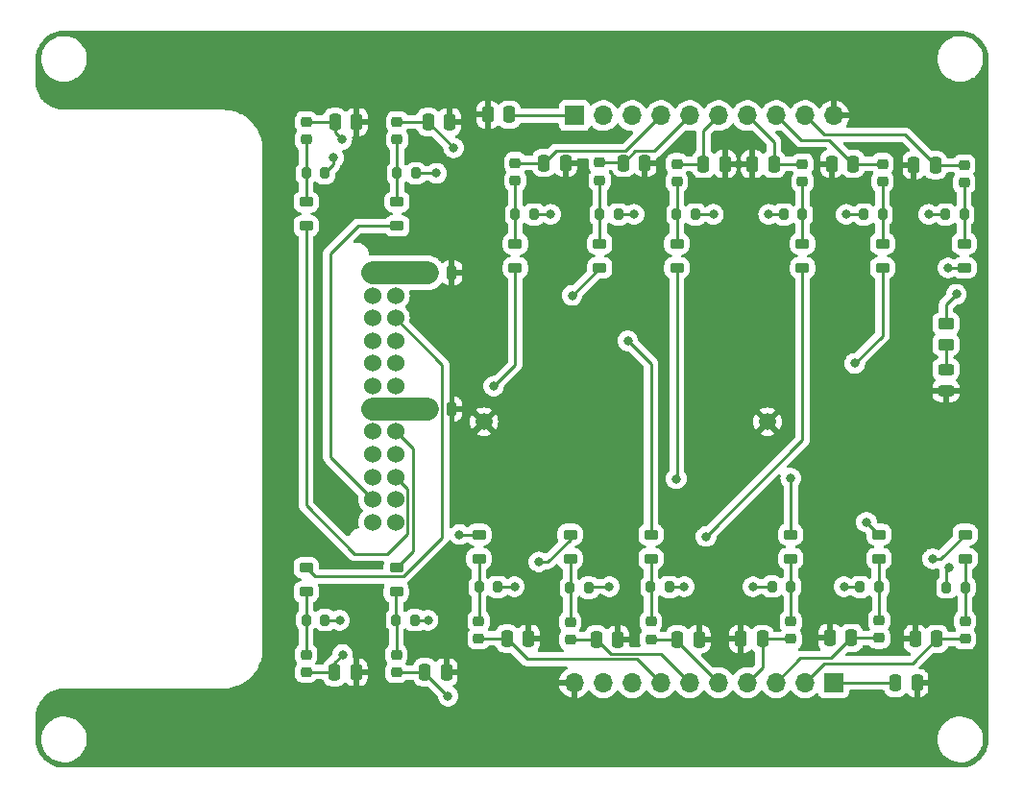
<source format=gtl>
%TF.GenerationSoftware,KiCad,Pcbnew,(6.0.9)*%
%TF.CreationDate,2022-12-06T23:57:15-06:00*%
%TF.ProjectId,BPS-MinionShield,4250532d-4d69-46e6-996f-6e536869656c,rev?*%
%TF.SameCoordinates,Original*%
%TF.FileFunction,Copper,L1,Top*%
%TF.FilePolarity,Positive*%
%FSLAX46Y46*%
G04 Gerber Fmt 4.6, Leading zero omitted, Abs format (unit mm)*
G04 Created by KiCad (PCBNEW (6.0.9)) date 2022-12-06 23:57:15*
%MOMM*%
%LPD*%
G01*
G04 APERTURE LIST*
G04 Aperture macros list*
%AMRoundRect*
0 Rectangle with rounded corners*
0 $1 Rounding radius*
0 $2 $3 $4 $5 $6 $7 $8 $9 X,Y pos of 4 corners*
0 Add a 4 corners polygon primitive as box body*
4,1,4,$2,$3,$4,$5,$6,$7,$8,$9,$2,$3,0*
0 Add four circle primitives for the rounded corners*
1,1,$1+$1,$2,$3*
1,1,$1+$1,$4,$5*
1,1,$1+$1,$6,$7*
1,1,$1+$1,$8,$9*
0 Add four rect primitives between the rounded corners*
20,1,$1+$1,$2,$3,$4,$5,0*
20,1,$1+$1,$4,$5,$6,$7,0*
20,1,$1+$1,$6,$7,$8,$9,0*
20,1,$1+$1,$8,$9,$2,$3,0*%
G04 Aperture macros list end*
%TA.AperFunction,ComponentPad*%
%ADD10R,1.700000X1.700000*%
%TD*%
%TA.AperFunction,ComponentPad*%
%ADD11O,1.700000X1.700000*%
%TD*%
%TA.AperFunction,SMDPad,CuDef*%
%ADD12RoundRect,0.200000X-0.200000X-0.275000X0.200000X-0.275000X0.200000X0.275000X-0.200000X0.275000X0*%
%TD*%
%TA.AperFunction,SMDPad,CuDef*%
%ADD13RoundRect,0.218750X0.218750X0.381250X-0.218750X0.381250X-0.218750X-0.381250X0.218750X-0.381250X0*%
%TD*%
%TA.AperFunction,ComponentPad*%
%ADD14C,1.500000*%
%TD*%
%TA.AperFunction,SMDPad,CuDef*%
%ADD15RoundRect,0.218750X0.381250X-0.218750X0.381250X0.218750X-0.381250X0.218750X-0.381250X-0.218750X0*%
%TD*%
%TA.AperFunction,SMDPad,CuDef*%
%ADD16RoundRect,0.225000X0.250000X-0.225000X0.250000X0.225000X-0.250000X0.225000X-0.250000X-0.225000X0*%
%TD*%
%TA.AperFunction,SMDPad,CuDef*%
%ADD17RoundRect,0.200000X0.200000X0.275000X-0.200000X0.275000X-0.200000X-0.275000X0.200000X-0.275000X0*%
%TD*%
%TA.AperFunction,SMDPad,CuDef*%
%ADD18RoundRect,0.218750X-0.381250X0.218750X-0.381250X-0.218750X0.381250X-0.218750X0.381250X0.218750X0*%
%TD*%
%TA.AperFunction,SMDPad,CuDef*%
%ADD19RoundRect,0.250000X-0.250000X-0.475000X0.250000X-0.475000X0.250000X0.475000X-0.250000X0.475000X0*%
%TD*%
%TA.AperFunction,SMDPad,CuDef*%
%ADD20RoundRect,0.250000X0.250000X0.475000X-0.250000X0.475000X-0.250000X-0.475000X0.250000X-0.475000X0*%
%TD*%
%TA.AperFunction,SMDPad,CuDef*%
%ADD21RoundRect,0.250000X-0.450000X0.262500X-0.450000X-0.262500X0.450000X-0.262500X0.450000X0.262500X0*%
%TD*%
%TA.AperFunction,SMDPad,CuDef*%
%ADD22RoundRect,0.225000X-0.250000X0.225000X-0.250000X-0.225000X0.250000X-0.225000X0.250000X0.225000X0*%
%TD*%
%TA.AperFunction,SMDPad,CuDef*%
%ADD23RoundRect,0.243750X0.456250X-0.243750X0.456250X0.243750X-0.456250X0.243750X-0.456250X-0.243750X0*%
%TD*%
%TA.AperFunction,ComponentPad*%
%ADD24C,1.524000*%
%TD*%
%TA.AperFunction,ViaPad*%
%ADD25C,0.800000*%
%TD*%
%TA.AperFunction,Conductor*%
%ADD26C,0.250000*%
%TD*%
%TA.AperFunction,Conductor*%
%ADD27C,2.000000*%
%TD*%
G04 APERTURE END LIST*
D10*
X148000000Y-78000000D03*
D11*
X150540000Y-78000000D03*
X153080000Y-78000000D03*
X155620000Y-78000000D03*
X158160000Y-78000000D03*
X160700000Y-78000000D03*
X163240000Y-78000000D03*
X165780000Y-78000000D03*
X168320000Y-78000000D03*
X170860000Y-78000000D03*
D10*
X170830000Y-128000000D03*
D11*
X168290000Y-128000000D03*
X165750000Y-128000000D03*
X163210000Y-128000000D03*
X160670000Y-128000000D03*
X158130000Y-128000000D03*
X155590000Y-128000000D03*
X153050000Y-128000000D03*
X150510000Y-128000000D03*
X147970000Y-128000000D03*
D12*
X124340000Y-122470000D03*
X125990000Y-122470000D03*
X132365000Y-83090000D03*
X134015000Y-83090000D03*
D13*
X137172500Y-91860000D03*
X135047500Y-91860000D03*
D14*
X165000000Y-105000000D03*
D12*
X157005000Y-86700000D03*
X158655000Y-86700000D03*
X147605000Y-119630000D03*
X149255000Y-119630000D03*
D15*
X154730000Y-117062500D03*
X154730000Y-114937500D03*
D16*
X139540000Y-124110000D03*
X139540000Y-122560000D03*
X182415000Y-124125000D03*
X182415000Y-122575000D03*
D17*
X167050000Y-119525000D03*
X165400000Y-119525000D03*
D18*
X182340000Y-89297500D03*
X182340000Y-91422500D03*
D15*
X132285000Y-119982500D03*
X132285000Y-117857500D03*
D17*
X182340000Y-86700000D03*
X180690000Y-86700000D03*
D19*
X177915000Y-82370000D03*
X179815000Y-82370000D03*
D16*
X132285000Y-127085000D03*
X132285000Y-125535000D03*
D19*
X163670000Y-82280000D03*
X165570000Y-82280000D03*
D18*
X142780000Y-89297500D03*
X142780000Y-91422500D03*
D20*
X154210000Y-82170000D03*
X152310000Y-82170000D03*
D12*
X154715000Y-119560000D03*
X156365000Y-119560000D03*
D16*
X124340000Y-127070000D03*
X124340000Y-125520000D03*
D21*
X180740000Y-96357500D03*
X180740000Y-98182500D03*
D20*
X151820000Y-124190000D03*
X149920000Y-124190000D03*
D15*
X182415000Y-117062500D03*
X182415000Y-114937500D03*
D20*
X128790000Y-78560000D03*
X126890000Y-78560000D03*
D17*
X174825000Y-119560000D03*
X173175000Y-119560000D03*
D15*
X174815000Y-117062500D03*
X174815000Y-114937500D03*
D18*
X175140000Y-89297500D03*
X175140000Y-91422500D03*
D22*
X175140000Y-82255000D03*
X175140000Y-83805000D03*
D16*
X174840000Y-124045000D03*
X174840000Y-122495000D03*
D19*
X170650000Y-82250000D03*
X172550000Y-82250000D03*
D12*
X139565000Y-119560000D03*
X141215000Y-119560000D03*
D20*
X143940000Y-124110000D03*
X142040000Y-124110000D03*
D15*
X167050000Y-117062500D03*
X167050000Y-114937500D03*
D20*
X142250000Y-77925000D03*
X140350000Y-77925000D03*
D14*
X140000000Y-105000000D03*
D19*
X170510000Y-124035000D03*
X172410000Y-124035000D03*
D20*
X136990000Y-78560000D03*
X135090000Y-78560000D03*
D22*
X124340000Y-78560000D03*
X124340000Y-80110000D03*
D20*
X161250000Y-82270000D03*
X159350000Y-82270000D03*
D17*
X182440000Y-119612500D03*
X180790000Y-119612500D03*
D13*
X137162500Y-103860000D03*
X135037500Y-103860000D03*
D20*
X128740000Y-127070000D03*
X126840000Y-127070000D03*
D18*
X124340000Y-85597500D03*
X124340000Y-87722500D03*
D22*
X142780000Y-82165000D03*
X142780000Y-83715000D03*
D12*
X124325000Y-83090000D03*
X125975000Y-83090000D03*
D16*
X147610000Y-124195000D03*
X147610000Y-122645000D03*
D18*
X157010000Y-89297500D03*
X157010000Y-91422500D03*
D22*
X132360000Y-78560000D03*
X132360000Y-80110000D03*
D12*
X142780000Y-86700000D03*
X144430000Y-86700000D03*
D18*
X132360000Y-85597500D03*
X132360000Y-87722500D03*
D12*
X132280000Y-122490000D03*
X133930000Y-122490000D03*
D22*
X150220000Y-82155000D03*
X150220000Y-83705000D03*
D16*
X167050000Y-124150000D03*
X167050000Y-122600000D03*
D22*
X157010000Y-82270000D03*
X157010000Y-83820000D03*
D18*
X168095000Y-89297500D03*
X168095000Y-91422500D03*
D20*
X136690000Y-127070000D03*
X134790000Y-127070000D03*
D19*
X176275000Y-128025000D03*
X178175000Y-128025000D03*
D22*
X168095000Y-82280000D03*
X168095000Y-83830000D03*
D15*
X147610000Y-117062500D03*
X147610000Y-114937500D03*
D17*
X168095000Y-86700000D03*
X166445000Y-86700000D03*
D19*
X162650000Y-124150000D03*
X164550000Y-124150000D03*
D23*
X180740000Y-102257500D03*
X180740000Y-100382500D03*
D19*
X178015000Y-124125000D03*
X179915000Y-124125000D03*
D18*
X150220000Y-89297500D03*
X150220000Y-91422500D03*
D16*
X154730000Y-124165000D03*
X154730000Y-122615000D03*
D12*
X150225000Y-86700000D03*
X151875000Y-86700000D03*
D15*
X124340000Y-119982500D03*
X124340000Y-117857500D03*
D20*
X147205000Y-82165000D03*
X145305000Y-82165000D03*
D22*
X182340000Y-82370000D03*
X182340000Y-83920000D03*
D17*
X175140000Y-86700000D03*
X173490000Y-86700000D03*
D20*
X158970000Y-124170000D03*
X157070000Y-124170000D03*
D24*
X132210000Y-91850000D03*
X130210000Y-91850000D03*
X132210000Y-93850000D03*
X130210000Y-93850000D03*
X132210000Y-95850000D03*
X130210000Y-95850000D03*
X132210000Y-97850000D03*
X130210000Y-97850000D03*
X132210000Y-99850000D03*
X130210000Y-99850000D03*
X132210000Y-101850000D03*
X130210000Y-101850000D03*
X132210000Y-103850000D03*
X130210000Y-103850000D03*
X132210000Y-105850000D03*
X130210000Y-105850000D03*
X132210000Y-107850000D03*
X130210000Y-107850000D03*
X132210000Y-109850000D03*
X130210000Y-109850000D03*
X132210000Y-111850000D03*
X130210000Y-111850000D03*
X132210000Y-113850000D03*
X130210000Y-113850000D03*
D15*
X139565000Y-117062500D03*
X139565000Y-114937500D03*
D25*
X142705000Y-119535000D03*
X151075000Y-119535000D03*
X145890000Y-86700000D03*
X160240000Y-86700000D03*
X179210000Y-86700000D03*
X135090000Y-122490000D03*
X171950000Y-86700000D03*
X163725000Y-119535000D03*
X171745000Y-119535000D03*
X153240000Y-86700000D03*
X127300000Y-122490000D03*
X157665000Y-119535000D03*
X165110000Y-86700000D03*
X181015000Y-117815000D03*
X181652500Y-93757500D03*
X126740000Y-81720000D03*
X135830000Y-83090000D03*
X120000000Y-130000000D03*
X145000000Y-130000000D03*
X155000000Y-130000000D03*
X120000000Y-75000000D03*
X140000000Y-75000000D03*
X130000000Y-120000000D03*
X165000000Y-85000000D03*
X165000000Y-95000000D03*
X140000000Y-130000000D03*
X180000000Y-110000000D03*
X160000000Y-85000000D03*
X160000000Y-110000000D03*
X125000000Y-75000000D03*
X170000000Y-115000000D03*
X145000000Y-75000000D03*
X165000000Y-75000000D03*
X165000000Y-115000000D03*
X165000000Y-130000000D03*
X170000000Y-95000000D03*
X135000000Y-120000000D03*
X175000000Y-100000000D03*
X175000000Y-110000000D03*
X135000000Y-75000000D03*
X162490000Y-82270000D03*
X130000000Y-130000000D03*
X115000000Y-75000000D03*
X180000000Y-130000000D03*
X150000000Y-130000000D03*
X160000000Y-95000000D03*
X180000000Y-80000000D03*
X175000000Y-75000000D03*
X145000000Y-95000000D03*
X140000000Y-110000000D03*
X135000000Y-130000000D03*
X150000000Y-110000000D03*
X140000000Y-85000000D03*
X160000000Y-105000000D03*
X170000000Y-105000000D03*
X140000000Y-90000000D03*
X175000000Y-105000000D03*
X145000000Y-110000000D03*
X130000000Y-85000000D03*
X130000000Y-75000000D03*
X155000000Y-90000000D03*
X160000000Y-130000000D03*
X110000000Y-75000000D03*
X170000000Y-75000000D03*
X180000000Y-90000000D03*
X135000000Y-95000000D03*
X170000000Y-110000000D03*
X165000000Y-90000000D03*
X145000000Y-90000000D03*
X180000000Y-115000000D03*
X150000000Y-105000000D03*
X170000000Y-85000000D03*
X160000000Y-75000000D03*
X170000000Y-90000000D03*
X155000000Y-85000000D03*
X150000000Y-95000000D03*
X180000000Y-105000000D03*
X155000000Y-95000000D03*
X125000000Y-130000000D03*
X125000000Y-115000000D03*
X155000000Y-75000000D03*
X180000000Y-85000000D03*
X180000000Y-75000000D03*
X145000000Y-105000000D03*
X175000000Y-130000000D03*
X170000000Y-130000000D03*
X140000000Y-95000000D03*
X135000000Y-85000000D03*
X150000000Y-75000000D03*
X136845000Y-129175000D03*
X127550000Y-125520000D03*
X127490000Y-80110000D03*
X137340000Y-80850000D03*
X179560000Y-117070000D03*
X173727500Y-113850000D03*
X167050000Y-109960000D03*
X152700000Y-97850000D03*
X144850000Y-117344500D03*
X137870000Y-114940000D03*
X140870000Y-101850000D03*
X147782500Y-93860000D03*
X156960000Y-110020000D03*
X159590000Y-115100000D03*
X172690000Y-99850000D03*
X180927500Y-91422500D03*
D26*
X180690000Y-86700000D02*
X179210000Y-86700000D01*
X135830000Y-83090000D02*
X134015000Y-83090000D01*
X173175000Y-119560000D02*
X171770000Y-119560000D01*
X158655000Y-86700000D02*
X160240000Y-86700000D01*
X141215000Y-119560000D02*
X142680000Y-119560000D01*
X142680000Y-119560000D02*
X142705000Y-119535000D01*
X127280000Y-122470000D02*
X127300000Y-122490000D01*
X170830000Y-128000000D02*
X176250000Y-128000000D01*
X126740000Y-82325000D02*
X125975000Y-83090000D01*
X126740000Y-81720000D02*
X126740000Y-82325000D01*
X125990000Y-122470000D02*
X127280000Y-122470000D01*
X149350000Y-119535000D02*
X149255000Y-119630000D01*
X151075000Y-119535000D02*
X149350000Y-119535000D01*
X151875000Y-86700000D02*
X153240000Y-86700000D01*
X171770000Y-119560000D02*
X171745000Y-119535000D01*
X156365000Y-119560000D02*
X157640000Y-119560000D01*
X157640000Y-119560000D02*
X157665000Y-119535000D01*
X171950000Y-86700000D02*
X173490000Y-86700000D01*
X180790000Y-119612500D02*
X180790000Y-118040000D01*
X180790000Y-118040000D02*
X181015000Y-117815000D01*
X163725000Y-119535000D02*
X165390000Y-119535000D01*
X165110000Y-86700000D02*
X166445000Y-86700000D01*
X180740000Y-96357500D02*
X180740000Y-94670000D01*
X176250000Y-128000000D02*
X176275000Y-128025000D01*
X144430000Y-86700000D02*
X145890000Y-86700000D01*
X148000000Y-78000000D02*
X142325000Y-78000000D01*
X180740000Y-94670000D02*
X181652500Y-93757500D01*
X133930000Y-122490000D02*
X135090000Y-122490000D01*
X162490000Y-82270000D02*
X163660000Y-82270000D01*
X161250000Y-82270000D02*
X162490000Y-82270000D01*
X163660000Y-82270000D02*
X163670000Y-82280000D01*
X158990000Y-124150000D02*
X158970000Y-124170000D01*
X177615000Y-82070000D02*
X177915000Y-82370000D01*
X167910000Y-125840000D02*
X170605000Y-125840000D01*
X165750000Y-128000000D02*
X167910000Y-125840000D01*
X172410000Y-124035000D02*
X174830000Y-124035000D01*
X170605000Y-125840000D02*
X172410000Y-124035000D01*
X174830000Y-124035000D02*
X174840000Y-124045000D01*
X164550000Y-126660000D02*
X164550000Y-124150000D01*
X163210000Y-128000000D02*
X164550000Y-126660000D01*
X164550000Y-124150000D02*
X167050000Y-124150000D01*
X157070000Y-124170000D02*
X157070000Y-124400000D01*
X157065000Y-124165000D02*
X157070000Y-124170000D01*
X154730000Y-124165000D02*
X157065000Y-124165000D01*
X157070000Y-124400000D02*
X160670000Y-128000000D01*
X147610000Y-124195000D02*
X149915000Y-124195000D01*
X155605000Y-125475000D02*
X158130000Y-128000000D01*
X149915000Y-124195000D02*
X149920000Y-124190000D01*
X149920000Y-124190000D02*
X151205000Y-125475000D01*
X151205000Y-125475000D02*
X155605000Y-125475000D01*
X153515000Y-125925000D02*
X155590000Y-128000000D01*
X139540000Y-124110000D02*
X142040000Y-124110000D01*
X142040000Y-124110000D02*
X143855000Y-125925000D01*
X143855000Y-125925000D02*
X153515000Y-125925000D01*
X132285000Y-127085000D02*
X134775000Y-127085000D01*
X134790000Y-127070000D02*
X134790000Y-127120000D01*
X134775000Y-127085000D02*
X134790000Y-127070000D01*
X134790000Y-127120000D02*
X136845000Y-129175000D01*
X170000000Y-126290000D02*
X177750000Y-126290000D01*
X179915000Y-124125000D02*
X182415000Y-124125000D01*
X168290000Y-128000000D02*
X170000000Y-126290000D01*
X177750000Y-126290000D02*
X179915000Y-124125000D01*
X126840000Y-127070000D02*
X126840000Y-126230000D01*
X126840000Y-126230000D02*
X127550000Y-125520000D01*
X124340000Y-127070000D02*
X126840000Y-127070000D01*
X126890000Y-79510000D02*
X127490000Y-80110000D01*
X126890000Y-78560000D02*
X124340000Y-78560000D01*
X126890000Y-78560000D02*
X126890000Y-79510000D01*
X137340000Y-80850000D02*
X135090000Y-78600000D01*
X135090000Y-78560000D02*
X132360000Y-78560000D01*
X135090000Y-78600000D02*
X135090000Y-78560000D01*
X145305000Y-82165000D02*
X146355000Y-81115000D01*
X146355000Y-81115000D02*
X152505000Y-81115000D01*
X142780000Y-82165000D02*
X145305000Y-82165000D01*
X152505000Y-81115000D02*
X155620000Y-78000000D01*
X155040000Y-81120000D02*
X158160000Y-78000000D01*
X150220000Y-82155000D02*
X152295000Y-82155000D01*
X152295000Y-82155000D02*
X152310000Y-82170000D01*
X153360000Y-81120000D02*
X155040000Y-81120000D01*
X152310000Y-82170000D02*
X153360000Y-81120000D01*
X157010000Y-82270000D02*
X159350000Y-82270000D01*
X159350000Y-82270000D02*
X159350000Y-79350000D01*
X159350000Y-79350000D02*
X160700000Y-78000000D01*
X165570000Y-82280000D02*
X165570000Y-80330000D01*
X168095000Y-82280000D02*
X165570000Y-82280000D01*
X165570000Y-80330000D02*
X163240000Y-78000000D01*
X172555000Y-82255000D02*
X172550000Y-82250000D01*
X175140000Y-82255000D02*
X172555000Y-82255000D01*
X170450000Y-80150000D02*
X167930000Y-80150000D01*
X172550000Y-82250000D02*
X170450000Y-80150000D01*
X167930000Y-80150000D02*
X165780000Y-78000000D01*
X177115000Y-79670000D02*
X179815000Y-82370000D01*
X168320000Y-78000000D02*
X169990000Y-79670000D01*
X169990000Y-79670000D02*
X177115000Y-79670000D01*
X182340000Y-82370000D02*
X179815000Y-82370000D01*
X182440000Y-119612500D02*
X182440000Y-117087500D01*
X182415000Y-119637500D02*
X182440000Y-119612500D01*
X182415000Y-122575000D02*
X182415000Y-119637500D01*
X182440000Y-117087500D02*
X182415000Y-117062500D01*
X180282500Y-117070000D02*
X179560000Y-117070000D01*
X182415000Y-114937500D02*
X180282500Y-117070000D01*
X174840000Y-119575000D02*
X174825000Y-119560000D01*
X174815000Y-119550000D02*
X174825000Y-119560000D01*
X174840000Y-122495000D02*
X174840000Y-119575000D01*
X174815000Y-117062500D02*
X174815000Y-119550000D01*
X174815000Y-114937500D02*
X173727500Y-113850000D01*
X167050000Y-122600000D02*
X167050000Y-119525000D01*
X167050000Y-116912500D02*
X167050000Y-119525000D01*
X167050000Y-114937500D02*
X167050000Y-109960000D01*
X154730000Y-119545000D02*
X154715000Y-119560000D01*
X154730000Y-116920000D02*
X154730000Y-119545000D01*
X154730000Y-119575000D02*
X154715000Y-119560000D01*
X154730000Y-122615000D02*
X154730000Y-119575000D01*
X154730000Y-99880000D02*
X152700000Y-97850000D01*
X154730000Y-114937500D02*
X154730000Y-99880000D01*
X147610000Y-119635000D02*
X147605000Y-119630000D01*
X147610000Y-119625000D02*
X147605000Y-119630000D01*
X147610000Y-122645000D02*
X147610000Y-119635000D01*
X147610000Y-117062500D02*
X147610000Y-119625000D01*
X145655500Y-117344500D02*
X147610000Y-115390000D01*
X147610000Y-115390000D02*
X147610000Y-114937500D01*
X144850000Y-117344500D02*
X145655500Y-117344500D01*
X139565000Y-122535000D02*
X139540000Y-122560000D01*
X139565000Y-117072500D02*
X139565000Y-119560000D01*
X139565000Y-119560000D02*
X139565000Y-122535000D01*
X137872500Y-114937500D02*
X137870000Y-114940000D01*
X139565000Y-114937500D02*
X137872500Y-114937500D01*
X132280000Y-119987500D02*
X132285000Y-119982500D01*
X132280000Y-122490000D02*
X132280000Y-119987500D01*
X132285000Y-122495000D02*
X132280000Y-122490000D01*
X132285000Y-125535000D02*
X132285000Y-122495000D01*
X133747000Y-107387000D02*
X132210000Y-105850000D01*
X132285000Y-117857500D02*
X133747000Y-116395500D01*
X133747000Y-116395500D02*
X133747000Y-107387000D01*
X124340000Y-119812500D02*
X124340000Y-122470000D01*
X124340000Y-125520000D02*
X124340000Y-122470000D01*
X136330000Y-99970000D02*
X136330000Y-115181479D01*
X132891479Y-118620000D02*
X125102500Y-118620000D01*
X132210000Y-95850000D02*
X136330000Y-99970000D01*
X136330000Y-115181479D02*
X132891479Y-118620000D01*
X125102500Y-118620000D02*
X124340000Y-117857500D01*
X124340000Y-80110000D02*
X124340000Y-83075000D01*
X124340000Y-85597500D02*
X124340000Y-83105000D01*
X124340000Y-83105000D02*
X124325000Y-83090000D01*
X124340000Y-83075000D02*
X124325000Y-83090000D01*
X124340000Y-112360000D02*
X124340000Y-87722500D01*
X131510000Y-116630000D02*
X128610000Y-116630000D01*
X132210000Y-109850000D02*
X133297000Y-110937000D01*
X128610000Y-116630000D02*
X124340000Y-112360000D01*
X133297000Y-114843000D02*
X131510000Y-116630000D01*
X133297000Y-110937000D02*
X133297000Y-114843000D01*
X132360000Y-83095000D02*
X132365000Y-83090000D01*
X132360000Y-85597500D02*
X132360000Y-83095000D01*
X132365000Y-80115000D02*
X132360000Y-80110000D01*
X132365000Y-83090000D02*
X132365000Y-80115000D01*
X126470000Y-90150000D02*
X126470000Y-108110000D01*
X126470000Y-108110000D02*
X130210000Y-111850000D01*
X128897500Y-87722500D02*
X126470000Y-90150000D01*
X132360000Y-87722500D02*
X128897500Y-87722500D01*
X142780000Y-83715000D02*
X142780000Y-86700000D01*
X142780000Y-89297500D02*
X142780000Y-86700000D01*
X142780000Y-91422500D02*
X142780000Y-99940000D01*
X142780000Y-99940000D02*
X140870000Y-101850000D01*
X150220000Y-86695000D02*
X150225000Y-86700000D01*
X150220000Y-86705000D02*
X150225000Y-86700000D01*
X150220000Y-89297500D02*
X150220000Y-86705000D01*
X150220000Y-83705000D02*
X150220000Y-86695000D01*
X150220000Y-91422500D02*
X147782500Y-93860000D01*
X157010000Y-83810000D02*
X157010000Y-89297500D01*
X157010000Y-109970000D02*
X156960000Y-110020000D01*
X157010000Y-91422500D02*
X157010000Y-109970000D01*
X168095000Y-89297500D02*
X168095000Y-83830000D01*
X159590000Y-115100000D02*
X168095000Y-106595000D01*
X168095000Y-91422500D02*
X168095000Y-106595000D01*
X175140000Y-83805000D02*
X175140000Y-89297500D01*
X172690000Y-99850000D02*
X175140000Y-97400000D01*
X175140000Y-97400000D02*
X175140000Y-91422500D01*
X182340000Y-89297500D02*
X182340000Y-83920000D01*
X180927500Y-91422500D02*
X182340000Y-91422500D01*
X180740000Y-100382500D02*
X180740000Y-98182500D01*
D27*
X135037500Y-91850000D02*
X135047500Y-91860000D01*
X130210000Y-91850000D02*
X135037500Y-91850000D01*
X130210000Y-103850000D02*
X134995000Y-103850000D01*
D26*
X135027500Y-103850000D02*
X135037500Y-103860000D01*
D27*
X134995000Y-103850000D02*
X135005000Y-103860000D01*
%TA.AperFunction,Conductor*%
G36*
X181970018Y-70510000D02*
G01*
X181984851Y-70512310D01*
X181984855Y-70512310D01*
X181993724Y-70513691D01*
X182011398Y-70511380D01*
X182035012Y-70510527D01*
X182252585Y-70523126D01*
X182280709Y-70524755D01*
X182295179Y-70526436D01*
X182564960Y-70573725D01*
X182579140Y-70577066D01*
X182841648Y-70655175D01*
X182855348Y-70660130D01*
X183107090Y-70768019D01*
X183120121Y-70774520D01*
X183357733Y-70910748D01*
X183369932Y-70918712D01*
X183590226Y-71081452D01*
X183601423Y-71090771D01*
X183801458Y-71277848D01*
X183811503Y-71288395D01*
X183949146Y-71450760D01*
X183988613Y-71497316D01*
X183997371Y-71508949D01*
X184091111Y-71649713D01*
X184149186Y-71736922D01*
X184156546Y-71749494D01*
X184281025Y-71993453D01*
X184286885Y-72006790D01*
X184382377Y-72263497D01*
X184386658Y-72277422D01*
X184451878Y-72543421D01*
X184454524Y-72557747D01*
X184488607Y-72829511D01*
X184489581Y-72844046D01*
X184491748Y-73082728D01*
X184489161Y-73109296D01*
X184487225Y-73118693D01*
X184487954Y-73127642D01*
X184491084Y-73166074D01*
X184491500Y-73176302D01*
X184491500Y-133084306D01*
X184489378Y-133104868D01*
X184489139Y-133108626D01*
X184487305Y-133117415D01*
X184488698Y-133135062D01*
X184488332Y-133158765D01*
X184482162Y-133214788D01*
X184461057Y-133406396D01*
X184458593Y-133420907D01*
X184396416Y-133690602D01*
X184392277Y-133704728D01*
X184299070Y-133965339D01*
X184293312Y-133978885D01*
X184170351Y-134226840D01*
X184163054Y-134239621D01*
X184029264Y-134445060D01*
X184012005Y-134471561D01*
X184003267Y-134483403D01*
X183867792Y-134646171D01*
X183826207Y-134696134D01*
X183816156Y-134706868D01*
X183615483Y-134897510D01*
X183604244Y-134907002D01*
X183382712Y-135072938D01*
X183370435Y-135081059D01*
X183131075Y-135220019D01*
X183117936Y-135226653D01*
X183044280Y-135258588D01*
X182863997Y-135336753D01*
X182850176Y-135341808D01*
X182778310Y-135363428D01*
X182585129Y-135421543D01*
X182570821Y-135424950D01*
X182484483Y-135440245D01*
X182298285Y-135473229D01*
X182283667Y-135474946D01*
X182159270Y-135482225D01*
X182042436Y-135489061D01*
X182015692Y-135487775D01*
X182015529Y-135487750D01*
X182015148Y-135487690D01*
X182015146Y-135487690D01*
X182006276Y-135486309D01*
X181997374Y-135487473D01*
X181997372Y-135487473D01*
X181982707Y-135489391D01*
X181974714Y-135490436D01*
X181958379Y-135491500D01*
X103049367Y-135491500D01*
X103029982Y-135490000D01*
X103015149Y-135487690D01*
X103015145Y-135487690D01*
X103006276Y-135486309D01*
X102989077Y-135488558D01*
X102965137Y-135489391D01*
X102707290Y-135473794D01*
X102692186Y-135471960D01*
X102620214Y-135458771D01*
X102411240Y-135420475D01*
X102396473Y-135416836D01*
X102123769Y-135331858D01*
X102109555Y-135326466D01*
X101849092Y-135209242D01*
X101835621Y-135202172D01*
X101591187Y-135054405D01*
X101578666Y-135045762D01*
X101353829Y-134869615D01*
X101342440Y-134859525D01*
X101140475Y-134657560D01*
X101130385Y-134646171D01*
X100954238Y-134421334D01*
X100945595Y-134408813D01*
X100797828Y-134164379D01*
X100790757Y-134150906D01*
X100779495Y-134125882D01*
X100673534Y-133890445D01*
X100668141Y-133876227D01*
X100612537Y-133697786D01*
X100583164Y-133603526D01*
X100579523Y-133588754D01*
X100528040Y-133307814D01*
X100526206Y-133292710D01*
X100511269Y-133045768D01*
X100512520Y-133022216D01*
X100512334Y-133022199D01*
X100512769Y-133017350D01*
X100513576Y-133012552D01*
X100513729Y-133000000D01*
X100509773Y-132972376D01*
X100508500Y-132954514D01*
X100508500Y-132929733D01*
X100987822Y-132929733D01*
X100987975Y-132934121D01*
X100987975Y-132934127D01*
X100996433Y-133176320D01*
X100997625Y-133210458D01*
X100998387Y-133214781D01*
X100998388Y-133214788D01*
X101022164Y-133349624D01*
X101046402Y-133487087D01*
X101133203Y-133754235D01*
X101256340Y-134006702D01*
X101258795Y-134010341D01*
X101258798Y-134010347D01*
X101331890Y-134118710D01*
X101413415Y-134239576D01*
X101601371Y-134448322D01*
X101816550Y-134628879D01*
X102054764Y-134777731D01*
X102311375Y-134891982D01*
X102581390Y-134969407D01*
X102585740Y-134970018D01*
X102585743Y-134970019D01*
X102688690Y-134984487D01*
X102859552Y-135008500D01*
X103070146Y-135008500D01*
X103072332Y-135008347D01*
X103072336Y-135008347D01*
X103275827Y-134994118D01*
X103275832Y-134994117D01*
X103280212Y-134993811D01*
X103554970Y-134935409D01*
X103559099Y-134933906D01*
X103559103Y-134933905D01*
X103814781Y-134840846D01*
X103814785Y-134840844D01*
X103818926Y-134839337D01*
X104066942Y-134707464D01*
X104074738Y-134701800D01*
X104290629Y-134544947D01*
X104290632Y-134544944D01*
X104294192Y-134542358D01*
X104367505Y-134471561D01*
X104493087Y-134350287D01*
X104496252Y-134347231D01*
X104669188Y-134125882D01*
X104671384Y-134122078D01*
X104671389Y-134122071D01*
X104807435Y-133886431D01*
X104809636Y-133882619D01*
X104914862Y-133622176D01*
X104948544Y-133487087D01*
X104981753Y-133353893D01*
X104981754Y-133353888D01*
X104982817Y-133349624D01*
X104987212Y-133307814D01*
X105011719Y-133074636D01*
X105011719Y-133074633D01*
X105012178Y-133070267D01*
X105012025Y-133065873D01*
X105007271Y-132929733D01*
X179987822Y-132929733D01*
X179987975Y-132934121D01*
X179987975Y-132934127D01*
X179996433Y-133176320D01*
X179997625Y-133210458D01*
X179998387Y-133214781D01*
X179998388Y-133214788D01*
X180022164Y-133349624D01*
X180046402Y-133487087D01*
X180133203Y-133754235D01*
X180256340Y-134006702D01*
X180258795Y-134010341D01*
X180258798Y-134010347D01*
X180331890Y-134118710D01*
X180413415Y-134239576D01*
X180601371Y-134448322D01*
X180816550Y-134628879D01*
X181054764Y-134777731D01*
X181311375Y-134891982D01*
X181581390Y-134969407D01*
X181585740Y-134970018D01*
X181585743Y-134970019D01*
X181688690Y-134984487D01*
X181859552Y-135008500D01*
X182070146Y-135008500D01*
X182072332Y-135008347D01*
X182072336Y-135008347D01*
X182275827Y-134994118D01*
X182275832Y-134994117D01*
X182280212Y-134993811D01*
X182554970Y-134935409D01*
X182559099Y-134933906D01*
X182559103Y-134933905D01*
X182814781Y-134840846D01*
X182814785Y-134840844D01*
X182818926Y-134839337D01*
X183066942Y-134707464D01*
X183074738Y-134701800D01*
X183290629Y-134544947D01*
X183290632Y-134544944D01*
X183294192Y-134542358D01*
X183367505Y-134471561D01*
X183493087Y-134350287D01*
X183496252Y-134347231D01*
X183669188Y-134125882D01*
X183671384Y-134122078D01*
X183671389Y-134122071D01*
X183807435Y-133886431D01*
X183809636Y-133882619D01*
X183914862Y-133622176D01*
X183948544Y-133487087D01*
X183981753Y-133353893D01*
X183981754Y-133353888D01*
X183982817Y-133349624D01*
X183987212Y-133307814D01*
X184011719Y-133074636D01*
X184011719Y-133074633D01*
X184012178Y-133070267D01*
X184012025Y-133065873D01*
X184002529Y-132793939D01*
X184002528Y-132793933D01*
X184002375Y-132789542D01*
X183978608Y-132654749D01*
X183954360Y-132517236D01*
X183953598Y-132512913D01*
X183866797Y-132245765D01*
X183743660Y-131993298D01*
X183741205Y-131989659D01*
X183741202Y-131989653D01*
X183660935Y-131870653D01*
X183586585Y-131760424D01*
X183398629Y-131551678D01*
X183183450Y-131371121D01*
X182945236Y-131222269D01*
X182688625Y-131108018D01*
X182460913Y-131042723D01*
X182422837Y-131031805D01*
X182422836Y-131031805D01*
X182418610Y-131030593D01*
X182414260Y-131029982D01*
X182414257Y-131029981D01*
X182290241Y-131012552D01*
X182140448Y-130991500D01*
X181929854Y-130991500D01*
X181927668Y-130991653D01*
X181927664Y-130991653D01*
X181724173Y-131005882D01*
X181724168Y-131005883D01*
X181719788Y-131006189D01*
X181445030Y-131064591D01*
X181440901Y-131066094D01*
X181440897Y-131066095D01*
X181185219Y-131159154D01*
X181185215Y-131159156D01*
X181181074Y-131160663D01*
X180933058Y-131292536D01*
X180929499Y-131295122D01*
X180929497Y-131295123D01*
X180824895Y-131371121D01*
X180705808Y-131457642D01*
X180503748Y-131652769D01*
X180330812Y-131874118D01*
X180328616Y-131877922D01*
X180328611Y-131877929D01*
X180214794Y-132075067D01*
X180190364Y-132117381D01*
X180085138Y-132377824D01*
X180084073Y-132382097D01*
X180084072Y-132382099D01*
X180050379Y-132517236D01*
X180017183Y-132650376D01*
X179987822Y-132929733D01*
X105007271Y-132929733D01*
X105002529Y-132793939D01*
X105002528Y-132793933D01*
X105002375Y-132789542D01*
X104978608Y-132654749D01*
X104954360Y-132517236D01*
X104953598Y-132512913D01*
X104866797Y-132245765D01*
X104743660Y-131993298D01*
X104741205Y-131989659D01*
X104741202Y-131989653D01*
X104660935Y-131870653D01*
X104586585Y-131760424D01*
X104398629Y-131551678D01*
X104183450Y-131371121D01*
X103945236Y-131222269D01*
X103688625Y-131108018D01*
X103460913Y-131042723D01*
X103422837Y-131031805D01*
X103422836Y-131031805D01*
X103418610Y-131030593D01*
X103414260Y-131029982D01*
X103414257Y-131029981D01*
X103290241Y-131012552D01*
X103140448Y-130991500D01*
X102929854Y-130991500D01*
X102927668Y-130991653D01*
X102927664Y-130991653D01*
X102724173Y-131005882D01*
X102724168Y-131005883D01*
X102719788Y-131006189D01*
X102445030Y-131064591D01*
X102440901Y-131066094D01*
X102440897Y-131066095D01*
X102185219Y-131159154D01*
X102185215Y-131159156D01*
X102181074Y-131160663D01*
X101933058Y-131292536D01*
X101929499Y-131295122D01*
X101929497Y-131295123D01*
X101824895Y-131371121D01*
X101705808Y-131457642D01*
X101503748Y-131652769D01*
X101330812Y-131874118D01*
X101328616Y-131877922D01*
X101328611Y-131877929D01*
X101214794Y-132075067D01*
X101190364Y-132117381D01*
X101085138Y-132377824D01*
X101084073Y-132382097D01*
X101084072Y-132382099D01*
X101050379Y-132517236D01*
X101017183Y-132650376D01*
X100987822Y-132929733D01*
X100508500Y-132929733D01*
X100508500Y-131053250D01*
X100510246Y-131032345D01*
X100512770Y-131017344D01*
X100512770Y-131017341D01*
X100513576Y-131012552D01*
X100513729Y-131000000D01*
X100513040Y-130995186D01*
X100513039Y-130995177D01*
X100511869Y-130987006D01*
X100510827Y-130961540D01*
X100526206Y-130707290D01*
X100528040Y-130692186D01*
X100579523Y-130411246D01*
X100583164Y-130396473D01*
X100668141Y-130123773D01*
X100673534Y-130109555D01*
X100790758Y-129849092D01*
X100797828Y-129835621D01*
X100945595Y-129591187D01*
X100954238Y-129578666D01*
X101130385Y-129353829D01*
X101140475Y-129342440D01*
X101342440Y-129140475D01*
X101353829Y-129130385D01*
X101578666Y-128954238D01*
X101591187Y-128945595D01*
X101835621Y-128797828D01*
X101849094Y-128790757D01*
X101891777Y-128771547D01*
X102109555Y-128673534D01*
X102123769Y-128668142D01*
X102396474Y-128583164D01*
X102411240Y-128579525D01*
X102620214Y-128541229D01*
X102692186Y-128528040D01*
X102707290Y-128526206D01*
X102957904Y-128511047D01*
X102984716Y-128512308D01*
X102984852Y-128512310D01*
X102993724Y-128513691D01*
X103002626Y-128512527D01*
X103002628Y-128512527D01*
X103017677Y-128510559D01*
X103025286Y-128509564D01*
X103041621Y-128508500D01*
X116946750Y-128508500D01*
X116967655Y-128510246D01*
X116982656Y-128512770D01*
X116982659Y-128512770D01*
X116987448Y-128513576D01*
X116993525Y-128513650D01*
X116995135Y-128513670D01*
X116995139Y-128513670D01*
X117000000Y-128513729D01*
X117004821Y-128513039D01*
X117004847Y-128513037D01*
X117016477Y-128511922D01*
X117341218Y-128495968D01*
X117341222Y-128495968D01*
X117344308Y-128495816D01*
X117453548Y-128479612D01*
X117682234Y-128445690D01*
X117682238Y-128445689D01*
X117685300Y-128445235D01*
X117688299Y-128444484D01*
X117688303Y-128444483D01*
X117930234Y-128383882D01*
X118019692Y-128361474D01*
X118022589Y-128360437D01*
X118022597Y-128360435D01*
X118199563Y-128297115D01*
X118344264Y-128245340D01*
X118655890Y-128097952D01*
X118762838Y-128033850D01*
X118948919Y-127922318D01*
X118948928Y-127922312D01*
X118951569Y-127920729D01*
X119013832Y-127874552D01*
X119225963Y-127717225D01*
X119225967Y-127717222D01*
X119228453Y-127715378D01*
X119483876Y-127483876D01*
X119715378Y-127228453D01*
X119737964Y-127198000D01*
X119918886Y-126954054D01*
X119920729Y-126951569D01*
X119922312Y-126948928D01*
X119922318Y-126948919D01*
X120096369Y-126658531D01*
X120097952Y-126655890D01*
X120099712Y-126652170D01*
X120159291Y-126526199D01*
X120245340Y-126344264D01*
X120316493Y-126145405D01*
X120360435Y-126022597D01*
X120360437Y-126022589D01*
X120361474Y-126019692D01*
X120418880Y-125790515D01*
X120444483Y-125688303D01*
X120444484Y-125688299D01*
X120445235Y-125685300D01*
X120458444Y-125596255D01*
X120487489Y-125400446D01*
X120495816Y-125344308D01*
X120495976Y-125341064D01*
X120511148Y-125032234D01*
X120512741Y-125017520D01*
X120512768Y-125017359D01*
X120512769Y-125017352D01*
X120513576Y-125012552D01*
X120513729Y-125000000D01*
X120509773Y-124972376D01*
X120508500Y-124954514D01*
X120508500Y-120249572D01*
X123231500Y-120249572D01*
X123231837Y-120252818D01*
X123231837Y-120252822D01*
X123233843Y-120272154D01*
X123242022Y-120350982D01*
X123295692Y-120511849D01*
X123384929Y-120656055D01*
X123504947Y-120775864D01*
X123511177Y-120779704D01*
X123511178Y-120779705D01*
X123646616Y-120863190D01*
X123694109Y-120915962D01*
X123706500Y-120970450D01*
X123706500Y-121574290D01*
X123686498Y-121642411D01*
X123669595Y-121663385D01*
X123578361Y-121754619D01*
X123489528Y-121901301D01*
X123487257Y-121908548D01*
X123487256Y-121908550D01*
X123472157Y-121956732D01*
X123438247Y-122064938D01*
X123431500Y-122138365D01*
X123431501Y-122801634D01*
X123431764Y-122804492D01*
X123431764Y-122804501D01*
X123435026Y-122840004D01*
X123438247Y-122875062D01*
X123440246Y-122881440D01*
X123440246Y-122881441D01*
X123485958Y-123027306D01*
X123489528Y-123038699D01*
X123578361Y-123185381D01*
X123669595Y-123276615D01*
X123703621Y-123338927D01*
X123706500Y-123365710D01*
X123706500Y-124599501D01*
X123686498Y-124667622D01*
X123646805Y-124706644D01*
X123637512Y-124712395D01*
X123637507Y-124712399D01*
X123631287Y-124716248D01*
X123626118Y-124721426D01*
X123601297Y-124746290D01*
X123510448Y-124837298D01*
X123506608Y-124843528D01*
X123506607Y-124843529D01*
X123425255Y-124975507D01*
X123420698Y-124982899D01*
X123366851Y-125145243D01*
X123366151Y-125152080D01*
X123366150Y-125152082D01*
X123362849Y-125184305D01*
X123356500Y-125246268D01*
X123356500Y-125793732D01*
X123356837Y-125796978D01*
X123356837Y-125796982D01*
X123358536Y-125813356D01*
X123367113Y-125896019D01*
X123371696Y-125909757D01*
X123418537Y-126050153D01*
X123421244Y-126058268D01*
X123425096Y-126064492D01*
X123425096Y-126064493D01*
X123506767Y-126196471D01*
X123511248Y-126203713D01*
X123516430Y-126208886D01*
X123520975Y-126214620D01*
X123519055Y-126216142D01*
X123547545Y-126268206D01*
X123542544Y-126339026D01*
X123519118Y-126375552D01*
X123520157Y-126376372D01*
X123515619Y-126382118D01*
X123510448Y-126387298D01*
X123506608Y-126393528D01*
X123506607Y-126393529D01*
X123442586Y-126497391D01*
X123420698Y-126532899D01*
X123366851Y-126695243D01*
X123366151Y-126702080D01*
X123366150Y-126702082D01*
X123364613Y-126717082D01*
X123356500Y-126796268D01*
X123356500Y-127343732D01*
X123356837Y-127346978D01*
X123356837Y-127346982D01*
X123358786Y-127365764D01*
X123367113Y-127446019D01*
X123369295Y-127452559D01*
X123386519Y-127504184D01*
X123421244Y-127608268D01*
X123511248Y-127753713D01*
X123632298Y-127874552D01*
X123638528Y-127878392D01*
X123638529Y-127878393D01*
X123709789Y-127922318D01*
X123777899Y-127964302D01*
X123940243Y-128018149D01*
X123947080Y-128018849D01*
X123947082Y-128018850D01*
X123988401Y-128023083D01*
X124041268Y-128028500D01*
X124638732Y-128028500D01*
X124641978Y-128028163D01*
X124641982Y-128028163D01*
X124690092Y-128023171D01*
X124741019Y-128017887D01*
X124777931Y-128005572D01*
X124896324Y-127966073D01*
X124896326Y-127966072D01*
X124903268Y-127963756D01*
X125016974Y-127893393D01*
X125042485Y-127877606D01*
X125048713Y-127873752D01*
X125169552Y-127752702D01*
X125171014Y-127750330D01*
X125227412Y-127710345D01*
X125268376Y-127703500D01*
X125752462Y-127703500D01*
X125820583Y-127723502D01*
X125867076Y-127777158D01*
X125871986Y-127789624D01*
X125876990Y-127804623D01*
X125898450Y-127868946D01*
X125991522Y-128019348D01*
X126116697Y-128144305D01*
X126122927Y-128148145D01*
X126122928Y-128148146D01*
X126260288Y-128232816D01*
X126267262Y-128237115D01*
X126318169Y-128254000D01*
X126428611Y-128290632D01*
X126428613Y-128290632D01*
X126435139Y-128292797D01*
X126441975Y-128293497D01*
X126441978Y-128293498D01*
X126485031Y-128297909D01*
X126539600Y-128303500D01*
X127140400Y-128303500D01*
X127143646Y-128303163D01*
X127143650Y-128303163D01*
X127239308Y-128293238D01*
X127239312Y-128293237D01*
X127246166Y-128292526D01*
X127252702Y-128290345D01*
X127252704Y-128290345D01*
X127391559Y-128244019D01*
X127413946Y-128236550D01*
X127564348Y-128143478D01*
X127689305Y-128018303D01*
X127692102Y-128013765D01*
X127749353Y-127973176D01*
X127820276Y-127969946D01*
X127881687Y-128005572D01*
X127889062Y-128014068D01*
X127897098Y-128024207D01*
X128011829Y-128138739D01*
X128023240Y-128147751D01*
X128161243Y-128232816D01*
X128174424Y-128238963D01*
X128328710Y-128290138D01*
X128342086Y-128293005D01*
X128436438Y-128302672D01*
X128442854Y-128303000D01*
X128467885Y-128303000D01*
X128483124Y-128298525D01*
X128484329Y-128297135D01*
X128486000Y-128289452D01*
X128486000Y-128284884D01*
X128994000Y-128284884D01*
X128998475Y-128300123D01*
X128999865Y-128301328D01*
X129007548Y-128302999D01*
X129037095Y-128302999D01*
X129043614Y-128302662D01*
X129139206Y-128292743D01*
X129152600Y-128289851D01*
X129306784Y-128238412D01*
X129319962Y-128232239D01*
X129457807Y-128146937D01*
X129469208Y-128137901D01*
X129583739Y-128023171D01*
X129592751Y-128011760D01*
X129677816Y-127873757D01*
X129683963Y-127860576D01*
X129735138Y-127706290D01*
X129738005Y-127692914D01*
X129747672Y-127598562D01*
X129748000Y-127592146D01*
X129748000Y-127342115D01*
X129743525Y-127326876D01*
X129742135Y-127325671D01*
X129734452Y-127324000D01*
X129012115Y-127324000D01*
X128996876Y-127328475D01*
X128995671Y-127329865D01*
X128994000Y-127337548D01*
X128994000Y-128284884D01*
X128486000Y-128284884D01*
X128486000Y-126797885D01*
X128994000Y-126797885D01*
X128998475Y-126813124D01*
X128999865Y-126814329D01*
X129007548Y-126816000D01*
X129729884Y-126816000D01*
X129745123Y-126811525D01*
X129746328Y-126810135D01*
X129747999Y-126802452D01*
X129747999Y-126547899D01*
X129747662Y-126541386D01*
X129737743Y-126445794D01*
X129734851Y-126432400D01*
X129683412Y-126278216D01*
X129677239Y-126265038D01*
X129591937Y-126127193D01*
X129582901Y-126115792D01*
X129468171Y-126001261D01*
X129456760Y-125992249D01*
X129318757Y-125907184D01*
X129305576Y-125901037D01*
X129151290Y-125849862D01*
X129137914Y-125846995D01*
X129043562Y-125837328D01*
X129037145Y-125837000D01*
X129012115Y-125837000D01*
X128996876Y-125841475D01*
X128995671Y-125842865D01*
X128994000Y-125850548D01*
X128994000Y-126797885D01*
X128486000Y-126797885D01*
X128486000Y-125855116D01*
X128481452Y-125839628D01*
X128443338Y-125780323D01*
X128440988Y-125718625D01*
X128441502Y-125716205D01*
X128443542Y-125709928D01*
X128446131Y-125685300D01*
X128462814Y-125526565D01*
X128463504Y-125520000D01*
X128455935Y-125447988D01*
X128444232Y-125336635D01*
X128444232Y-125336633D01*
X128443542Y-125330072D01*
X128384527Y-125148444D01*
X128379276Y-125139348D01*
X128336074Y-125064521D01*
X128289040Y-124983056D01*
X128266834Y-124958393D01*
X128165675Y-124846045D01*
X128165674Y-124846044D01*
X128161253Y-124841134D01*
X128036293Y-124750345D01*
X128012094Y-124732763D01*
X128012093Y-124732762D01*
X128006752Y-124728882D01*
X128000724Y-124726198D01*
X128000722Y-124726197D01*
X127838319Y-124653891D01*
X127838318Y-124653891D01*
X127832288Y-124651206D01*
X127738887Y-124631353D01*
X127651944Y-124612872D01*
X127651939Y-124612872D01*
X127645487Y-124611500D01*
X127454513Y-124611500D01*
X127448061Y-124612872D01*
X127448056Y-124612872D01*
X127361113Y-124631353D01*
X127267712Y-124651206D01*
X127261682Y-124653891D01*
X127261681Y-124653891D01*
X127099278Y-124726197D01*
X127099276Y-124726198D01*
X127093248Y-124728882D01*
X127087907Y-124732762D01*
X127087906Y-124732763D01*
X127063707Y-124750345D01*
X126938747Y-124841134D01*
X126934326Y-124846044D01*
X126934325Y-124846045D01*
X126833167Y-124958393D01*
X126810960Y-124983056D01*
X126763926Y-125064521D01*
X126720725Y-125139348D01*
X126715473Y-125148444D01*
X126656458Y-125330072D01*
X126655768Y-125336633D01*
X126655768Y-125336635D01*
X126639093Y-125495292D01*
X126612080Y-125560949D01*
X126602880Y-125571216D01*
X126520474Y-125653621D01*
X126447742Y-125726353D01*
X126439463Y-125733887D01*
X126432982Y-125738000D01*
X126386357Y-125787651D01*
X126383602Y-125790493D01*
X126363865Y-125810230D01*
X126361385Y-125813427D01*
X126353682Y-125822447D01*
X126323414Y-125854679D01*
X126319595Y-125861626D01*
X126319206Y-125862161D01*
X126271343Y-125901686D01*
X126266054Y-125903450D01*
X126115652Y-125996522D01*
X126110479Y-126001704D01*
X126054014Y-126058268D01*
X125990695Y-126121697D01*
X125986855Y-126127927D01*
X125986854Y-126127928D01*
X125904653Y-126261283D01*
X125897885Y-126272262D01*
X125890325Y-126295055D01*
X125872045Y-126350167D01*
X125831614Y-126408527D01*
X125766050Y-126435764D01*
X125752452Y-126436500D01*
X125268379Y-126436500D01*
X125200258Y-126416498D01*
X125171116Y-126390107D01*
X125168752Y-126386287D01*
X125163570Y-126381114D01*
X125159025Y-126375380D01*
X125160945Y-126373858D01*
X125132455Y-126321794D01*
X125137456Y-126250974D01*
X125160882Y-126214448D01*
X125159843Y-126213628D01*
X125164381Y-126207882D01*
X125169552Y-126202702D01*
X125197194Y-126157858D01*
X125255462Y-126063331D01*
X125255463Y-126063329D01*
X125259302Y-126057101D01*
X125313149Y-125894757D01*
X125323500Y-125793732D01*
X125323500Y-125246268D01*
X125312887Y-125143981D01*
X125297830Y-125098850D01*
X125261073Y-124988676D01*
X125261072Y-124988674D01*
X125258756Y-124981732D01*
X125244327Y-124958414D01*
X125172606Y-124842515D01*
X125168752Y-124836287D01*
X125047702Y-124715448D01*
X125041468Y-124711605D01*
X125033383Y-124706621D01*
X124985890Y-124653848D01*
X124973500Y-124599362D01*
X124973500Y-123365710D01*
X124993502Y-123297589D01*
X125010405Y-123276615D01*
X125075905Y-123211115D01*
X125138217Y-123177089D01*
X125209032Y-123182154D01*
X125254095Y-123211115D01*
X125349619Y-123306639D01*
X125496301Y-123395472D01*
X125503548Y-123397743D01*
X125503550Y-123397744D01*
X125547564Y-123411537D01*
X125659938Y-123446753D01*
X125733365Y-123453500D01*
X125736263Y-123453500D01*
X125990665Y-123453499D01*
X126246634Y-123453499D01*
X126249492Y-123453236D01*
X126249501Y-123453236D01*
X126285004Y-123449974D01*
X126320062Y-123446753D01*
X126362260Y-123433529D01*
X126476450Y-123397744D01*
X126476452Y-123397743D01*
X126483699Y-123395472D01*
X126630381Y-123306639D01*
X126658644Y-123278376D01*
X126720956Y-123244350D01*
X126791771Y-123249415D01*
X126821800Y-123265535D01*
X126843248Y-123281118D01*
X126849276Y-123283802D01*
X126849278Y-123283803D01*
X127011681Y-123356109D01*
X127017712Y-123358794D01*
X127094214Y-123375055D01*
X127198056Y-123397128D01*
X127198061Y-123397128D01*
X127204513Y-123398500D01*
X127395487Y-123398500D01*
X127401939Y-123397128D01*
X127401944Y-123397128D01*
X127505786Y-123375055D01*
X127582288Y-123358794D01*
X127588319Y-123356109D01*
X127750722Y-123283803D01*
X127750724Y-123283802D01*
X127756752Y-123281118D01*
X127772815Y-123269448D01*
X127847096Y-123215479D01*
X127911253Y-123168866D01*
X127918649Y-123160652D01*
X128034621Y-123031852D01*
X128034622Y-123031851D01*
X128039040Y-123026944D01*
X128111059Y-122902203D01*
X128131223Y-122867279D01*
X128131224Y-122867278D01*
X128134527Y-122861556D01*
X128193542Y-122679928D01*
X128213504Y-122490000D01*
X128196639Y-122329534D01*
X128194232Y-122306635D01*
X128194232Y-122306633D01*
X128193542Y-122300072D01*
X128134527Y-122118444D01*
X128111497Y-122078554D01*
X128047388Y-121967515D01*
X128039040Y-121953056D01*
X128020350Y-121932298D01*
X127915675Y-121816045D01*
X127915674Y-121816044D01*
X127911253Y-121811134D01*
X127792294Y-121724705D01*
X127762094Y-121702763D01*
X127762093Y-121702762D01*
X127756752Y-121698882D01*
X127750724Y-121696198D01*
X127750722Y-121696197D01*
X127588319Y-121623891D01*
X127588318Y-121623891D01*
X127582288Y-121621206D01*
X127487570Y-121601073D01*
X127401944Y-121582872D01*
X127401939Y-121582872D01*
X127395487Y-121581500D01*
X127204513Y-121581500D01*
X127198061Y-121582872D01*
X127198056Y-121582872D01*
X127112430Y-121601073D01*
X127017712Y-121621206D01*
X127011682Y-121623891D01*
X127011681Y-121623891D01*
X126849279Y-121696197D01*
X126843248Y-121698882D01*
X126837910Y-121702760D01*
X126834069Y-121704978D01*
X126765074Y-121721716D01*
X126697982Y-121698496D01*
X126681974Y-121684954D01*
X126630381Y-121633361D01*
X126483699Y-121544528D01*
X126476452Y-121542257D01*
X126476450Y-121542256D01*
X126390267Y-121515248D01*
X126320062Y-121493247D01*
X126246635Y-121486500D01*
X126243737Y-121486500D01*
X125989335Y-121486501D01*
X125733366Y-121486501D01*
X125730508Y-121486764D01*
X125730499Y-121486764D01*
X125694996Y-121490026D01*
X125659938Y-121493247D01*
X125653560Y-121495246D01*
X125653559Y-121495246D01*
X125503550Y-121542256D01*
X125503548Y-121542257D01*
X125496301Y-121544528D01*
X125349619Y-121633361D01*
X125254095Y-121728885D01*
X125191783Y-121762911D01*
X125120968Y-121757846D01*
X125075905Y-121728885D01*
X125010405Y-121663385D01*
X124976379Y-121601073D01*
X124973500Y-121574290D01*
X124973500Y-120970619D01*
X124993502Y-120902498D01*
X125033197Y-120863475D01*
X125169829Y-120778925D01*
X125169836Y-120778919D01*
X125176055Y-120775071D01*
X125295864Y-120655053D01*
X125384849Y-120510692D01*
X125393214Y-120485472D01*
X125436072Y-120356262D01*
X125436072Y-120356260D01*
X125438238Y-120349731D01*
X125448500Y-120249572D01*
X125448500Y-119715428D01*
X125437978Y-119614018D01*
X125384308Y-119453151D01*
X125380458Y-119446930D01*
X125380456Y-119446925D01*
X125379761Y-119445802D01*
X125379520Y-119444928D01*
X125377350Y-119440294D01*
X125378143Y-119439923D01*
X125360924Y-119377350D01*
X125382086Y-119309580D01*
X125436527Y-119264010D01*
X125486906Y-119253500D01*
X131138249Y-119253500D01*
X131206370Y-119273502D01*
X131252863Y-119327158D01*
X131262967Y-119397432D01*
X131247030Y-119441416D01*
X131247086Y-119441442D01*
X131246793Y-119442070D01*
X131245508Y-119445617D01*
X131243993Y-119448074D01*
X131243992Y-119448076D01*
X131240151Y-119454308D01*
X131186762Y-119615269D01*
X131176500Y-119715428D01*
X131176500Y-120249572D01*
X131176837Y-120252818D01*
X131176837Y-120252822D01*
X131178843Y-120272154D01*
X131187022Y-120350982D01*
X131240692Y-120511849D01*
X131329929Y-120656055D01*
X131449947Y-120775864D01*
X131456177Y-120779704D01*
X131456178Y-120779705D01*
X131586616Y-120860108D01*
X131634109Y-120912880D01*
X131646500Y-120967368D01*
X131646500Y-121594290D01*
X131626498Y-121662411D01*
X131609595Y-121683385D01*
X131518361Y-121774619D01*
X131429528Y-121921301D01*
X131427257Y-121928548D01*
X131427256Y-121928550D01*
X131406483Y-121994836D01*
X131378247Y-122084938D01*
X131371500Y-122158365D01*
X131371500Y-122161263D01*
X131371501Y-122490860D01*
X131371501Y-122821634D01*
X131371764Y-122824492D01*
X131371764Y-122824501D01*
X131374284Y-122851930D01*
X131378247Y-122895062D01*
X131380246Y-122901440D01*
X131380246Y-122901441D01*
X131427020Y-123050695D01*
X131429528Y-123058699D01*
X131518361Y-123205381D01*
X131614595Y-123301615D01*
X131648621Y-123363927D01*
X131651500Y-123390710D01*
X131651500Y-124614501D01*
X131631498Y-124682622D01*
X131591805Y-124721644D01*
X131582512Y-124727395D01*
X131582507Y-124727399D01*
X131576287Y-124731248D01*
X131571118Y-124736426D01*
X131548348Y-124759236D01*
X131455448Y-124852298D01*
X131451608Y-124858528D01*
X131451607Y-124858529D01*
X131370255Y-124990507D01*
X131365698Y-124997899D01*
X131311851Y-125160243D01*
X131311151Y-125167080D01*
X131311150Y-125167082D01*
X131308992Y-125188146D01*
X131301500Y-125261268D01*
X131301500Y-125808732D01*
X131301837Y-125811978D01*
X131301837Y-125811982D01*
X131304897Y-125841475D01*
X131312113Y-125911019D01*
X131314295Y-125917559D01*
X131363537Y-126065153D01*
X131366244Y-126073268D01*
X131370096Y-126079492D01*
X131370096Y-126079493D01*
X131451767Y-126211471D01*
X131456248Y-126218713D01*
X131461430Y-126223886D01*
X131465975Y-126229620D01*
X131464055Y-126231142D01*
X131492545Y-126283206D01*
X131487544Y-126354026D01*
X131464118Y-126390552D01*
X131465157Y-126391372D01*
X131460619Y-126397118D01*
X131455448Y-126402298D01*
X131451608Y-126408528D01*
X131451607Y-126408529D01*
X131369713Y-126541386D01*
X131365698Y-126547899D01*
X131311851Y-126710243D01*
X131301500Y-126811268D01*
X131301500Y-127358732D01*
X131301837Y-127361978D01*
X131301837Y-127361982D01*
X131305142Y-127393834D01*
X131312113Y-127461019D01*
X131320589Y-127486424D01*
X131361240Y-127608268D01*
X131366244Y-127623268D01*
X131370096Y-127629492D01*
X131370096Y-127629493D01*
X131420129Y-127710345D01*
X131456248Y-127768713D01*
X131461430Y-127773886D01*
X131479734Y-127792158D01*
X131577298Y-127889552D01*
X131583528Y-127893392D01*
X131583529Y-127893393D01*
X131712961Y-127973176D01*
X131722899Y-127979302D01*
X131885243Y-128033149D01*
X131892080Y-128033849D01*
X131892082Y-128033850D01*
X131933401Y-128038083D01*
X131986268Y-128043500D01*
X132583732Y-128043500D01*
X132586978Y-128043163D01*
X132586982Y-128043163D01*
X132621083Y-128039625D01*
X132686019Y-128032887D01*
X132737519Y-128015705D01*
X132841324Y-127981073D01*
X132841326Y-127981072D01*
X132848268Y-127978756D01*
X132867759Y-127966695D01*
X132987485Y-127892606D01*
X132993713Y-127888752D01*
X133013485Y-127868946D01*
X133109382Y-127772881D01*
X133114552Y-127767702D01*
X133116014Y-127765330D01*
X133172412Y-127725345D01*
X133213376Y-127718500D01*
X133707466Y-127718500D01*
X133775587Y-127738502D01*
X133822080Y-127792158D01*
X133826989Y-127804623D01*
X133846129Y-127861993D01*
X133846133Y-127862003D01*
X133848450Y-127868946D01*
X133941522Y-128019348D01*
X134066697Y-128144305D01*
X134072927Y-128148145D01*
X134072928Y-128148146D01*
X134210288Y-128232816D01*
X134217262Y-128237115D01*
X134268169Y-128254000D01*
X134378611Y-128290632D01*
X134378613Y-128290632D01*
X134385139Y-128292797D01*
X134391975Y-128293497D01*
X134391978Y-128293498D01*
X134435031Y-128297909D01*
X134489600Y-128303500D01*
X135025405Y-128303500D01*
X135093526Y-128323502D01*
X135114501Y-128340405D01*
X135897879Y-129123784D01*
X135931904Y-129186096D01*
X135934093Y-129199709D01*
X135950744Y-129358131D01*
X135951458Y-129364928D01*
X136010473Y-129546556D01*
X136105960Y-129711944D01*
X136233747Y-129853866D01*
X136388248Y-129966118D01*
X136394276Y-129968802D01*
X136394278Y-129968803D01*
X136420119Y-129980308D01*
X136562712Y-130043794D01*
X136656113Y-130063647D01*
X136743056Y-130082128D01*
X136743061Y-130082128D01*
X136749513Y-130083500D01*
X136940487Y-130083500D01*
X136946939Y-130082128D01*
X136946944Y-130082128D01*
X137033887Y-130063647D01*
X137127288Y-130043794D01*
X137269881Y-129980308D01*
X137295722Y-129968803D01*
X137295724Y-129968802D01*
X137301752Y-129966118D01*
X137456253Y-129853866D01*
X137584040Y-129711944D01*
X137679527Y-129546556D01*
X137738542Y-129364928D01*
X137739257Y-129358131D01*
X137757814Y-129181565D01*
X137758504Y-129175000D01*
X137752644Y-129119242D01*
X137739232Y-128991635D01*
X137739232Y-128991633D01*
X137738542Y-128985072D01*
X137679527Y-128803444D01*
X137584040Y-128638056D01*
X137566697Y-128618794D01*
X137460675Y-128501045D01*
X137460674Y-128501044D01*
X137456253Y-128496134D01*
X137349911Y-128418872D01*
X137326253Y-128401683D01*
X137282899Y-128345460D01*
X137276824Y-128274724D01*
X137280390Y-128267966D01*
X146638257Y-128267966D01*
X146668565Y-128402446D01*
X146671645Y-128412275D01*
X146751770Y-128609603D01*
X146756413Y-128618794D01*
X146867694Y-128800388D01*
X146873777Y-128808699D01*
X147013213Y-128969667D01*
X147020580Y-128976883D01*
X147184434Y-129112916D01*
X147192881Y-129118831D01*
X147376756Y-129226279D01*
X147386042Y-129230729D01*
X147585001Y-129306703D01*
X147594899Y-129309579D01*
X147698250Y-129330606D01*
X147712299Y-129329410D01*
X147716000Y-129319065D01*
X147716000Y-128272115D01*
X147711525Y-128256876D01*
X147710135Y-128255671D01*
X147702452Y-128254000D01*
X146653225Y-128254000D01*
X146639694Y-128257973D01*
X146638257Y-128267966D01*
X137280390Y-128267966D01*
X137309956Y-128211933D01*
X137334011Y-128192602D01*
X137407813Y-128146932D01*
X137419208Y-128137901D01*
X137533739Y-128023171D01*
X137542751Y-128011760D01*
X137627816Y-127873757D01*
X137633963Y-127860576D01*
X137685138Y-127706290D01*
X137688005Y-127692914D01*
X137697672Y-127598562D01*
X137698000Y-127592146D01*
X137698000Y-127342115D01*
X137693525Y-127326876D01*
X137692135Y-127325671D01*
X137684452Y-127324000D01*
X136562000Y-127324000D01*
X136493879Y-127303998D01*
X136447386Y-127250342D01*
X136436000Y-127198000D01*
X136436000Y-126797885D01*
X136944000Y-126797885D01*
X136948475Y-126813124D01*
X136949865Y-126814329D01*
X136957548Y-126816000D01*
X137679884Y-126816000D01*
X137695123Y-126811525D01*
X137696328Y-126810135D01*
X137697999Y-126802452D01*
X137697999Y-126547899D01*
X137697662Y-126541386D01*
X137687743Y-126445794D01*
X137684851Y-126432400D01*
X137633412Y-126278216D01*
X137627239Y-126265038D01*
X137541937Y-126127193D01*
X137532901Y-126115792D01*
X137418171Y-126001261D01*
X137406760Y-125992249D01*
X137268757Y-125907184D01*
X137255576Y-125901037D01*
X137101290Y-125849862D01*
X137087914Y-125846995D01*
X136993562Y-125837328D01*
X136987145Y-125837000D01*
X136962115Y-125837000D01*
X136946876Y-125841475D01*
X136945671Y-125842865D01*
X136944000Y-125850548D01*
X136944000Y-126797885D01*
X136436000Y-126797885D01*
X136436000Y-125855116D01*
X136431525Y-125839877D01*
X136430135Y-125838672D01*
X136422452Y-125837001D01*
X136392905Y-125837001D01*
X136386386Y-125837338D01*
X136290794Y-125847257D01*
X136277400Y-125850149D01*
X136123216Y-125901588D01*
X136110038Y-125907761D01*
X135972193Y-125993063D01*
X135960792Y-126002099D01*
X135846262Y-126116828D01*
X135839206Y-126125762D01*
X135781288Y-126166823D01*
X135710365Y-126170053D01*
X135648954Y-126134426D01*
X135642154Y-126126593D01*
X135638478Y-126120652D01*
X135513303Y-125995695D01*
X135375934Y-125911019D01*
X135368968Y-125906725D01*
X135368966Y-125906724D01*
X135362738Y-125902885D01*
X135282995Y-125876436D01*
X135201389Y-125849368D01*
X135201387Y-125849368D01*
X135194861Y-125847203D01*
X135188025Y-125846503D01*
X135188022Y-125846502D01*
X135144969Y-125842091D01*
X135090400Y-125836500D01*
X134489600Y-125836500D01*
X134486354Y-125836837D01*
X134486350Y-125836837D01*
X134390692Y-125846762D01*
X134390688Y-125846763D01*
X134383834Y-125847474D01*
X134377298Y-125849655D01*
X134377296Y-125849655D01*
X134282994Y-125881117D01*
X134216054Y-125903450D01*
X134065652Y-125996522D01*
X134060479Y-126001704D01*
X134004014Y-126058268D01*
X133940695Y-126121697D01*
X133936855Y-126127927D01*
X133936854Y-126127928D01*
X133854653Y-126261283D01*
X133847885Y-126272262D01*
X133824968Y-126341356D01*
X133817070Y-126365167D01*
X133776640Y-126423527D01*
X133711075Y-126450764D01*
X133697477Y-126451500D01*
X133213379Y-126451500D01*
X133145258Y-126431498D01*
X133116116Y-126405107D01*
X133113752Y-126401287D01*
X133108570Y-126396114D01*
X133104025Y-126390380D01*
X133105945Y-126388858D01*
X133077455Y-126336794D01*
X133082456Y-126265974D01*
X133105882Y-126229448D01*
X133104843Y-126228628D01*
X133109381Y-126222882D01*
X133114552Y-126217702D01*
X133131339Y-126190468D01*
X133200462Y-126078331D01*
X133200463Y-126078329D01*
X133204302Y-126072101D01*
X133258149Y-125909757D01*
X133259043Y-125901037D01*
X133263083Y-125861599D01*
X133268500Y-125808732D01*
X133268500Y-125261268D01*
X133267886Y-125255345D01*
X133260913Y-125188146D01*
X133257887Y-125158981D01*
X133241927Y-125111144D01*
X133206073Y-125003676D01*
X133206072Y-125003674D01*
X133203756Y-124996732D01*
X133199100Y-124989207D01*
X133117606Y-124857515D01*
X133113752Y-124851287D01*
X133101412Y-124838968D01*
X132997882Y-124735619D01*
X132992702Y-124730448D01*
X132985806Y-124726197D01*
X132978383Y-124721621D01*
X132930890Y-124668848D01*
X132918500Y-124614362D01*
X132918500Y-123380710D01*
X132938502Y-123312589D01*
X132955405Y-123291615D01*
X133015905Y-123231115D01*
X133078217Y-123197089D01*
X133149032Y-123202154D01*
X133194095Y-123231115D01*
X133289619Y-123326639D01*
X133436301Y-123415472D01*
X133443548Y-123417743D01*
X133443550Y-123417744D01*
X133509836Y-123438517D01*
X133599938Y-123466753D01*
X133673365Y-123473500D01*
X133676263Y-123473500D01*
X133930665Y-123473499D01*
X134186634Y-123473499D01*
X134189492Y-123473236D01*
X134189501Y-123473236D01*
X134225004Y-123469974D01*
X134260062Y-123466753D01*
X134292786Y-123456498D01*
X134416450Y-123417744D01*
X134416452Y-123417743D01*
X134423699Y-123415472D01*
X134570381Y-123326639D01*
X134571770Y-123325250D01*
X134635483Y-123299846D01*
X134698533Y-123310185D01*
X134740149Y-123328713D01*
X134799622Y-123355192D01*
X134807712Y-123358794D01*
X134884214Y-123375055D01*
X134988056Y-123397128D01*
X134988061Y-123397128D01*
X134994513Y-123398500D01*
X135185487Y-123398500D01*
X135191939Y-123397128D01*
X135191944Y-123397128D01*
X135295786Y-123375055D01*
X135372288Y-123358794D01*
X135378319Y-123356109D01*
X135540722Y-123283803D01*
X135540724Y-123283802D01*
X135546752Y-123281118D01*
X135562815Y-123269448D01*
X135637096Y-123215479D01*
X135701253Y-123168866D01*
X135708649Y-123160652D01*
X135824621Y-123031852D01*
X135824622Y-123031851D01*
X135829040Y-123026944D01*
X135901059Y-122902203D01*
X135921223Y-122867279D01*
X135921224Y-122867278D01*
X135924527Y-122861556D01*
X135983542Y-122679928D01*
X136003504Y-122490000D01*
X135986639Y-122329534D01*
X135984232Y-122306635D01*
X135984232Y-122306633D01*
X135983542Y-122300072D01*
X135924527Y-122118444D01*
X135901497Y-122078554D01*
X135837388Y-121967515D01*
X135829040Y-121953056D01*
X135810350Y-121932298D01*
X135705675Y-121816045D01*
X135705674Y-121816044D01*
X135701253Y-121811134D01*
X135582294Y-121724705D01*
X135552094Y-121702763D01*
X135552093Y-121702762D01*
X135546752Y-121698882D01*
X135540724Y-121696198D01*
X135540722Y-121696197D01*
X135378319Y-121623891D01*
X135378318Y-121623891D01*
X135372288Y-121621206D01*
X135277570Y-121601073D01*
X135191944Y-121582872D01*
X135191939Y-121582872D01*
X135185487Y-121581500D01*
X134994513Y-121581500D01*
X134988061Y-121582872D01*
X134988056Y-121582872D01*
X134902430Y-121601073D01*
X134807712Y-121621206D01*
X134801682Y-121623891D01*
X134801681Y-121623891D01*
X134789254Y-121629424D01*
X134698533Y-121669815D01*
X134628168Y-121679249D01*
X134571906Y-121654886D01*
X134570381Y-121653361D01*
X134423699Y-121564528D01*
X134416452Y-121562257D01*
X134416450Y-121562256D01*
X134350164Y-121541483D01*
X134260062Y-121513247D01*
X134186635Y-121506500D01*
X134183737Y-121506500D01*
X133929335Y-121506501D01*
X133673366Y-121506501D01*
X133670508Y-121506764D01*
X133670499Y-121506764D01*
X133634996Y-121510026D01*
X133599938Y-121513247D01*
X133593560Y-121515246D01*
X133593559Y-121515246D01*
X133443550Y-121562256D01*
X133443548Y-121562257D01*
X133436301Y-121564528D01*
X133289619Y-121653361D01*
X133194095Y-121748885D01*
X133131783Y-121782911D01*
X133060968Y-121777846D01*
X133015905Y-121748885D01*
X132950405Y-121683385D01*
X132916379Y-121621073D01*
X132913500Y-121594290D01*
X132913500Y-120973164D01*
X132933502Y-120905043D01*
X132977975Y-120866127D01*
X132976849Y-120864308D01*
X132983636Y-120860108D01*
X133121055Y-120775071D01*
X133240864Y-120655053D01*
X133329849Y-120510692D01*
X133338214Y-120485472D01*
X133381072Y-120356262D01*
X133381072Y-120356260D01*
X133383238Y-120349731D01*
X133393500Y-120249572D01*
X133393500Y-119715428D01*
X133382978Y-119614018D01*
X133329308Y-119453151D01*
X133242887Y-119313496D01*
X133242886Y-119313493D01*
X133240071Y-119308945D01*
X133240850Y-119308463D01*
X133216552Y-119248433D01*
X133229723Y-119178669D01*
X133270877Y-119134888D01*
X133269752Y-119133437D01*
X133276013Y-119128580D01*
X133282841Y-119124542D01*
X133297162Y-119110221D01*
X133312196Y-119097380D01*
X133322173Y-119090131D01*
X133328586Y-119085472D01*
X133356777Y-119051395D01*
X133364767Y-119042616D01*
X136722253Y-115685131D01*
X136730539Y-115677591D01*
X136737018Y-115673479D01*
X136766718Y-115641852D01*
X136783643Y-115623828D01*
X136786398Y-115620986D01*
X136806135Y-115601249D01*
X136808615Y-115598052D01*
X136816320Y-115589030D01*
X136841159Y-115562579D01*
X136846586Y-115556800D01*
X136850405Y-115549854D01*
X136850407Y-115549851D01*
X136856348Y-115539045D01*
X136867199Y-115522526D01*
X136874758Y-115512780D01*
X136879614Y-115506520D01*
X136895116Y-115470697D01*
X136940528Y-115416123D01*
X137008235Y-115394764D01*
X137076742Y-115413401D01*
X137119872Y-115457739D01*
X137130960Y-115476944D01*
X137135378Y-115481851D01*
X137135379Y-115481852D01*
X137245201Y-115603822D01*
X137258747Y-115618866D01*
X137413248Y-115731118D01*
X137419276Y-115733802D01*
X137419278Y-115733803D01*
X137581681Y-115806109D01*
X137587712Y-115808794D01*
X137650566Y-115822154D01*
X137768056Y-115847128D01*
X137768061Y-115847128D01*
X137774513Y-115848500D01*
X137965487Y-115848500D01*
X137971939Y-115847128D01*
X137971944Y-115847128D01*
X138089434Y-115822154D01*
X138152288Y-115808794D01*
X138158319Y-115806109D01*
X138320722Y-115733803D01*
X138320724Y-115733802D01*
X138326752Y-115731118D01*
X138389342Y-115685644D01*
X138473270Y-115624666D01*
X138540138Y-115600808D01*
X138609289Y-115616888D01*
X138636349Y-115637429D01*
X138729947Y-115730864D01*
X138874308Y-115819849D01*
X138881256Y-115822154D01*
X138881257Y-115822154D01*
X139028738Y-115871072D01*
X139028740Y-115871072D01*
X139035269Y-115873238D01*
X139049656Y-115874712D01*
X139115383Y-115901554D01*
X139156164Y-115959669D01*
X139159052Y-116030607D01*
X139123130Y-116091845D01*
X139059802Y-116123941D01*
X139049814Y-116125383D01*
X139040876Y-116126310D01*
X139040872Y-116126311D01*
X139034018Y-116127022D01*
X138873151Y-116180692D01*
X138728945Y-116269929D01*
X138609136Y-116389947D01*
X138520151Y-116534308D01*
X138517846Y-116541256D01*
X138517846Y-116541257D01*
X138474963Y-116670545D01*
X138466762Y-116695269D01*
X138456500Y-116795428D01*
X138456500Y-117329572D01*
X138456837Y-117332818D01*
X138456837Y-117332822D01*
X138457287Y-117337158D01*
X138467022Y-117430982D01*
X138520692Y-117591849D01*
X138609929Y-117736055D01*
X138729947Y-117855864D01*
X138736177Y-117859704D01*
X138736178Y-117859705D01*
X138871616Y-117943190D01*
X138919109Y-117995962D01*
X138931500Y-118050450D01*
X138931500Y-118664290D01*
X138911498Y-118732411D01*
X138894595Y-118753385D01*
X138803361Y-118844619D01*
X138714528Y-118991301D01*
X138712257Y-118998548D01*
X138712256Y-118998550D01*
X138697580Y-119045383D01*
X138663247Y-119154938D01*
X138656500Y-119228365D01*
X138656501Y-119891634D01*
X138656764Y-119894492D01*
X138656764Y-119894501D01*
X138657872Y-119906556D01*
X138663247Y-119965062D01*
X138665246Y-119971440D01*
X138665246Y-119971441D01*
X138705596Y-120100196D01*
X138714528Y-120128699D01*
X138803361Y-120275381D01*
X138894595Y-120366615D01*
X138928621Y-120428927D01*
X138931500Y-120455710D01*
X138931500Y-121624032D01*
X138911498Y-121692153D01*
X138871804Y-121731175D01*
X138831287Y-121756248D01*
X138710448Y-121877298D01*
X138706608Y-121883528D01*
X138706607Y-121883529D01*
X138625255Y-122015507D01*
X138620698Y-122022899D01*
X138566851Y-122185243D01*
X138566151Y-122192080D01*
X138566150Y-122192082D01*
X138563421Y-122218716D01*
X138556500Y-122286268D01*
X138556500Y-122833732D01*
X138556837Y-122836978D01*
X138556837Y-122836982D01*
X138558735Y-122855271D01*
X138567113Y-122936019D01*
X138577482Y-122967099D01*
X138618537Y-123090153D01*
X138621244Y-123098268D01*
X138625096Y-123104492D01*
X138625096Y-123104493D01*
X138706767Y-123236471D01*
X138711248Y-123243713D01*
X138716430Y-123248886D01*
X138720975Y-123254620D01*
X138719055Y-123256142D01*
X138747545Y-123308206D01*
X138742544Y-123379026D01*
X138719118Y-123415552D01*
X138720157Y-123416372D01*
X138715619Y-123422118D01*
X138710448Y-123427298D01*
X138706608Y-123433528D01*
X138706607Y-123433529D01*
X138625078Y-123565794D01*
X138620698Y-123572899D01*
X138566851Y-123735243D01*
X138556500Y-123836268D01*
X138556500Y-124383732D01*
X138556837Y-124386978D01*
X138556837Y-124386982D01*
X138558056Y-124398732D01*
X138567113Y-124486019D01*
X138569295Y-124492559D01*
X138604928Y-124599362D01*
X138621244Y-124648268D01*
X138625096Y-124654492D01*
X138625096Y-124654493D01*
X138674226Y-124733886D01*
X138711248Y-124793713D01*
X138716430Y-124798886D01*
X138768923Y-124851287D01*
X138832298Y-124914552D01*
X138838528Y-124918392D01*
X138838529Y-124918393D01*
X138969079Y-124998865D01*
X138977899Y-125004302D01*
X139140243Y-125058149D01*
X139147080Y-125058849D01*
X139147082Y-125058850D01*
X139188401Y-125063083D01*
X139241268Y-125068500D01*
X139838732Y-125068500D01*
X139841978Y-125068163D01*
X139841982Y-125068163D01*
X139890092Y-125063171D01*
X139941019Y-125057887D01*
X140046034Y-125022851D01*
X140096324Y-125006073D01*
X140096326Y-125006072D01*
X140103268Y-125003756D01*
X140111355Y-124998752D01*
X140242485Y-124917606D01*
X140248713Y-124913752D01*
X140369552Y-124792702D01*
X140371014Y-124790330D01*
X140427412Y-124750345D01*
X140468376Y-124743500D01*
X140952462Y-124743500D01*
X141020583Y-124763502D01*
X141067076Y-124817158D01*
X141071986Y-124829624D01*
X141089228Y-124881305D01*
X141098450Y-124908946D01*
X141191522Y-125059348D01*
X141316697Y-125184305D01*
X141322927Y-125188145D01*
X141322928Y-125188146D01*
X141458150Y-125271498D01*
X141467262Y-125277115D01*
X141522758Y-125295522D01*
X141628611Y-125330632D01*
X141628613Y-125330632D01*
X141635139Y-125332797D01*
X141641975Y-125333497D01*
X141641978Y-125333498D01*
X141685031Y-125337909D01*
X141739600Y-125343500D01*
X142325406Y-125343500D01*
X142393527Y-125363502D01*
X142414501Y-125380405D01*
X143351343Y-126317247D01*
X143358887Y-126325537D01*
X143363000Y-126332018D01*
X143368777Y-126337443D01*
X143412667Y-126378658D01*
X143415509Y-126381413D01*
X143435231Y-126401135D01*
X143438355Y-126403558D01*
X143438359Y-126403562D01*
X143438424Y-126403612D01*
X143447445Y-126411317D01*
X143479679Y-126441586D01*
X143486627Y-126445405D01*
X143486629Y-126445407D01*
X143497432Y-126451346D01*
X143513959Y-126462202D01*
X143523698Y-126469757D01*
X143523700Y-126469758D01*
X143529960Y-126474614D01*
X143570540Y-126492174D01*
X143581188Y-126497391D01*
X143619940Y-126518695D01*
X143627616Y-126520666D01*
X143627619Y-126520667D01*
X143639562Y-126523733D01*
X143658267Y-126530137D01*
X143676855Y-126538181D01*
X143684678Y-126539420D01*
X143684688Y-126539423D01*
X143720524Y-126545099D01*
X143732144Y-126547505D01*
X143767289Y-126556528D01*
X143774970Y-126558500D01*
X143795224Y-126558500D01*
X143814934Y-126560051D01*
X143834943Y-126563220D01*
X143842835Y-126562474D01*
X143878337Y-126559118D01*
X143878962Y-126559059D01*
X143890819Y-126558500D01*
X147283026Y-126558500D01*
X147351147Y-126578502D01*
X147397640Y-126632158D01*
X147407744Y-126702432D01*
X147378250Y-126767012D01*
X147341206Y-126796263D01*
X147248463Y-126844542D01*
X147239738Y-126850036D01*
X147069433Y-126977905D01*
X147061726Y-126984748D01*
X146914590Y-127138717D01*
X146908104Y-127146727D01*
X146788098Y-127322649D01*
X146783000Y-127331623D01*
X146693338Y-127524783D01*
X146689775Y-127534470D01*
X146634389Y-127734183D01*
X146635912Y-127742607D01*
X146648292Y-127746000D01*
X148098000Y-127746000D01*
X148166121Y-127766002D01*
X148212614Y-127819658D01*
X148224000Y-127872000D01*
X148224000Y-129318517D01*
X148228064Y-129332359D01*
X148241478Y-129334393D01*
X148248184Y-129333534D01*
X148258262Y-129331392D01*
X148462255Y-129270191D01*
X148471842Y-129266433D01*
X148663095Y-129172739D01*
X148671945Y-129167464D01*
X148845328Y-129043792D01*
X148853200Y-129037139D01*
X149004052Y-128886812D01*
X149010730Y-128878965D01*
X149138022Y-128701819D01*
X149139279Y-128702722D01*
X149186373Y-128659362D01*
X149256311Y-128647145D01*
X149321751Y-128674678D01*
X149349579Y-128706511D01*
X149357614Y-128719623D01*
X149409987Y-128805088D01*
X149556250Y-128973938D01*
X149728126Y-129116632D01*
X149921000Y-129229338D01*
X149925825Y-129231180D01*
X149925826Y-129231181D01*
X149968629Y-129247526D01*
X150129692Y-129309030D01*
X150134760Y-129310061D01*
X150134763Y-129310062D01*
X150229862Y-129329410D01*
X150348597Y-129353567D01*
X150353772Y-129353757D01*
X150353774Y-129353757D01*
X150566673Y-129361564D01*
X150566677Y-129361564D01*
X150571837Y-129361753D01*
X150576957Y-129361097D01*
X150576959Y-129361097D01*
X150788288Y-129334025D01*
X150788289Y-129334025D01*
X150793416Y-129333368D01*
X150798366Y-129331883D01*
X151002429Y-129270661D01*
X151002434Y-129270659D01*
X151007384Y-129269174D01*
X151207994Y-129170896D01*
X151389860Y-129041173D01*
X151439572Y-128991635D01*
X151485773Y-128945595D01*
X151548096Y-128883489D01*
X151678453Y-128702077D01*
X151679776Y-128703028D01*
X151726645Y-128659857D01*
X151796580Y-128647625D01*
X151862026Y-128675144D01*
X151889875Y-128706994D01*
X151897614Y-128719623D01*
X151949987Y-128805088D01*
X152096250Y-128973938D01*
X152268126Y-129116632D01*
X152461000Y-129229338D01*
X152465825Y-129231180D01*
X152465826Y-129231181D01*
X152508629Y-129247526D01*
X152669692Y-129309030D01*
X152674760Y-129310061D01*
X152674763Y-129310062D01*
X152769862Y-129329410D01*
X152888597Y-129353567D01*
X152893772Y-129353757D01*
X152893774Y-129353757D01*
X153106673Y-129361564D01*
X153106677Y-129361564D01*
X153111837Y-129361753D01*
X153116957Y-129361097D01*
X153116959Y-129361097D01*
X153328288Y-129334025D01*
X153328289Y-129334025D01*
X153333416Y-129333368D01*
X153338366Y-129331883D01*
X153542429Y-129270661D01*
X153542434Y-129270659D01*
X153547384Y-129269174D01*
X153747994Y-129170896D01*
X153929860Y-129041173D01*
X153979572Y-128991635D01*
X154025773Y-128945595D01*
X154088096Y-128883489D01*
X154218453Y-128702077D01*
X154219776Y-128703028D01*
X154266645Y-128659857D01*
X154336580Y-128647625D01*
X154402026Y-128675144D01*
X154429875Y-128706994D01*
X154437614Y-128719623D01*
X154489987Y-128805088D01*
X154636250Y-128973938D01*
X154808126Y-129116632D01*
X155001000Y-129229338D01*
X155005825Y-129231180D01*
X155005826Y-129231181D01*
X155048629Y-129247526D01*
X155209692Y-129309030D01*
X155214760Y-129310061D01*
X155214763Y-129310062D01*
X155309862Y-129329410D01*
X155428597Y-129353567D01*
X155433772Y-129353757D01*
X155433774Y-129353757D01*
X155646673Y-129361564D01*
X155646677Y-129361564D01*
X155651837Y-129361753D01*
X155656957Y-129361097D01*
X155656959Y-129361097D01*
X155868288Y-129334025D01*
X155868289Y-129334025D01*
X155873416Y-129333368D01*
X155878366Y-129331883D01*
X156082429Y-129270661D01*
X156082434Y-129270659D01*
X156087384Y-129269174D01*
X156287994Y-129170896D01*
X156469860Y-129041173D01*
X156519572Y-128991635D01*
X156565773Y-128945595D01*
X156628096Y-128883489D01*
X156758453Y-128702077D01*
X156759776Y-128703028D01*
X156806645Y-128659857D01*
X156876580Y-128647625D01*
X156942026Y-128675144D01*
X156969875Y-128706994D01*
X156977614Y-128719623D01*
X157029987Y-128805088D01*
X157176250Y-128973938D01*
X157348126Y-129116632D01*
X157541000Y-129229338D01*
X157545825Y-129231180D01*
X157545826Y-129231181D01*
X157588629Y-129247526D01*
X157749692Y-129309030D01*
X157754760Y-129310061D01*
X157754763Y-129310062D01*
X157849862Y-129329410D01*
X157968597Y-129353567D01*
X157973772Y-129353757D01*
X157973774Y-129353757D01*
X158186673Y-129361564D01*
X158186677Y-129361564D01*
X158191837Y-129361753D01*
X158196957Y-129361097D01*
X158196959Y-129361097D01*
X158408288Y-129334025D01*
X158408289Y-129334025D01*
X158413416Y-129333368D01*
X158418366Y-129331883D01*
X158622429Y-129270661D01*
X158622434Y-129270659D01*
X158627384Y-129269174D01*
X158827994Y-129170896D01*
X159009860Y-129041173D01*
X159059572Y-128991635D01*
X159105773Y-128945595D01*
X159168096Y-128883489D01*
X159298453Y-128702077D01*
X159299776Y-128703028D01*
X159346645Y-128659857D01*
X159416580Y-128647625D01*
X159482026Y-128675144D01*
X159509875Y-128706994D01*
X159517614Y-128719623D01*
X159569987Y-128805088D01*
X159716250Y-128973938D01*
X159888126Y-129116632D01*
X160081000Y-129229338D01*
X160085825Y-129231180D01*
X160085826Y-129231181D01*
X160128629Y-129247526D01*
X160289692Y-129309030D01*
X160294760Y-129310061D01*
X160294763Y-129310062D01*
X160389862Y-129329410D01*
X160508597Y-129353567D01*
X160513772Y-129353757D01*
X160513774Y-129353757D01*
X160726673Y-129361564D01*
X160726677Y-129361564D01*
X160731837Y-129361753D01*
X160736957Y-129361097D01*
X160736959Y-129361097D01*
X160948288Y-129334025D01*
X160948289Y-129334025D01*
X160953416Y-129333368D01*
X160958366Y-129331883D01*
X161162429Y-129270661D01*
X161162434Y-129270659D01*
X161167384Y-129269174D01*
X161367994Y-129170896D01*
X161549860Y-129041173D01*
X161599572Y-128991635D01*
X161645773Y-128945595D01*
X161708096Y-128883489D01*
X161838453Y-128702077D01*
X161839776Y-128703028D01*
X161886645Y-128659857D01*
X161956580Y-128647625D01*
X162022026Y-128675144D01*
X162049875Y-128706994D01*
X162057614Y-128719623D01*
X162109987Y-128805088D01*
X162256250Y-128973938D01*
X162428126Y-129116632D01*
X162621000Y-129229338D01*
X162625825Y-129231180D01*
X162625826Y-129231181D01*
X162668629Y-129247526D01*
X162829692Y-129309030D01*
X162834760Y-129310061D01*
X162834763Y-129310062D01*
X162929862Y-129329410D01*
X163048597Y-129353567D01*
X163053772Y-129353757D01*
X163053774Y-129353757D01*
X163266673Y-129361564D01*
X163266677Y-129361564D01*
X163271837Y-129361753D01*
X163276957Y-129361097D01*
X163276959Y-129361097D01*
X163488288Y-129334025D01*
X163488289Y-129334025D01*
X163493416Y-129333368D01*
X163498366Y-129331883D01*
X163702429Y-129270661D01*
X163702434Y-129270659D01*
X163707384Y-129269174D01*
X163907994Y-129170896D01*
X164089860Y-129041173D01*
X164139572Y-128991635D01*
X164185773Y-128945595D01*
X164248096Y-128883489D01*
X164378453Y-128702077D01*
X164379776Y-128703028D01*
X164426645Y-128659857D01*
X164496580Y-128647625D01*
X164562026Y-128675144D01*
X164589875Y-128706994D01*
X164597614Y-128719623D01*
X164649987Y-128805088D01*
X164796250Y-128973938D01*
X164968126Y-129116632D01*
X165161000Y-129229338D01*
X165165825Y-129231180D01*
X165165826Y-129231181D01*
X165208629Y-129247526D01*
X165369692Y-129309030D01*
X165374760Y-129310061D01*
X165374763Y-129310062D01*
X165469862Y-129329410D01*
X165588597Y-129353567D01*
X165593772Y-129353757D01*
X165593774Y-129353757D01*
X165806673Y-129361564D01*
X165806677Y-129361564D01*
X165811837Y-129361753D01*
X165816957Y-129361097D01*
X165816959Y-129361097D01*
X166028288Y-129334025D01*
X166028289Y-129334025D01*
X166033416Y-129333368D01*
X166038366Y-129331883D01*
X166242429Y-129270661D01*
X166242434Y-129270659D01*
X166247384Y-129269174D01*
X166447994Y-129170896D01*
X166629860Y-129041173D01*
X166679572Y-128991635D01*
X166725773Y-128945595D01*
X166788096Y-128883489D01*
X166918453Y-128702077D01*
X166919776Y-128703028D01*
X166966645Y-128659857D01*
X167036580Y-128647625D01*
X167102026Y-128675144D01*
X167129875Y-128706994D01*
X167137614Y-128719623D01*
X167189987Y-128805088D01*
X167336250Y-128973938D01*
X167508126Y-129116632D01*
X167701000Y-129229338D01*
X167705825Y-129231180D01*
X167705826Y-129231181D01*
X167748629Y-129247526D01*
X167909692Y-129309030D01*
X167914760Y-129310061D01*
X167914763Y-129310062D01*
X168009862Y-129329410D01*
X168128597Y-129353567D01*
X168133772Y-129353757D01*
X168133774Y-129353757D01*
X168346673Y-129361564D01*
X168346677Y-129361564D01*
X168351837Y-129361753D01*
X168356957Y-129361097D01*
X168356959Y-129361097D01*
X168568288Y-129334025D01*
X168568289Y-129334025D01*
X168573416Y-129333368D01*
X168578366Y-129331883D01*
X168782429Y-129270661D01*
X168782434Y-129270659D01*
X168787384Y-129269174D01*
X168987994Y-129170896D01*
X169169860Y-129041173D01*
X169278091Y-128933319D01*
X169340462Y-128899404D01*
X169411268Y-128904592D01*
X169468030Y-128947238D01*
X169485012Y-128978341D01*
X169489996Y-128991635D01*
X169529385Y-129096705D01*
X169616739Y-129213261D01*
X169733295Y-129300615D01*
X169869684Y-129351745D01*
X169931866Y-129358500D01*
X171728134Y-129358500D01*
X171790316Y-129351745D01*
X171926705Y-129300615D01*
X172043261Y-129213261D01*
X172130615Y-129096705D01*
X172181745Y-128960316D01*
X172188500Y-128898134D01*
X172188500Y-128759500D01*
X172208502Y-128691379D01*
X172262158Y-128644886D01*
X172314500Y-128633500D01*
X175179121Y-128633500D01*
X175247242Y-128653502D01*
X175293735Y-128707158D01*
X175298644Y-128719623D01*
X175331130Y-128816993D01*
X175333450Y-128823946D01*
X175426522Y-128974348D01*
X175551697Y-129099305D01*
X175557927Y-129103145D01*
X175557928Y-129103146D01*
X175695288Y-129187816D01*
X175702262Y-129192115D01*
X175766016Y-129213261D01*
X175863611Y-129245632D01*
X175863613Y-129245632D01*
X175870139Y-129247797D01*
X175876975Y-129248497D01*
X175876978Y-129248498D01*
X175920031Y-129252909D01*
X175974600Y-129258500D01*
X176575400Y-129258500D01*
X176578646Y-129258163D01*
X176578650Y-129258163D01*
X176674308Y-129248238D01*
X176674312Y-129248237D01*
X176681166Y-129247526D01*
X176687702Y-129245345D01*
X176687704Y-129245345D01*
X176824491Y-129199709D01*
X176848946Y-129191550D01*
X176999348Y-129098478D01*
X177124305Y-128973303D01*
X177127102Y-128968765D01*
X177184353Y-128928176D01*
X177255276Y-128924946D01*
X177316687Y-128960572D01*
X177324062Y-128969068D01*
X177332098Y-128979207D01*
X177446829Y-129093739D01*
X177458240Y-129102751D01*
X177596243Y-129187816D01*
X177609424Y-129193963D01*
X177763710Y-129245138D01*
X177777086Y-129248005D01*
X177871438Y-129257672D01*
X177877854Y-129258000D01*
X177902885Y-129258000D01*
X177918124Y-129253525D01*
X177919329Y-129252135D01*
X177921000Y-129244452D01*
X177921000Y-129239884D01*
X178429000Y-129239884D01*
X178433475Y-129255123D01*
X178434865Y-129256328D01*
X178442548Y-129257999D01*
X178472095Y-129257999D01*
X178478614Y-129257662D01*
X178574206Y-129247743D01*
X178587600Y-129244851D01*
X178741784Y-129193412D01*
X178754962Y-129187239D01*
X178892807Y-129101937D01*
X178904208Y-129092901D01*
X179018739Y-128978171D01*
X179027751Y-128966760D01*
X179112816Y-128828757D01*
X179118963Y-128815576D01*
X179170138Y-128661290D01*
X179173005Y-128647914D01*
X179182672Y-128553562D01*
X179183000Y-128547146D01*
X179183000Y-128297115D01*
X179178525Y-128281876D01*
X179177135Y-128280671D01*
X179169452Y-128279000D01*
X178447115Y-128279000D01*
X178431876Y-128283475D01*
X178430671Y-128284865D01*
X178429000Y-128292548D01*
X178429000Y-129239884D01*
X177921000Y-129239884D01*
X177921000Y-127897000D01*
X177941002Y-127828879D01*
X177994658Y-127782386D01*
X178047000Y-127771000D01*
X179164884Y-127771000D01*
X179180123Y-127766525D01*
X179181328Y-127765135D01*
X179182999Y-127757452D01*
X179182999Y-127502905D01*
X179182662Y-127496386D01*
X179172743Y-127400794D01*
X179169851Y-127387400D01*
X179118412Y-127233216D01*
X179112239Y-127220038D01*
X179026937Y-127082193D01*
X179017901Y-127070792D01*
X178903171Y-126956261D01*
X178891760Y-126947249D01*
X178753757Y-126862184D01*
X178740576Y-126856037D01*
X178586290Y-126804862D01*
X178572914Y-126801995D01*
X178478562Y-126792328D01*
X178472145Y-126792000D01*
X178448094Y-126792000D01*
X178379973Y-126771998D01*
X178333480Y-126718342D01*
X178323376Y-126648068D01*
X178352870Y-126583488D01*
X178358999Y-126576905D01*
X179540499Y-125395405D01*
X179602811Y-125361379D01*
X179629594Y-125358500D01*
X180215400Y-125358500D01*
X180218646Y-125358163D01*
X180218650Y-125358163D01*
X180314308Y-125348238D01*
X180314312Y-125348237D01*
X180321166Y-125347526D01*
X180327702Y-125345345D01*
X180327704Y-125345345D01*
X180476057Y-125295850D01*
X180488946Y-125291550D01*
X180639348Y-125198478D01*
X180678044Y-125159715D01*
X180739764Y-125097887D01*
X180764305Y-125073303D01*
X180769718Y-125064521D01*
X180853275Y-124928968D01*
X180853276Y-124928966D01*
X180857115Y-124922738D01*
X180882955Y-124844833D01*
X180923386Y-124786473D01*
X180988950Y-124759236D01*
X181002548Y-124758500D01*
X181486621Y-124758500D01*
X181554742Y-124778502D01*
X181583884Y-124804894D01*
X181586248Y-124808713D01*
X181591432Y-124813888D01*
X181613870Y-124836287D01*
X181707298Y-124929552D01*
X181713528Y-124933392D01*
X181713529Y-124933393D01*
X181841949Y-125012552D01*
X181852899Y-125019302D01*
X182015243Y-125073149D01*
X182022080Y-125073849D01*
X182022082Y-125073850D01*
X182063401Y-125078083D01*
X182116268Y-125083500D01*
X182713732Y-125083500D01*
X182716978Y-125083163D01*
X182716982Y-125083163D01*
X182762085Y-125078483D01*
X182816019Y-125072887D01*
X182875097Y-125053177D01*
X182971324Y-125021073D01*
X182971326Y-125021072D01*
X182978268Y-125018756D01*
X183001626Y-125004302D01*
X183117485Y-124932606D01*
X183123713Y-124928752D01*
X183143485Y-124908946D01*
X183215008Y-124837298D01*
X183244552Y-124807702D01*
X183253175Y-124793713D01*
X183330462Y-124668331D01*
X183330463Y-124668329D01*
X183334302Y-124662101D01*
X183388149Y-124499757D01*
X183391663Y-124465466D01*
X183395911Y-124423998D01*
X183398500Y-124398732D01*
X183398500Y-123851268D01*
X183397278Y-123839485D01*
X183390745Y-123776525D01*
X183387887Y-123748981D01*
X183360838Y-123667905D01*
X183336073Y-123593676D01*
X183336072Y-123593674D01*
X183333756Y-123586732D01*
X183329904Y-123580507D01*
X183247605Y-123447513D01*
X183247604Y-123447512D01*
X183243752Y-123441287D01*
X183238570Y-123436114D01*
X183234025Y-123430380D01*
X183235945Y-123428858D01*
X183207455Y-123376794D01*
X183212456Y-123305974D01*
X183235882Y-123269448D01*
X183234843Y-123268628D01*
X183239381Y-123262882D01*
X183244552Y-123257702D01*
X183251257Y-123246824D01*
X183330462Y-123118331D01*
X183330463Y-123118329D01*
X183334302Y-123112101D01*
X183388149Y-122949757D01*
X183389043Y-122941037D01*
X183393608Y-122896475D01*
X183398500Y-122848732D01*
X183398500Y-122301268D01*
X183397278Y-122289485D01*
X183390199Y-122221268D01*
X183387887Y-122198981D01*
X183361018Y-122118444D01*
X183336073Y-122043676D01*
X183336072Y-122043674D01*
X183333756Y-122036732D01*
X183329496Y-122029847D01*
X183247606Y-121897515D01*
X183243752Y-121891287D01*
X183122702Y-121770448D01*
X183113392Y-121764709D01*
X183108383Y-121761621D01*
X183060890Y-121708848D01*
X183048500Y-121654362D01*
X183048500Y-120533210D01*
X183068502Y-120465089D01*
X183085405Y-120444115D01*
X183201639Y-120327881D01*
X183290472Y-120181199D01*
X183293058Y-120172949D01*
X183320165Y-120086450D01*
X183341753Y-120017562D01*
X183348500Y-119944135D01*
X183348499Y-119280866D01*
X183348234Y-119277974D01*
X183343942Y-119231263D01*
X183341753Y-119207438D01*
X183327966Y-119163444D01*
X183292744Y-119051050D01*
X183292743Y-119051048D01*
X183290472Y-119043801D01*
X183201639Y-118897119D01*
X183110405Y-118805885D01*
X183076379Y-118743573D01*
X183073500Y-118716790D01*
X183073500Y-118035148D01*
X183093502Y-117967027D01*
X183133198Y-117928003D01*
X183244832Y-117858923D01*
X183244838Y-117858918D01*
X183251055Y-117855071D01*
X183370864Y-117735053D01*
X183459849Y-117590692D01*
X183493573Y-117489018D01*
X183511072Y-117436262D01*
X183511072Y-117436260D01*
X183513238Y-117429731D01*
X183523500Y-117329572D01*
X183523500Y-116795428D01*
X183512978Y-116694018D01*
X183459308Y-116533151D01*
X183370071Y-116388945D01*
X183250053Y-116269136D01*
X183105692Y-116180151D01*
X183049462Y-116161500D01*
X182951262Y-116128928D01*
X182951260Y-116128928D01*
X182944731Y-116126762D01*
X182930344Y-116125288D01*
X182864617Y-116098446D01*
X182823836Y-116040331D01*
X182820948Y-115969393D01*
X182856870Y-115908155D01*
X182920198Y-115876059D01*
X182930186Y-115874617D01*
X182939124Y-115873690D01*
X182939128Y-115873689D01*
X182945982Y-115872978D01*
X183106849Y-115819308D01*
X183251055Y-115730071D01*
X183370864Y-115610053D01*
X183459849Y-115465692D01*
X183466178Y-115446611D01*
X183511072Y-115311262D01*
X183511072Y-115311260D01*
X183513238Y-115304731D01*
X183523500Y-115204572D01*
X183523500Y-114670428D01*
X183520738Y-114643803D01*
X183513689Y-114575874D01*
X183512978Y-114569018D01*
X183459308Y-114408151D01*
X183370071Y-114263945D01*
X183335901Y-114229834D01*
X183255233Y-114149307D01*
X183250053Y-114144136D01*
X183105692Y-114055151D01*
X183038524Y-114032872D01*
X182951262Y-114003928D01*
X182951260Y-114003928D01*
X182944731Y-114001762D01*
X182844572Y-113991500D01*
X181985428Y-113991500D01*
X181982182Y-113991837D01*
X181982178Y-113991837D01*
X181948397Y-113995342D01*
X181884018Y-114002022D01*
X181723151Y-114055692D01*
X181578945Y-114144929D01*
X181459136Y-114264947D01*
X181370151Y-114409308D01*
X181367846Y-114416256D01*
X181367846Y-114416257D01*
X181352068Y-114463827D01*
X181316762Y-114570269D01*
X181306500Y-114670428D01*
X181306500Y-115097905D01*
X181286498Y-115166026D01*
X181269595Y-115187000D01*
X180186074Y-116270521D01*
X180123762Y-116304547D01*
X180052947Y-116299482D01*
X180027844Y-116286006D01*
X180027811Y-116286064D01*
X180025942Y-116284985D01*
X180022917Y-116283361D01*
X180022095Y-116282764D01*
X180016752Y-116278882D01*
X180010724Y-116276198D01*
X180010722Y-116276197D01*
X179848319Y-116203891D01*
X179848318Y-116203891D01*
X179842288Y-116201206D01*
X179734882Y-116178376D01*
X179661944Y-116162872D01*
X179661939Y-116162872D01*
X179655487Y-116161500D01*
X179464513Y-116161500D01*
X179458061Y-116162872D01*
X179458056Y-116162872D01*
X179385118Y-116178376D01*
X179277712Y-116201206D01*
X179271682Y-116203891D01*
X179271681Y-116203891D01*
X179109278Y-116276197D01*
X179109276Y-116276198D01*
X179103248Y-116278882D01*
X179097907Y-116282762D01*
X179097906Y-116282763D01*
X179067923Y-116304547D01*
X178948747Y-116391134D01*
X178944326Y-116396044D01*
X178944325Y-116396045D01*
X178870181Y-116478391D01*
X178820960Y-116533056D01*
X178817659Y-116538774D01*
X178741581Y-116670545D01*
X178725473Y-116698444D01*
X178666458Y-116880072D01*
X178665768Y-116886633D01*
X178665768Y-116886635D01*
X178649392Y-117042443D01*
X178646496Y-117070000D01*
X178647186Y-117076565D01*
X178658348Y-117182762D01*
X178666458Y-117259928D01*
X178725473Y-117441556D01*
X178728776Y-117447278D01*
X178728777Y-117447279D01*
X178756834Y-117495874D01*
X178820960Y-117606944D01*
X178948747Y-117748866D01*
X179024448Y-117803866D01*
X179096017Y-117855864D01*
X179103248Y-117861118D01*
X179109276Y-117863802D01*
X179109278Y-117863803D01*
X179271679Y-117936108D01*
X179277712Y-117938794D01*
X179355997Y-117955434D01*
X179458056Y-117977128D01*
X179458061Y-117977128D01*
X179464513Y-117978500D01*
X179655487Y-117978500D01*
X179661939Y-117977128D01*
X179661944Y-117977128D01*
X179764003Y-117955434D01*
X179842288Y-117938794D01*
X179848315Y-117936111D01*
X179848323Y-117936108D01*
X179943908Y-117893551D01*
X180014275Y-117884117D01*
X180078572Y-117914224D01*
X180116385Y-117974313D01*
X180120466Y-117995490D01*
X180121458Y-118004928D01*
X180136249Y-118050450D01*
X180150333Y-118093795D01*
X180156500Y-118132732D01*
X180156500Y-118716790D01*
X180136498Y-118784911D01*
X180119595Y-118805885D01*
X180028361Y-118897119D01*
X179939528Y-119043801D01*
X179937257Y-119051048D01*
X179937256Y-119051050D01*
X179926469Y-119085472D01*
X179888247Y-119207438D01*
X179881500Y-119280865D01*
X179881501Y-119944134D01*
X179881764Y-119946992D01*
X179881764Y-119947001D01*
X179882812Y-119958408D01*
X179888247Y-120017562D01*
X179890246Y-120023940D01*
X179890246Y-120023941D01*
X179936943Y-120172949D01*
X179939528Y-120181199D01*
X180028361Y-120327881D01*
X180149619Y-120449139D01*
X180296301Y-120537972D01*
X180303548Y-120540243D01*
X180303550Y-120540244D01*
X180352143Y-120555472D01*
X180459938Y-120589253D01*
X180533365Y-120596000D01*
X180536263Y-120596000D01*
X180790665Y-120595999D01*
X181046634Y-120595999D01*
X181049492Y-120595736D01*
X181049501Y-120595736D01*
X181085004Y-120592474D01*
X181120062Y-120589253D01*
X181227857Y-120555472D01*
X181276450Y-120540244D01*
X181276452Y-120540243D01*
X181283699Y-120537972D01*
X181430381Y-120449139D01*
X181525905Y-120353615D01*
X181588217Y-120319589D01*
X181659032Y-120324654D01*
X181704095Y-120353615D01*
X181744595Y-120394115D01*
X181778621Y-120456427D01*
X181781500Y-120483210D01*
X181781500Y-121654501D01*
X181761498Y-121722622D01*
X181721805Y-121761644D01*
X181712512Y-121767395D01*
X181712507Y-121767399D01*
X181706287Y-121771248D01*
X181701118Y-121776426D01*
X181698700Y-121778848D01*
X181585448Y-121892298D01*
X181581608Y-121898528D01*
X181581607Y-121898529D01*
X181500255Y-122030507D01*
X181495698Y-122037899D01*
X181441851Y-122200243D01*
X181441151Y-122207080D01*
X181441150Y-122207082D01*
X181438716Y-122230837D01*
X181431500Y-122301268D01*
X181431500Y-122848732D01*
X181431837Y-122851978D01*
X181431837Y-122851982D01*
X181434894Y-122881441D01*
X181442113Y-122951019D01*
X181447603Y-122967474D01*
X181493537Y-123105153D01*
X181496244Y-123113268D01*
X181500096Y-123119492D01*
X181500096Y-123119493D01*
X181581767Y-123251471D01*
X181586248Y-123258713D01*
X181591430Y-123263886D01*
X181595975Y-123269620D01*
X181594055Y-123271142D01*
X181622545Y-123323206D01*
X181617544Y-123394026D01*
X181594118Y-123430553D01*
X181595156Y-123431373D01*
X181590618Y-123437119D01*
X181585448Y-123442298D01*
X181583986Y-123444670D01*
X181527588Y-123484655D01*
X181486624Y-123491500D01*
X181002538Y-123491500D01*
X180934417Y-123471498D01*
X180887924Y-123417842D01*
X180883014Y-123405376D01*
X180858868Y-123333002D01*
X180856550Y-123326054D01*
X180763478Y-123175652D01*
X180638303Y-123050695D01*
X180623717Y-123041704D01*
X180493968Y-122961725D01*
X180493966Y-122961724D01*
X180487738Y-122957885D01*
X180393121Y-122926502D01*
X180326389Y-122904368D01*
X180326387Y-122904368D01*
X180319861Y-122902203D01*
X180313025Y-122901503D01*
X180313022Y-122901502D01*
X180269969Y-122897091D01*
X180215400Y-122891500D01*
X179614600Y-122891500D01*
X179611354Y-122891837D01*
X179611350Y-122891837D01*
X179515692Y-122901762D01*
X179515688Y-122901763D01*
X179508834Y-122902474D01*
X179502298Y-122904655D01*
X179502296Y-122904655D01*
X179391934Y-122941475D01*
X179341054Y-122958450D01*
X179190652Y-123051522D01*
X179185479Y-123056704D01*
X179166521Y-123075695D01*
X179065695Y-123176697D01*
X179062898Y-123181235D01*
X179005647Y-123221824D01*
X178934724Y-123225054D01*
X178873313Y-123189428D01*
X178865938Y-123180932D01*
X178857902Y-123170793D01*
X178743171Y-123056261D01*
X178731760Y-123047249D01*
X178593757Y-122962184D01*
X178580576Y-122956037D01*
X178426290Y-122904862D01*
X178412914Y-122901995D01*
X178318562Y-122892328D01*
X178312145Y-122892000D01*
X178287115Y-122892000D01*
X178271876Y-122896475D01*
X178270671Y-122897865D01*
X178269000Y-122905548D01*
X178269000Y-124253000D01*
X178248998Y-124321121D01*
X178195342Y-124367614D01*
X178143000Y-124379000D01*
X177025116Y-124379000D01*
X177009877Y-124383475D01*
X177008672Y-124384865D01*
X177007001Y-124392548D01*
X177007001Y-124647095D01*
X177007338Y-124653614D01*
X177017257Y-124749206D01*
X177020149Y-124762600D01*
X177071588Y-124916784D01*
X177077761Y-124929962D01*
X177163063Y-125067807D01*
X177172099Y-125079208D01*
X177286829Y-125193739D01*
X177298240Y-125202751D01*
X177436243Y-125287816D01*
X177449424Y-125293963D01*
X177556501Y-125329479D01*
X177614860Y-125369910D01*
X177642097Y-125435474D01*
X177629563Y-125505356D01*
X177605928Y-125538167D01*
X177524500Y-125619595D01*
X177462188Y-125653621D01*
X177435405Y-125656500D01*
X171988594Y-125656500D01*
X171920473Y-125636498D01*
X171873980Y-125582842D01*
X171863876Y-125512568D01*
X171893370Y-125447988D01*
X171899499Y-125441405D01*
X172035499Y-125305405D01*
X172097811Y-125271379D01*
X172124594Y-125268500D01*
X172710400Y-125268500D01*
X172713646Y-125268163D01*
X172713650Y-125268163D01*
X172809308Y-125258238D01*
X172809312Y-125258237D01*
X172816166Y-125257526D01*
X172822702Y-125255345D01*
X172822704Y-125255345D01*
X172976998Y-125203868D01*
X172983946Y-125201550D01*
X173134348Y-125108478D01*
X173159283Y-125083500D01*
X173254134Y-124988483D01*
X173259305Y-124983303D01*
X173276775Y-124954962D01*
X173348275Y-124838968D01*
X173348276Y-124838966D01*
X173352115Y-124832738D01*
X173373640Y-124767842D01*
X173377955Y-124754833D01*
X173418386Y-124696473D01*
X173483950Y-124669236D01*
X173497548Y-124668500D01*
X173903785Y-124668500D01*
X173971906Y-124688502D01*
X174001061Y-124718172D01*
X174002851Y-124716753D01*
X174007394Y-124722485D01*
X174011248Y-124728713D01*
X174132298Y-124849552D01*
X174138528Y-124853392D01*
X174138529Y-124853393D01*
X174268313Y-124933393D01*
X174277899Y-124939302D01*
X174440243Y-124993149D01*
X174447080Y-124993849D01*
X174447082Y-124993850D01*
X174486603Y-124997899D01*
X174541268Y-125003500D01*
X175138732Y-125003500D01*
X175141978Y-125003163D01*
X175141982Y-125003163D01*
X175176782Y-124999552D01*
X175241019Y-124992887D01*
X175298358Y-124973757D01*
X175396324Y-124941073D01*
X175396326Y-124941072D01*
X175403268Y-124938756D01*
X175413207Y-124932606D01*
X175542485Y-124852606D01*
X175548713Y-124848752D01*
X175575920Y-124821498D01*
X175664381Y-124732882D01*
X175669552Y-124727702D01*
X175673918Y-124720619D01*
X175755462Y-124588331D01*
X175755463Y-124588329D01*
X175759302Y-124582101D01*
X175813149Y-124419757D01*
X175814764Y-124404000D01*
X175823172Y-124321930D01*
X175823500Y-124318732D01*
X175823500Y-123852885D01*
X177007000Y-123852885D01*
X177011475Y-123868124D01*
X177012865Y-123869329D01*
X177020548Y-123871000D01*
X177742885Y-123871000D01*
X177758124Y-123866525D01*
X177759329Y-123865135D01*
X177761000Y-123857452D01*
X177761000Y-122910116D01*
X177756525Y-122894877D01*
X177755135Y-122893672D01*
X177747452Y-122892001D01*
X177717905Y-122892001D01*
X177711386Y-122892338D01*
X177615794Y-122902257D01*
X177602400Y-122905149D01*
X177448216Y-122956588D01*
X177435038Y-122962761D01*
X177297193Y-123048063D01*
X177285792Y-123057099D01*
X177171261Y-123171829D01*
X177162249Y-123183240D01*
X177077184Y-123321243D01*
X177071037Y-123334424D01*
X177019862Y-123488710D01*
X177016995Y-123502086D01*
X177007328Y-123596438D01*
X177007000Y-123602855D01*
X177007000Y-123852885D01*
X175823500Y-123852885D01*
X175823500Y-123771268D01*
X175812887Y-123668981D01*
X175791710Y-123605507D01*
X175761073Y-123513676D01*
X175761072Y-123513674D01*
X175758756Y-123506732D01*
X175754825Y-123500380D01*
X175672605Y-123367513D01*
X175672604Y-123367512D01*
X175668752Y-123361287D01*
X175663570Y-123356114D01*
X175659025Y-123350380D01*
X175660945Y-123348858D01*
X175632455Y-123296794D01*
X175637456Y-123225974D01*
X175660882Y-123189448D01*
X175659843Y-123188628D01*
X175664381Y-123182882D01*
X175669552Y-123177702D01*
X175676030Y-123167193D01*
X175755462Y-123038331D01*
X175755463Y-123038329D01*
X175759302Y-123032101D01*
X175813149Y-122869757D01*
X175813990Y-122861556D01*
X175818744Y-122815149D01*
X175823500Y-122768732D01*
X175823500Y-122221268D01*
X175812887Y-122118981D01*
X175783757Y-122031669D01*
X175761073Y-121963676D01*
X175761072Y-121963674D01*
X175758756Y-121956732D01*
X175741317Y-121928550D01*
X175672606Y-121817515D01*
X175668752Y-121811287D01*
X175612816Y-121755448D01*
X175562257Y-121704978D01*
X175547702Y-121690448D01*
X175541468Y-121686605D01*
X175533383Y-121681621D01*
X175485890Y-121628848D01*
X175473500Y-121574362D01*
X175473500Y-120440710D01*
X175493502Y-120372589D01*
X175510405Y-120351615D01*
X175586639Y-120275381D01*
X175675472Y-120128699D01*
X175684405Y-120100196D01*
X175710300Y-120017562D01*
X175726753Y-119965062D01*
X175733500Y-119891635D01*
X175733499Y-119228366D01*
X175733234Y-119225474D01*
X175727364Y-119161592D01*
X175726753Y-119154938D01*
X175717870Y-119126592D01*
X175677744Y-118998550D01*
X175677743Y-118998548D01*
X175675472Y-118991301D01*
X175586639Y-118844619D01*
X175485405Y-118743385D01*
X175451379Y-118681073D01*
X175448500Y-118654290D01*
X175448500Y-118050619D01*
X175468502Y-117982498D01*
X175508197Y-117943475D01*
X175644829Y-117858925D01*
X175644836Y-117858919D01*
X175651055Y-117855071D01*
X175770864Y-117735053D01*
X175859849Y-117590692D01*
X175893573Y-117489018D01*
X175911072Y-117436262D01*
X175911072Y-117436260D01*
X175913238Y-117429731D01*
X175923500Y-117329572D01*
X175923500Y-116795428D01*
X175912978Y-116694018D01*
X175859308Y-116533151D01*
X175770071Y-116388945D01*
X175650053Y-116269136D01*
X175505692Y-116180151D01*
X175449462Y-116161500D01*
X175351262Y-116128928D01*
X175351260Y-116128928D01*
X175344731Y-116126762D01*
X175330344Y-116125288D01*
X175264617Y-116098446D01*
X175223836Y-116040331D01*
X175220948Y-115969393D01*
X175256870Y-115908155D01*
X175320198Y-115876059D01*
X175330186Y-115874617D01*
X175339124Y-115873690D01*
X175339128Y-115873689D01*
X175345982Y-115872978D01*
X175506849Y-115819308D01*
X175651055Y-115730071D01*
X175770864Y-115610053D01*
X175859849Y-115465692D01*
X175866178Y-115446611D01*
X175911072Y-115311262D01*
X175911072Y-115311260D01*
X175913238Y-115304731D01*
X175923500Y-115204572D01*
X175923500Y-114670428D01*
X175920738Y-114643803D01*
X175913689Y-114575874D01*
X175912978Y-114569018D01*
X175859308Y-114408151D01*
X175770071Y-114263945D01*
X175735901Y-114229834D01*
X175655233Y-114149307D01*
X175650053Y-114144136D01*
X175505692Y-114055151D01*
X175438524Y-114032872D01*
X175351262Y-114003928D01*
X175351260Y-114003928D01*
X175344731Y-114001762D01*
X175244572Y-113991500D01*
X174817095Y-113991500D01*
X174748974Y-113971498D01*
X174728000Y-113954595D01*
X174674622Y-113901217D01*
X174640596Y-113838905D01*
X174638407Y-113825292D01*
X174621732Y-113666635D01*
X174621732Y-113666633D01*
X174621042Y-113660072D01*
X174562027Y-113478444D01*
X174466540Y-113313056D01*
X174338753Y-113171134D01*
X174184252Y-113058882D01*
X174178224Y-113056198D01*
X174178222Y-113056197D01*
X174015819Y-112983891D01*
X174015818Y-112983891D01*
X174009788Y-112981206D01*
X173916387Y-112961353D01*
X173829444Y-112942872D01*
X173829439Y-112942872D01*
X173822987Y-112941500D01*
X173632013Y-112941500D01*
X173625561Y-112942872D01*
X173625556Y-112942872D01*
X173538612Y-112961353D01*
X173445212Y-112981206D01*
X173439182Y-112983891D01*
X173439181Y-112983891D01*
X173276778Y-113056197D01*
X173276776Y-113056198D01*
X173270748Y-113058882D01*
X173116247Y-113171134D01*
X172988460Y-113313056D01*
X172892973Y-113478444D01*
X172833958Y-113660072D01*
X172813996Y-113850000D01*
X172814686Y-113856565D01*
X172829947Y-114001762D01*
X172833958Y-114039928D01*
X172892973Y-114221556D01*
X172896276Y-114227278D01*
X172896277Y-114227279D01*
X172914462Y-114258776D01*
X172988460Y-114386944D01*
X172992878Y-114391851D01*
X172992879Y-114391852D01*
X173056120Y-114462088D01*
X173116247Y-114528866D01*
X173270748Y-114641118D01*
X173276776Y-114643802D01*
X173276778Y-114643803D01*
X173439181Y-114716109D01*
X173445212Y-114718794D01*
X173577639Y-114746942D01*
X173606697Y-114753119D01*
X173669171Y-114786848D01*
X173703492Y-114848997D01*
X173706500Y-114876366D01*
X173706500Y-115204572D01*
X173717022Y-115305982D01*
X173770692Y-115466849D01*
X173859929Y-115611055D01*
X173979947Y-115730864D01*
X174124308Y-115819849D01*
X174131256Y-115822154D01*
X174131257Y-115822154D01*
X174278738Y-115871072D01*
X174278740Y-115871072D01*
X174285269Y-115873238D01*
X174299656Y-115874712D01*
X174365383Y-115901554D01*
X174406164Y-115959669D01*
X174409052Y-116030607D01*
X174373130Y-116091845D01*
X174309802Y-116123941D01*
X174299814Y-116125383D01*
X174290876Y-116126310D01*
X174290872Y-116126311D01*
X174284018Y-116127022D01*
X174123151Y-116180692D01*
X173978945Y-116269929D01*
X173859136Y-116389947D01*
X173770151Y-116534308D01*
X173767846Y-116541256D01*
X173767846Y-116541257D01*
X173724963Y-116670545D01*
X173716762Y-116695269D01*
X173706500Y-116795428D01*
X173706500Y-117329572D01*
X173706837Y-117332818D01*
X173706837Y-117332822D01*
X173707287Y-117337158D01*
X173717022Y-117430982D01*
X173770692Y-117591849D01*
X173859929Y-117736055D01*
X173979947Y-117855864D01*
X173986177Y-117859704D01*
X173986178Y-117859705D01*
X174121616Y-117943190D01*
X174169109Y-117995962D01*
X174181500Y-118050450D01*
X174181500Y-118674290D01*
X174161498Y-118742411D01*
X174144595Y-118763385D01*
X174089095Y-118818885D01*
X174026783Y-118852911D01*
X173955968Y-118847846D01*
X173910905Y-118818885D01*
X173815381Y-118723361D01*
X173668699Y-118634528D01*
X173661452Y-118632257D01*
X173661450Y-118632256D01*
X173557014Y-118599528D01*
X173505062Y-118583247D01*
X173431635Y-118576500D01*
X173428737Y-118576500D01*
X173174335Y-118576501D01*
X172918366Y-118576501D01*
X172915508Y-118576764D01*
X172915499Y-118576764D01*
X172879996Y-118580026D01*
X172844938Y-118583247D01*
X172838560Y-118585246D01*
X172838559Y-118585246D01*
X172688550Y-118632256D01*
X172688548Y-118632257D01*
X172681301Y-118634528D01*
X172534619Y-118723361D01*
X172458755Y-118799225D01*
X172396443Y-118833251D01*
X172325628Y-118828186D01*
X172295599Y-118812066D01*
X172207094Y-118747763D01*
X172207093Y-118747762D01*
X172201752Y-118743882D01*
X172195724Y-118741198D01*
X172195722Y-118741197D01*
X172033319Y-118668891D01*
X172033318Y-118668891D01*
X172027288Y-118666206D01*
X171933887Y-118646353D01*
X171846944Y-118627872D01*
X171846939Y-118627872D01*
X171840487Y-118626500D01*
X171649513Y-118626500D01*
X171643061Y-118627872D01*
X171643056Y-118627872D01*
X171556113Y-118646353D01*
X171462712Y-118666206D01*
X171456682Y-118668891D01*
X171456681Y-118668891D01*
X171294278Y-118741197D01*
X171294276Y-118741198D01*
X171288248Y-118743882D01*
X171282907Y-118747762D01*
X171282906Y-118747763D01*
X171258990Y-118765139D01*
X171133747Y-118856134D01*
X171129326Y-118861044D01*
X171129325Y-118861045D01*
X171101685Y-118891743D01*
X171005960Y-118998056D01*
X170965260Y-119068550D01*
X170927798Y-119133437D01*
X170910473Y-119163444D01*
X170851458Y-119345072D01*
X170850768Y-119351633D01*
X170850768Y-119351635D01*
X170839977Y-119454308D01*
X170831496Y-119535000D01*
X170832186Y-119541565D01*
X170850460Y-119715428D01*
X170851458Y-119724928D01*
X170910473Y-119906556D01*
X171005960Y-120071944D01*
X171010378Y-120076851D01*
X171010379Y-120076852D01*
X171126474Y-120205789D01*
X171133747Y-120213866D01*
X171158829Y-120232089D01*
X171281727Y-120321380D01*
X171288248Y-120326118D01*
X171294276Y-120328802D01*
X171294278Y-120328803D01*
X171456681Y-120401109D01*
X171462712Y-120403794D01*
X171542295Y-120420710D01*
X171643056Y-120442128D01*
X171643061Y-120442128D01*
X171649513Y-120443500D01*
X171840487Y-120443500D01*
X171846939Y-120442128D01*
X171846944Y-120442128D01*
X171947705Y-120420710D01*
X172027288Y-120403794D01*
X172033319Y-120401109D01*
X172195722Y-120328803D01*
X172195724Y-120328802D01*
X172201752Y-120326118D01*
X172266642Y-120278973D01*
X172333506Y-120255116D01*
X172402657Y-120271195D01*
X172429795Y-120291815D01*
X172534619Y-120396639D01*
X172681301Y-120485472D01*
X172688548Y-120487743D01*
X172688550Y-120487744D01*
X172753934Y-120508234D01*
X172844938Y-120536753D01*
X172918365Y-120543500D01*
X172921263Y-120543500D01*
X173175665Y-120543499D01*
X173431634Y-120543499D01*
X173434492Y-120543236D01*
X173434501Y-120543236D01*
X173470004Y-120539974D01*
X173505062Y-120536753D01*
X173556255Y-120520710D01*
X173661450Y-120487744D01*
X173661452Y-120487743D01*
X173668699Y-120485472D01*
X173815381Y-120396639D01*
X173910905Y-120301115D01*
X173973217Y-120267089D01*
X174044032Y-120272154D01*
X174089095Y-120301115D01*
X174169595Y-120381615D01*
X174203621Y-120443927D01*
X174206500Y-120470710D01*
X174206500Y-121574501D01*
X174186498Y-121642622D01*
X174146805Y-121681644D01*
X174137512Y-121687395D01*
X174137507Y-121687399D01*
X174131287Y-121691248D01*
X174010448Y-121812298D01*
X174006608Y-121818528D01*
X174006607Y-121818529D01*
X173925255Y-121950507D01*
X173920698Y-121957899D01*
X173866851Y-122120243D01*
X173856500Y-122221268D01*
X173856500Y-122768732D01*
X173867113Y-122871019D01*
X173877517Y-122902203D01*
X173918537Y-123025153D01*
X173921244Y-123033268D01*
X173925096Y-123039492D01*
X173925096Y-123039493D01*
X174006767Y-123171471D01*
X174011248Y-123178713D01*
X174016430Y-123183886D01*
X174020975Y-123189620D01*
X174019055Y-123191142D01*
X174047545Y-123243206D01*
X174042544Y-123314026D01*
X174019123Y-123350545D01*
X174020162Y-123351365D01*
X174018409Y-123353585D01*
X174016142Y-123355192D01*
X174013629Y-123359111D01*
X174010455Y-123362291D01*
X174008659Y-123360499D01*
X173960495Y-123394652D01*
X173919522Y-123401500D01*
X173497538Y-123401500D01*
X173429417Y-123381498D01*
X173382924Y-123327842D01*
X173378014Y-123315376D01*
X173357032Y-123252487D01*
X173351550Y-123236054D01*
X173258478Y-123085652D01*
X173229480Y-123056704D01*
X173138483Y-122965866D01*
X173133303Y-122960695D01*
X173126640Y-122956588D01*
X172988968Y-122871725D01*
X172988966Y-122871724D01*
X172982738Y-122867885D01*
X172879769Y-122833732D01*
X172821389Y-122814368D01*
X172821387Y-122814368D01*
X172814861Y-122812203D01*
X172808025Y-122811503D01*
X172808022Y-122811502D01*
X172764969Y-122807091D01*
X172710400Y-122801500D01*
X172109600Y-122801500D01*
X172106354Y-122801837D01*
X172106350Y-122801837D01*
X172010692Y-122811762D01*
X172010688Y-122811763D01*
X172003834Y-122812474D01*
X171997298Y-122814655D01*
X171997296Y-122814655D01*
X171904945Y-122845466D01*
X171836054Y-122868450D01*
X171685652Y-122961522D01*
X171560695Y-123086697D01*
X171557898Y-123091235D01*
X171500647Y-123131824D01*
X171429724Y-123135054D01*
X171368313Y-123099428D01*
X171360938Y-123090932D01*
X171352902Y-123080793D01*
X171238171Y-122966261D01*
X171226760Y-122957249D01*
X171088757Y-122872184D01*
X171075576Y-122866037D01*
X170921290Y-122814862D01*
X170907914Y-122811995D01*
X170813562Y-122802328D01*
X170807145Y-122802000D01*
X170782115Y-122802000D01*
X170766876Y-122806475D01*
X170765671Y-122807865D01*
X170764000Y-122815548D01*
X170764000Y-124163000D01*
X170743998Y-124231121D01*
X170690342Y-124277614D01*
X170638000Y-124289000D01*
X169520116Y-124289000D01*
X169504877Y-124293475D01*
X169503672Y-124294865D01*
X169502001Y-124302548D01*
X169502001Y-124557095D01*
X169502338Y-124563614D01*
X169512257Y-124659206D01*
X169515149Y-124672600D01*
X169566588Y-124826784D01*
X169572761Y-124839962D01*
X169658063Y-124977807D01*
X169667098Y-124989207D01*
X169669220Y-124991325D01*
X169670208Y-124993131D01*
X169671646Y-124994945D01*
X169671336Y-124995191D01*
X169703301Y-125053607D01*
X169698299Y-125124427D01*
X169655803Y-125181301D01*
X169589305Y-125206171D01*
X169580204Y-125206500D01*
X167988767Y-125206500D01*
X167977584Y-125205973D01*
X167970091Y-125204298D01*
X167962165Y-125204547D01*
X167962164Y-125204547D01*
X167902014Y-125206438D01*
X167898055Y-125206500D01*
X167870144Y-125206500D01*
X167866210Y-125206997D01*
X167866209Y-125206997D01*
X167866144Y-125207005D01*
X167854307Y-125207938D01*
X167810110Y-125209327D01*
X167802496Y-125211539D01*
X167802363Y-125211560D01*
X167731952Y-125202461D01*
X167677638Y-125156739D01*
X167656665Y-125088911D01*
X167675692Y-125020511D01*
X167716347Y-124979969D01*
X167758713Y-124953752D01*
X167879552Y-124832702D01*
X167886458Y-124821498D01*
X167965462Y-124693331D01*
X167965463Y-124693329D01*
X167969302Y-124687101D01*
X168023149Y-124524757D01*
X168025711Y-124499757D01*
X168029567Y-124462115D01*
X168033500Y-124423732D01*
X168033500Y-123876268D01*
X168032954Y-123871000D01*
X168023598Y-123780837D01*
X168022887Y-123773981D01*
X168019185Y-123762885D01*
X169502000Y-123762885D01*
X169506475Y-123778124D01*
X169507865Y-123779329D01*
X169515548Y-123781000D01*
X170237885Y-123781000D01*
X170253124Y-123776525D01*
X170254329Y-123775135D01*
X170256000Y-123767452D01*
X170256000Y-122820116D01*
X170251525Y-122804877D01*
X170250135Y-122803672D01*
X170242452Y-122802001D01*
X170212905Y-122802001D01*
X170206386Y-122802338D01*
X170110794Y-122812257D01*
X170097400Y-122815149D01*
X169943216Y-122866588D01*
X169930038Y-122872761D01*
X169792193Y-122958063D01*
X169780792Y-122967099D01*
X169666261Y-123081829D01*
X169657249Y-123093240D01*
X169572184Y-123231243D01*
X169566037Y-123244424D01*
X169514862Y-123398710D01*
X169511995Y-123412086D01*
X169502328Y-123506438D01*
X169502000Y-123512855D01*
X169502000Y-123762885D01*
X168019185Y-123762885D01*
X167982080Y-123651669D01*
X167971073Y-123618676D01*
X167971072Y-123618674D01*
X167968756Y-123611732D01*
X167963263Y-123602855D01*
X167882605Y-123472513D01*
X167882604Y-123472512D01*
X167878752Y-123466287D01*
X167873570Y-123461114D01*
X167869025Y-123455380D01*
X167870945Y-123453858D01*
X167842455Y-123401794D01*
X167847456Y-123330974D01*
X167870882Y-123294448D01*
X167869843Y-123293628D01*
X167874381Y-123287882D01*
X167879552Y-123282702D01*
X167887722Y-123269448D01*
X167965462Y-123143331D01*
X167965463Y-123143329D01*
X167969302Y-123137101D01*
X168023149Y-122974757D01*
X168023918Y-122967257D01*
X168030310Y-122904862D01*
X168033500Y-122873732D01*
X168033500Y-122326268D01*
X168022887Y-122223981D01*
X168007360Y-122177441D01*
X167971073Y-122068676D01*
X167971072Y-122068674D01*
X167968756Y-122061732D01*
X167950153Y-122031669D01*
X167882606Y-121922515D01*
X167878752Y-121916287D01*
X167871002Y-121908550D01*
X167762882Y-121800619D01*
X167757702Y-121795448D01*
X167751468Y-121791605D01*
X167743383Y-121786621D01*
X167695890Y-121733848D01*
X167683500Y-121679362D01*
X167683500Y-120420710D01*
X167703502Y-120352589D01*
X167720405Y-120331615D01*
X167811639Y-120240381D01*
X167900472Y-120093699D01*
X167951753Y-119930062D01*
X167958500Y-119856635D01*
X167958499Y-119193366D01*
X167958184Y-119189929D01*
X167952364Y-119126592D01*
X167951753Y-119119938D01*
X167940952Y-119085472D01*
X167902744Y-118963550D01*
X167902743Y-118963548D01*
X167900472Y-118956301D01*
X167811639Y-118809619D01*
X167720405Y-118718385D01*
X167686379Y-118656073D01*
X167683500Y-118629290D01*
X167683500Y-118050619D01*
X167703502Y-117982498D01*
X167743197Y-117943475D01*
X167879829Y-117858925D01*
X167879836Y-117858919D01*
X167886055Y-117855071D01*
X168005864Y-117735053D01*
X168094849Y-117590692D01*
X168128573Y-117489018D01*
X168146072Y-117436262D01*
X168146072Y-117436260D01*
X168148238Y-117429731D01*
X168158500Y-117329572D01*
X168158500Y-116795428D01*
X168147978Y-116694018D01*
X168094308Y-116533151D01*
X168005071Y-116388945D01*
X167885053Y-116269136D01*
X167740692Y-116180151D01*
X167684462Y-116161500D01*
X167586262Y-116128928D01*
X167586260Y-116128928D01*
X167579731Y-116126762D01*
X167565344Y-116125288D01*
X167499617Y-116098446D01*
X167458836Y-116040331D01*
X167455948Y-115969393D01*
X167491870Y-115908155D01*
X167555198Y-115876059D01*
X167565186Y-115874617D01*
X167574124Y-115873690D01*
X167574128Y-115873689D01*
X167580982Y-115872978D01*
X167741849Y-115819308D01*
X167886055Y-115730071D01*
X168005864Y-115610053D01*
X168094849Y-115465692D01*
X168101178Y-115446611D01*
X168146072Y-115311262D01*
X168146072Y-115311260D01*
X168148238Y-115304731D01*
X168158500Y-115204572D01*
X168158500Y-114670428D01*
X168155738Y-114643803D01*
X168148689Y-114575874D01*
X168147978Y-114569018D01*
X168094308Y-114408151D01*
X168005071Y-114263945D01*
X167970901Y-114229834D01*
X167890233Y-114149307D01*
X167885053Y-114144136D01*
X167878822Y-114140295D01*
X167743384Y-114056810D01*
X167695891Y-114004038D01*
X167683500Y-113949550D01*
X167683500Y-110662524D01*
X167703502Y-110594403D01*
X167715858Y-110578221D01*
X167789040Y-110496944D01*
X167884527Y-110331556D01*
X167943542Y-110149928D01*
X167963504Y-109960000D01*
X167943542Y-109770072D01*
X167884527Y-109588444D01*
X167789040Y-109423056D01*
X167780710Y-109413804D01*
X167665675Y-109286045D01*
X167665674Y-109286044D01*
X167661253Y-109281134D01*
X167506752Y-109168882D01*
X167500724Y-109166198D01*
X167500722Y-109166197D01*
X167338319Y-109093891D01*
X167338318Y-109093891D01*
X167332288Y-109091206D01*
X167237509Y-109071060D01*
X167151944Y-109052872D01*
X167151939Y-109052872D01*
X167145487Y-109051500D01*
X166954513Y-109051500D01*
X166948061Y-109052872D01*
X166948056Y-109052872D01*
X166837076Y-109076462D01*
X166766285Y-109071060D01*
X166709653Y-109028243D01*
X166685159Y-108961605D01*
X166700580Y-108892304D01*
X166721784Y-108864120D01*
X168487247Y-107098657D01*
X168495537Y-107091113D01*
X168502018Y-107087000D01*
X168548659Y-107037332D01*
X168551413Y-107034491D01*
X168571134Y-107014770D01*
X168573612Y-107011575D01*
X168581318Y-107002553D01*
X168606158Y-106976101D01*
X168611586Y-106970321D01*
X168621346Y-106952568D01*
X168632199Y-106936045D01*
X168639753Y-106926306D01*
X168644613Y-106920041D01*
X168662176Y-106879457D01*
X168667383Y-106868827D01*
X168688695Y-106830060D01*
X168690666Y-106822383D01*
X168690668Y-106822378D01*
X168693732Y-106810442D01*
X168700138Y-106791730D01*
X168705034Y-106780417D01*
X168708181Y-106773145D01*
X168715097Y-106729481D01*
X168717504Y-106717860D01*
X168726528Y-106682711D01*
X168726528Y-106682710D01*
X168728500Y-106675030D01*
X168728500Y-106654769D01*
X168730051Y-106635058D01*
X168731979Y-106622885D01*
X168733219Y-106615057D01*
X168729059Y-106571046D01*
X168728500Y-106559189D01*
X168728500Y-102547933D01*
X179532001Y-102547933D01*
X179532338Y-102554452D01*
X179542166Y-102649170D01*
X179545058Y-102662564D01*
X179596036Y-102815365D01*
X179602210Y-102828543D01*
X179686744Y-102965149D01*
X179695780Y-102976550D01*
X179809479Y-103090051D01*
X179820890Y-103099063D01*
X179957654Y-103183365D01*
X179970832Y-103189509D01*
X180123740Y-103240227D01*
X180137106Y-103243093D01*
X180230601Y-103252672D01*
X180237016Y-103253000D01*
X180467885Y-103253000D01*
X180483124Y-103248525D01*
X180484329Y-103247135D01*
X180486000Y-103239452D01*
X180486000Y-103234884D01*
X180994000Y-103234884D01*
X180998475Y-103250123D01*
X180999865Y-103251328D01*
X181007548Y-103252999D01*
X181242933Y-103252999D01*
X181249452Y-103252662D01*
X181344170Y-103242834D01*
X181357564Y-103239942D01*
X181510365Y-103188964D01*
X181523543Y-103182790D01*
X181660149Y-103098256D01*
X181671550Y-103089220D01*
X181785051Y-102975521D01*
X181794063Y-102964110D01*
X181878365Y-102827346D01*
X181884509Y-102814168D01*
X181935227Y-102661260D01*
X181938093Y-102647894D01*
X181947672Y-102554399D01*
X181948000Y-102547984D01*
X181948000Y-102529615D01*
X181943525Y-102514376D01*
X181942135Y-102513171D01*
X181934452Y-102511500D01*
X181012115Y-102511500D01*
X180996876Y-102515975D01*
X180995671Y-102517365D01*
X180994000Y-102525048D01*
X180994000Y-103234884D01*
X180486000Y-103234884D01*
X180486000Y-102529615D01*
X180481525Y-102514376D01*
X180480135Y-102513171D01*
X180472452Y-102511500D01*
X179550116Y-102511500D01*
X179534877Y-102515975D01*
X179533672Y-102517365D01*
X179532001Y-102525048D01*
X179532001Y-102547933D01*
X168728500Y-102547933D01*
X168728500Y-92410619D01*
X168748502Y-92342498D01*
X168788197Y-92303475D01*
X168924829Y-92218925D01*
X168924836Y-92218919D01*
X168931055Y-92215071D01*
X169050864Y-92095053D01*
X169139849Y-91950692D01*
X169193238Y-91789731D01*
X169203500Y-91689572D01*
X169203500Y-91155428D01*
X169192978Y-91054018D01*
X169139308Y-90893151D01*
X169050071Y-90748945D01*
X168930053Y-90629136D01*
X168785692Y-90540151D01*
X168778743Y-90537846D01*
X168631262Y-90488928D01*
X168631260Y-90488928D01*
X168624731Y-90486762D01*
X168610344Y-90485288D01*
X168544617Y-90458446D01*
X168503836Y-90400331D01*
X168500948Y-90329393D01*
X168536870Y-90268155D01*
X168600198Y-90236059D01*
X168610186Y-90234617D01*
X168619124Y-90233690D01*
X168619128Y-90233689D01*
X168625982Y-90232978D01*
X168786849Y-90179308D01*
X168931055Y-90090071D01*
X169050864Y-89970053D01*
X169139849Y-89825692D01*
X169154465Y-89781628D01*
X169191072Y-89671262D01*
X169191072Y-89671260D01*
X169193238Y-89664731D01*
X169203500Y-89564572D01*
X169203500Y-89030428D01*
X169192978Y-88929018D01*
X169139308Y-88768151D01*
X169050071Y-88623945D01*
X168930053Y-88504136D01*
X168923822Y-88500295D01*
X168788384Y-88416810D01*
X168740891Y-88364038D01*
X168728500Y-88309550D01*
X168728500Y-87595710D01*
X168748502Y-87527589D01*
X168765405Y-87506615D01*
X168856639Y-87415381D01*
X168945472Y-87268699D01*
X168949130Y-87257028D01*
X168971097Y-87186930D01*
X168996753Y-87105062D01*
X169003500Y-87031635D01*
X169003500Y-86700000D01*
X169003499Y-86371249D01*
X169003499Y-86368366D01*
X169003234Y-86365474D01*
X168997364Y-86301592D01*
X168996753Y-86294938D01*
X168990578Y-86275233D01*
X168947744Y-86138550D01*
X168947743Y-86138548D01*
X168945472Y-86131301D01*
X168856639Y-85984619D01*
X168765405Y-85893385D01*
X168731379Y-85831073D01*
X168728500Y-85804290D01*
X168728500Y-84750499D01*
X168748502Y-84682378D01*
X168788195Y-84643356D01*
X168797488Y-84637605D01*
X168797493Y-84637601D01*
X168803713Y-84633752D01*
X168924552Y-84512702D01*
X168934557Y-84496471D01*
X169010462Y-84373331D01*
X169010463Y-84373329D01*
X169014302Y-84367101D01*
X169068149Y-84204757D01*
X169069045Y-84196019D01*
X169078172Y-84106930D01*
X169078500Y-84103732D01*
X169078500Y-83556268D01*
X169077937Y-83550837D01*
X169074625Y-83518917D01*
X169067887Y-83453981D01*
X169050769Y-83402672D01*
X169016073Y-83298676D01*
X169016072Y-83298674D01*
X169013756Y-83291732D01*
X169007568Y-83281732D01*
X168927605Y-83152513D01*
X168927604Y-83152512D01*
X168923752Y-83146287D01*
X168918570Y-83141114D01*
X168914025Y-83135380D01*
X168915945Y-83133858D01*
X168887455Y-83081794D01*
X168892456Y-83010974D01*
X168915882Y-82974448D01*
X168914843Y-82973628D01*
X168919381Y-82967882D01*
X168924552Y-82962702D01*
X168930716Y-82952702D01*
X169010462Y-82823331D01*
X169010463Y-82823329D01*
X169014302Y-82817101D01*
X169029230Y-82772095D01*
X169642001Y-82772095D01*
X169642338Y-82778614D01*
X169652257Y-82874206D01*
X169655149Y-82887600D01*
X169706588Y-83041784D01*
X169712761Y-83054962D01*
X169798063Y-83192807D01*
X169807099Y-83204208D01*
X169921829Y-83318739D01*
X169933240Y-83327751D01*
X170071243Y-83412816D01*
X170084424Y-83418963D01*
X170238710Y-83470138D01*
X170252086Y-83473005D01*
X170346438Y-83482672D01*
X170352854Y-83483000D01*
X170377885Y-83483000D01*
X170393124Y-83478525D01*
X170394329Y-83477135D01*
X170396000Y-83469452D01*
X170396000Y-82522115D01*
X170391525Y-82506876D01*
X170390135Y-82505671D01*
X170382452Y-82504000D01*
X169660116Y-82504000D01*
X169644877Y-82508475D01*
X169643672Y-82509865D01*
X169642001Y-82517548D01*
X169642001Y-82772095D01*
X169029230Y-82772095D01*
X169068149Y-82654757D01*
X169069045Y-82646019D01*
X169077140Y-82567005D01*
X169078500Y-82553732D01*
X169078500Y-82006268D01*
X169077937Y-82000837D01*
X169070315Y-81927386D01*
X169067887Y-81903981D01*
X169041706Y-81825507D01*
X169016073Y-81748676D01*
X169016072Y-81748674D01*
X169013756Y-81741732D01*
X169004371Y-81726565D01*
X168927606Y-81602515D01*
X168923752Y-81596287D01*
X168802702Y-81475448D01*
X168787777Y-81466248D01*
X168663331Y-81389538D01*
X168663329Y-81389537D01*
X168657101Y-81385698D01*
X168494757Y-81331851D01*
X168487920Y-81331151D01*
X168487918Y-81331150D01*
X168435631Y-81325793D01*
X168393732Y-81321500D01*
X167796268Y-81321500D01*
X167793022Y-81321837D01*
X167793018Y-81321837D01*
X167758917Y-81325375D01*
X167693981Y-81332113D01*
X167687440Y-81334295D01*
X167687441Y-81334295D01*
X167538676Y-81383927D01*
X167538674Y-81383928D01*
X167531732Y-81386244D01*
X167525508Y-81390096D01*
X167525507Y-81390096D01*
X167490919Y-81411500D01*
X167386287Y-81476248D01*
X167265448Y-81597298D01*
X167263986Y-81599670D01*
X167207588Y-81639655D01*
X167166624Y-81646500D01*
X166657538Y-81646500D01*
X166589417Y-81626498D01*
X166542924Y-81572842D01*
X166538014Y-81560376D01*
X166513868Y-81488002D01*
X166511550Y-81481054D01*
X166418478Y-81330652D01*
X166293303Y-81205695D01*
X166270851Y-81191855D01*
X166263382Y-81187251D01*
X166215890Y-81134478D01*
X166203500Y-81079992D01*
X166203500Y-80408768D01*
X166204027Y-80397585D01*
X166205702Y-80390092D01*
X166205400Y-80380466D01*
X166203562Y-80322002D01*
X166203500Y-80318044D01*
X166203500Y-80290144D01*
X166202996Y-80286153D01*
X166202063Y-80274311D01*
X166200923Y-80238036D01*
X166200674Y-80230111D01*
X166195021Y-80210652D01*
X166191012Y-80191293D01*
X166190846Y-80189983D01*
X166188474Y-80171203D01*
X166185558Y-80163837D01*
X166185556Y-80163831D01*
X166172200Y-80130098D01*
X166168355Y-80118868D01*
X166158230Y-80084017D01*
X166158230Y-80084016D01*
X166156019Y-80076407D01*
X166145705Y-80058966D01*
X166137008Y-80041213D01*
X166132472Y-80029758D01*
X166129552Y-80022383D01*
X166103563Y-79986612D01*
X166097047Y-79976692D01*
X166093431Y-79970577D01*
X166074542Y-79938638D01*
X166060221Y-79924317D01*
X166047380Y-79909283D01*
X166040131Y-79899306D01*
X166035472Y-79892893D01*
X166001395Y-79864702D01*
X165992616Y-79856712D01*
X165711317Y-79575413D01*
X165677291Y-79513101D01*
X165682356Y-79442286D01*
X165724903Y-79385450D01*
X165791423Y-79360639D01*
X165805024Y-79360403D01*
X165820845Y-79360983D01*
X165836674Y-79361564D01*
X165836678Y-79361564D01*
X165841837Y-79361753D01*
X165846957Y-79361097D01*
X165846959Y-79361097D01*
X166058288Y-79334025D01*
X166058289Y-79334025D01*
X166063416Y-79333368D01*
X166068367Y-79331883D01*
X166068370Y-79331882D01*
X166109829Y-79319444D01*
X166180825Y-79319028D01*
X166235131Y-79351035D01*
X167426343Y-80542247D01*
X167433887Y-80550537D01*
X167438000Y-80557018D01*
X167443777Y-80562443D01*
X167487667Y-80603658D01*
X167490509Y-80606413D01*
X167510230Y-80626134D01*
X167513425Y-80628612D01*
X167522447Y-80636318D01*
X167554679Y-80666586D01*
X167561628Y-80670406D01*
X167572432Y-80676346D01*
X167588956Y-80687199D01*
X167604959Y-80699613D01*
X167645543Y-80717176D01*
X167656173Y-80722383D01*
X167694940Y-80743695D01*
X167702617Y-80745666D01*
X167702622Y-80745668D01*
X167714558Y-80748732D01*
X167733266Y-80755137D01*
X167751855Y-80763181D01*
X167759683Y-80764421D01*
X167759690Y-80764423D01*
X167795524Y-80770099D01*
X167807144Y-80772505D01*
X167842289Y-80781528D01*
X167849970Y-80783500D01*
X167870224Y-80783500D01*
X167889934Y-80785051D01*
X167909943Y-80788220D01*
X167917835Y-80787474D01*
X167953961Y-80784059D01*
X167965819Y-80783500D01*
X170135406Y-80783500D01*
X170203527Y-80803502D01*
X170224501Y-80820405D01*
X170240884Y-80836788D01*
X170274910Y-80899100D01*
X170269845Y-80969915D01*
X170227298Y-81026751D01*
X170191665Y-81045407D01*
X170083216Y-81081588D01*
X170070038Y-81087761D01*
X169932193Y-81173063D01*
X169920792Y-81182099D01*
X169806261Y-81296829D01*
X169797249Y-81308240D01*
X169712184Y-81446243D01*
X169706037Y-81459424D01*
X169654862Y-81613710D01*
X169651995Y-81627086D01*
X169642328Y-81721438D01*
X169642000Y-81727855D01*
X169642000Y-81977885D01*
X169646475Y-81993124D01*
X169647865Y-81994329D01*
X169655548Y-81996000D01*
X170778000Y-81996000D01*
X170846121Y-82016002D01*
X170892614Y-82069658D01*
X170904000Y-82122000D01*
X170904000Y-83464884D01*
X170908475Y-83480123D01*
X170909865Y-83481328D01*
X170917548Y-83482999D01*
X170947095Y-83482999D01*
X170953614Y-83482662D01*
X171049206Y-83472743D01*
X171062600Y-83469851D01*
X171216784Y-83418412D01*
X171229962Y-83412239D01*
X171367807Y-83326937D01*
X171379208Y-83317901D01*
X171493738Y-83203172D01*
X171500794Y-83194238D01*
X171558712Y-83153177D01*
X171629635Y-83149947D01*
X171691046Y-83185574D01*
X171697846Y-83193407D01*
X171701522Y-83199348D01*
X171706704Y-83204521D01*
X171731574Y-83229348D01*
X171826697Y-83324305D01*
X171832927Y-83328145D01*
X171832928Y-83328146D01*
X171970288Y-83412816D01*
X171977262Y-83417115D01*
X172053009Y-83442239D01*
X172138611Y-83470632D01*
X172138613Y-83470632D01*
X172145139Y-83472797D01*
X172151975Y-83473497D01*
X172151978Y-83473498D01*
X172195031Y-83477909D01*
X172249600Y-83483500D01*
X172850400Y-83483500D01*
X172853646Y-83483163D01*
X172853650Y-83483163D01*
X172949308Y-83473238D01*
X172949312Y-83473237D01*
X172956166Y-83472526D01*
X172962702Y-83470345D01*
X172962704Y-83470345D01*
X173108707Y-83421634D01*
X173123946Y-83416550D01*
X173274348Y-83323478D01*
X173399305Y-83198303D01*
X173403146Y-83192072D01*
X173488275Y-83053968D01*
X173488276Y-83053966D01*
X173492115Y-83047738D01*
X173516297Y-82974832D01*
X173556728Y-82916472D01*
X173622293Y-82889236D01*
X173635890Y-82888500D01*
X174211621Y-82888500D01*
X174279742Y-82908502D01*
X174308884Y-82934893D01*
X174311248Y-82938713D01*
X174316430Y-82943886D01*
X174320975Y-82949620D01*
X174319055Y-82951142D01*
X174347545Y-83003206D01*
X174342544Y-83074026D01*
X174319118Y-83110552D01*
X174320157Y-83111372D01*
X174315619Y-83117118D01*
X174310448Y-83122298D01*
X174306608Y-83128528D01*
X174306607Y-83128529D01*
X174225255Y-83260507D01*
X174220698Y-83267899D01*
X174166851Y-83430243D01*
X174166151Y-83437080D01*
X174166150Y-83437082D01*
X174163716Y-83460837D01*
X174156500Y-83531268D01*
X174156500Y-84078732D01*
X174156837Y-84081978D01*
X174156837Y-84081982D01*
X174158453Y-84097559D01*
X174167113Y-84181019D01*
X174169295Y-84187559D01*
X174218537Y-84335153D01*
X174221244Y-84343268D01*
X174225096Y-84349492D01*
X174225096Y-84349493D01*
X174287386Y-84450153D01*
X174311248Y-84488713D01*
X174432298Y-84609552D01*
X174438530Y-84613394D01*
X174438532Y-84613395D01*
X174446617Y-84618379D01*
X174494110Y-84671152D01*
X174506500Y-84725638D01*
X174506500Y-85804290D01*
X174486498Y-85872411D01*
X174469595Y-85893385D01*
X174404095Y-85958885D01*
X174341783Y-85992911D01*
X174270968Y-85987846D01*
X174225905Y-85958885D01*
X174130381Y-85863361D01*
X173983699Y-85774528D01*
X173976452Y-85772257D01*
X173976450Y-85772256D01*
X173910164Y-85751483D01*
X173820062Y-85723247D01*
X173746635Y-85716500D01*
X173743737Y-85716500D01*
X173489335Y-85716501D01*
X173233366Y-85716501D01*
X173230508Y-85716764D01*
X173230499Y-85716764D01*
X173194996Y-85720026D01*
X173159938Y-85723247D01*
X173153560Y-85725246D01*
X173153559Y-85725246D01*
X173003550Y-85772256D01*
X173003548Y-85772257D01*
X172996301Y-85774528D01*
X172849619Y-85863361D01*
X172728361Y-85984619D01*
X172724864Y-85990393D01*
X172667386Y-86031446D01*
X172596475Y-86034925D01*
X172551945Y-86014371D01*
X172412094Y-85912763D01*
X172412093Y-85912762D01*
X172406752Y-85908882D01*
X172400724Y-85906198D01*
X172400722Y-85906197D01*
X172238319Y-85833891D01*
X172238318Y-85833891D01*
X172232288Y-85831206D01*
X172129182Y-85809290D01*
X172051944Y-85792872D01*
X172051939Y-85792872D01*
X172045487Y-85791500D01*
X171854513Y-85791500D01*
X171848061Y-85792872D01*
X171848056Y-85792872D01*
X171770818Y-85809290D01*
X171667712Y-85831206D01*
X171661682Y-85833891D01*
X171661681Y-85833891D01*
X171499278Y-85906197D01*
X171499276Y-85906198D01*
X171493248Y-85908882D01*
X171338747Y-86021134D01*
X171334326Y-86026044D01*
X171334325Y-86026045D01*
X171244603Y-86125692D01*
X171210960Y-86163056D01*
X171207659Y-86168774D01*
X171138504Y-86288554D01*
X171115473Y-86328444D01*
X171056458Y-86510072D01*
X171055768Y-86516633D01*
X171055768Y-86516635D01*
X171051047Y-86561554D01*
X171036496Y-86700000D01*
X171056458Y-86889928D01*
X171115473Y-87071556D01*
X171118776Y-87077278D01*
X171118777Y-87077279D01*
X171143616Y-87120301D01*
X171210960Y-87236944D01*
X171215378Y-87241851D01*
X171215379Y-87241852D01*
X171229044Y-87257028D01*
X171338747Y-87378866D01*
X171436066Y-87449573D01*
X171458199Y-87465653D01*
X171493248Y-87491118D01*
X171499276Y-87493802D01*
X171499278Y-87493803D01*
X171656780Y-87563927D01*
X171667712Y-87568794D01*
X171761112Y-87588647D01*
X171848056Y-87607128D01*
X171848061Y-87607128D01*
X171854513Y-87608500D01*
X172045487Y-87608500D01*
X172051939Y-87607128D01*
X172051944Y-87607128D01*
X172138888Y-87588647D01*
X172232288Y-87568794D01*
X172243220Y-87563927D01*
X172400722Y-87493803D01*
X172400724Y-87493802D01*
X172406752Y-87491118D01*
X172413422Y-87486272D01*
X172551945Y-87385629D01*
X172618813Y-87361770D01*
X172687964Y-87377851D01*
X172724810Y-87409517D01*
X172728361Y-87415381D01*
X172849619Y-87536639D01*
X172996301Y-87625472D01*
X173003548Y-87627743D01*
X173003550Y-87627744D01*
X173069836Y-87648517D01*
X173159938Y-87676753D01*
X173233365Y-87683500D01*
X173236263Y-87683500D01*
X173490665Y-87683499D01*
X173746634Y-87683499D01*
X173749492Y-87683236D01*
X173749501Y-87683236D01*
X173785004Y-87679974D01*
X173820062Y-87676753D01*
X173826447Y-87674752D01*
X173976450Y-87627744D01*
X173976452Y-87627743D01*
X173983699Y-87625472D01*
X174130381Y-87536639D01*
X174225905Y-87441115D01*
X174288217Y-87407089D01*
X174359032Y-87412154D01*
X174404095Y-87441115D01*
X174469595Y-87506615D01*
X174503621Y-87568927D01*
X174506500Y-87595710D01*
X174506500Y-88309381D01*
X174486498Y-88377502D01*
X174446803Y-88416525D01*
X174310171Y-88501075D01*
X174310164Y-88501081D01*
X174303945Y-88504929D01*
X174184136Y-88624947D01*
X174095151Y-88769308D01*
X174041762Y-88930269D01*
X174031500Y-89030428D01*
X174031500Y-89564572D01*
X174042022Y-89665982D01*
X174095692Y-89826849D01*
X174184929Y-89971055D01*
X174304947Y-90090864D01*
X174449308Y-90179849D01*
X174456256Y-90182154D01*
X174456257Y-90182154D01*
X174603738Y-90231072D01*
X174603740Y-90231072D01*
X174610269Y-90233238D01*
X174624656Y-90234712D01*
X174690383Y-90261554D01*
X174731164Y-90319669D01*
X174734052Y-90390607D01*
X174698130Y-90451845D01*
X174634802Y-90483941D01*
X174624814Y-90485383D01*
X174615876Y-90486310D01*
X174615872Y-90486311D01*
X174609018Y-90487022D01*
X174448151Y-90540692D01*
X174303945Y-90629929D01*
X174184136Y-90749947D01*
X174095151Y-90894308D01*
X174092846Y-90901256D01*
X174092846Y-90901257D01*
X174062670Y-90992235D01*
X174041762Y-91055269D01*
X174031500Y-91155428D01*
X174031500Y-91689572D01*
X174042022Y-91790982D01*
X174095692Y-91951849D01*
X174184929Y-92096055D01*
X174304947Y-92215864D01*
X174311177Y-92219704D01*
X174311178Y-92219705D01*
X174446616Y-92303190D01*
X174494109Y-92355962D01*
X174506500Y-92410450D01*
X174506500Y-97085405D01*
X174486498Y-97153526D01*
X174469595Y-97174500D01*
X172739500Y-98904595D01*
X172677188Y-98938621D01*
X172650405Y-98941500D01*
X172594513Y-98941500D01*
X172588061Y-98942872D01*
X172588056Y-98942872D01*
X172501113Y-98961353D01*
X172407712Y-98981206D01*
X172401682Y-98983891D01*
X172401681Y-98983891D01*
X172239278Y-99056197D01*
X172239276Y-99056198D01*
X172233248Y-99058882D01*
X172078747Y-99171134D01*
X172074326Y-99176044D01*
X172074325Y-99176045D01*
X171985896Y-99274256D01*
X171950960Y-99313056D01*
X171911053Y-99382177D01*
X171866536Y-99459283D01*
X171855473Y-99478444D01*
X171796458Y-99660072D01*
X171795768Y-99666633D01*
X171795768Y-99666635D01*
X171783009Y-99788036D01*
X171776496Y-99850000D01*
X171777186Y-99856565D01*
X171794367Y-100020030D01*
X171796458Y-100039928D01*
X171855473Y-100221556D01*
X171950960Y-100386944D01*
X171955378Y-100391851D01*
X171955379Y-100391852D01*
X171994827Y-100435663D01*
X172078747Y-100528866D01*
X172233248Y-100641118D01*
X172239276Y-100643802D01*
X172239278Y-100643803D01*
X172401681Y-100716109D01*
X172407712Y-100718794D01*
X172501113Y-100738647D01*
X172588056Y-100757128D01*
X172588061Y-100757128D01*
X172594513Y-100758500D01*
X172785487Y-100758500D01*
X172791939Y-100757128D01*
X172791944Y-100757128D01*
X172878888Y-100738647D01*
X172972288Y-100718794D01*
X172978319Y-100716109D01*
X173140722Y-100643803D01*
X173140724Y-100643802D01*
X173146752Y-100641118D01*
X173301253Y-100528866D01*
X173385173Y-100435663D01*
X173424621Y-100391852D01*
X173424622Y-100391851D01*
X173429040Y-100386944D01*
X173524527Y-100221556D01*
X173567672Y-100088769D01*
X179531500Y-100088769D01*
X179531501Y-100676230D01*
X179542384Y-100781129D01*
X179544563Y-100787660D01*
X179544564Y-100787665D01*
X179557680Y-100826977D01*
X179597898Y-100947526D01*
X179690203Y-101096689D01*
X179814347Y-101220617D01*
X179817587Y-101222614D01*
X179857814Y-101279352D01*
X179861047Y-101350275D01*
X179825422Y-101411687D01*
X179816922Y-101419066D01*
X179808448Y-101425782D01*
X179694949Y-101539479D01*
X179685937Y-101550890D01*
X179601635Y-101687654D01*
X179595491Y-101700832D01*
X179544773Y-101853740D01*
X179541907Y-101867106D01*
X179532328Y-101960601D01*
X179532000Y-101967016D01*
X179532000Y-101985385D01*
X179536475Y-102000624D01*
X179537865Y-102001829D01*
X179545548Y-102003500D01*
X181929884Y-102003500D01*
X181945123Y-101999025D01*
X181946328Y-101997635D01*
X181947999Y-101989952D01*
X181947999Y-101967067D01*
X181947662Y-101960548D01*
X181937834Y-101865830D01*
X181934942Y-101852436D01*
X181883964Y-101699635D01*
X181877790Y-101686457D01*
X181793256Y-101549851D01*
X181784220Y-101538450D01*
X181670521Y-101424949D01*
X181663249Y-101419206D01*
X181622186Y-101361289D01*
X181618954Y-101290366D01*
X181654579Y-101228954D01*
X181661254Y-101223160D01*
X181666689Y-101219797D01*
X181790617Y-101095653D01*
X181882661Y-100946329D01*
X181884966Y-100939380D01*
X181935719Y-100786366D01*
X181935719Y-100786364D01*
X181937885Y-100779835D01*
X181948500Y-100676231D01*
X181948499Y-100088770D01*
X181937616Y-99983871D01*
X181935437Y-99977340D01*
X181935436Y-99977335D01*
X181884420Y-99824422D01*
X181882102Y-99817474D01*
X181789797Y-99668311D01*
X181665653Y-99544383D01*
X181516329Y-99452339D01*
X181459831Y-99433599D01*
X181401472Y-99393167D01*
X181374236Y-99327603D01*
X181373500Y-99314006D01*
X181373500Y-99274197D01*
X181393502Y-99206076D01*
X181447158Y-99159583D01*
X181459623Y-99154674D01*
X181507002Y-99138867D01*
X181507004Y-99138866D01*
X181513946Y-99136550D01*
X181664348Y-99043478D01*
X181789305Y-98918303D01*
X181804266Y-98894032D01*
X181878275Y-98773968D01*
X181878276Y-98773966D01*
X181882115Y-98767738D01*
X181925400Y-98637237D01*
X181935632Y-98606389D01*
X181935632Y-98606387D01*
X181937797Y-98599861D01*
X181948500Y-98495400D01*
X181948500Y-97869600D01*
X181947148Y-97856565D01*
X181938238Y-97770692D01*
X181938237Y-97770688D01*
X181937526Y-97763834D01*
X181932537Y-97748878D01*
X181883868Y-97603002D01*
X181881550Y-97596054D01*
X181788478Y-97445652D01*
X181701891Y-97359216D01*
X181667812Y-97296934D01*
X181672815Y-97226114D01*
X181701736Y-97181025D01*
X181784134Y-97098483D01*
X181789305Y-97093303D01*
X181793146Y-97087072D01*
X181878275Y-96948968D01*
X181878276Y-96948966D01*
X181882115Y-96942738D01*
X181937797Y-96774861D01*
X181948500Y-96670400D01*
X181948500Y-96044600D01*
X181937526Y-95938834D01*
X181881550Y-95771054D01*
X181788478Y-95620652D01*
X181663303Y-95495695D01*
X181657072Y-95491854D01*
X181518968Y-95406725D01*
X181518966Y-95406724D01*
X181512738Y-95402885D01*
X181459832Y-95385337D01*
X181401473Y-95344906D01*
X181374236Y-95279342D01*
X181373500Y-95265744D01*
X181373500Y-94984595D01*
X181393502Y-94916474D01*
X181410405Y-94895499D01*
X181603001Y-94702904D01*
X181665313Y-94668879D01*
X181692096Y-94666000D01*
X181747987Y-94666000D01*
X181754439Y-94664628D01*
X181754444Y-94664628D01*
X181860361Y-94642114D01*
X181934788Y-94626294D01*
X181998565Y-94597899D01*
X182103222Y-94551303D01*
X182103224Y-94551302D01*
X182109252Y-94548618D01*
X182122675Y-94538866D01*
X182199995Y-94482689D01*
X182263753Y-94436366D01*
X182299249Y-94396944D01*
X182387121Y-94299352D01*
X182387122Y-94299351D01*
X182391540Y-94294444D01*
X182487027Y-94129056D01*
X182546042Y-93947428D01*
X182556858Y-93844525D01*
X182565314Y-93764065D01*
X182566004Y-93757500D01*
X182556155Y-93663794D01*
X182546732Y-93574135D01*
X182546732Y-93574133D01*
X182546042Y-93567572D01*
X182487027Y-93385944D01*
X182391540Y-93220556D01*
X182364750Y-93190802D01*
X182268175Y-93083545D01*
X182268174Y-93083544D01*
X182263753Y-93078634D01*
X182109252Y-92966382D01*
X182103224Y-92963698D01*
X182103222Y-92963697D01*
X181940819Y-92891391D01*
X181940818Y-92891391D01*
X181934788Y-92888706D01*
X181841388Y-92868853D01*
X181754444Y-92850372D01*
X181754439Y-92850372D01*
X181747987Y-92849000D01*
X181557013Y-92849000D01*
X181550561Y-92850372D01*
X181550556Y-92850372D01*
X181463612Y-92868853D01*
X181370212Y-92888706D01*
X181364182Y-92891391D01*
X181364181Y-92891391D01*
X181201778Y-92963697D01*
X181201776Y-92963698D01*
X181195748Y-92966382D01*
X181041247Y-93078634D01*
X181036826Y-93083544D01*
X181036825Y-93083545D01*
X180940251Y-93190802D01*
X180913460Y-93220556D01*
X180817973Y-93385944D01*
X180758958Y-93567572D01*
X180758268Y-93574133D01*
X180758268Y-93574135D01*
X180741593Y-93732792D01*
X180714580Y-93798449D01*
X180705378Y-93808718D01*
X180347742Y-94166353D01*
X180339463Y-94173887D01*
X180332982Y-94178000D01*
X180288592Y-94225271D01*
X180286357Y-94227651D01*
X180283602Y-94230493D01*
X180263865Y-94250230D01*
X180261385Y-94253427D01*
X180253682Y-94262447D01*
X180223414Y-94294679D01*
X180219595Y-94301625D01*
X180219593Y-94301628D01*
X180213652Y-94312434D01*
X180202801Y-94328953D01*
X180190386Y-94344959D01*
X180187241Y-94352228D01*
X180187238Y-94352232D01*
X180172826Y-94385537D01*
X180167609Y-94396187D01*
X180146305Y-94434940D01*
X180144334Y-94442615D01*
X180144334Y-94442616D01*
X180141267Y-94454562D01*
X180134863Y-94473266D01*
X180126819Y-94491855D01*
X180125580Y-94499678D01*
X180125577Y-94499688D01*
X180119901Y-94535524D01*
X180117495Y-94547144D01*
X180108472Y-94582289D01*
X180106500Y-94589970D01*
X180106500Y-94610224D01*
X180104949Y-94629934D01*
X180101780Y-94649943D01*
X180102526Y-94657835D01*
X180105941Y-94693961D01*
X180106500Y-94705819D01*
X180106500Y-95265803D01*
X180086498Y-95333924D01*
X180032842Y-95380417D01*
X180020377Y-95385326D01*
X179972998Y-95401133D01*
X179972996Y-95401134D01*
X179966054Y-95403450D01*
X179815652Y-95496522D01*
X179690695Y-95621697D01*
X179597885Y-95772262D01*
X179542203Y-95940139D01*
X179531500Y-96044600D01*
X179531500Y-96670400D01*
X179531837Y-96673646D01*
X179531837Y-96673650D01*
X179540891Y-96760905D01*
X179542474Y-96776166D01*
X179544655Y-96782702D01*
X179544655Y-96782704D01*
X179559426Y-96826977D01*
X179598450Y-96943946D01*
X179691522Y-97094348D01*
X179734845Y-97137595D01*
X179778109Y-97180784D01*
X179812188Y-97243066D01*
X179807185Y-97313886D01*
X179778264Y-97358975D01*
X179761230Y-97376039D01*
X179690695Y-97446697D01*
X179686855Y-97452927D01*
X179686854Y-97452928D01*
X179614499Y-97570310D01*
X179597885Y-97597262D01*
X179579134Y-97653794D01*
X179547597Y-97748878D01*
X179542203Y-97765139D01*
X179541503Y-97771975D01*
X179541502Y-97771978D01*
X179537857Y-97807553D01*
X179531500Y-97869600D01*
X179531500Y-98495400D01*
X179542474Y-98601166D01*
X179598450Y-98768946D01*
X179691522Y-98919348D01*
X179816697Y-99044305D01*
X179967262Y-99137115D01*
X180020168Y-99154663D01*
X180078527Y-99195094D01*
X180105764Y-99260658D01*
X180106500Y-99274256D01*
X180106500Y-99314056D01*
X180086498Y-99382177D01*
X180032842Y-99428670D01*
X180020377Y-99433579D01*
X179969427Y-99450578D01*
X179969425Y-99450579D01*
X179962474Y-99452898D01*
X179813311Y-99545203D01*
X179689383Y-99669347D01*
X179597339Y-99818671D01*
X179595034Y-99825619D01*
X179595034Y-99825620D01*
X179550453Y-99960028D01*
X179542115Y-99985165D01*
X179531500Y-100088769D01*
X173567672Y-100088769D01*
X173583542Y-100039928D01*
X173585634Y-100020030D01*
X173600907Y-99874707D01*
X173627920Y-99809050D01*
X173637122Y-99798782D01*
X175532247Y-97903657D01*
X175540537Y-97896113D01*
X175547018Y-97892000D01*
X175593659Y-97842332D01*
X175596413Y-97839491D01*
X175616134Y-97819770D01*
X175618612Y-97816575D01*
X175626318Y-97807553D01*
X175651158Y-97781101D01*
X175656586Y-97775321D01*
X175662901Y-97763834D01*
X175666346Y-97757568D01*
X175677199Y-97741045D01*
X175684753Y-97731306D01*
X175689613Y-97725041D01*
X175707176Y-97684457D01*
X175712383Y-97673827D01*
X175733695Y-97635060D01*
X175735666Y-97627383D01*
X175735668Y-97627378D01*
X175738732Y-97615442D01*
X175745138Y-97596730D01*
X175750033Y-97585419D01*
X175753181Y-97578145D01*
X175754421Y-97570317D01*
X175754423Y-97570310D01*
X175760099Y-97534476D01*
X175762505Y-97522856D01*
X175771528Y-97487711D01*
X175771528Y-97487710D01*
X175773500Y-97480030D01*
X175773500Y-97459776D01*
X175775051Y-97440065D01*
X175776980Y-97427886D01*
X175778220Y-97420057D01*
X175774059Y-97376038D01*
X175773500Y-97364181D01*
X175773500Y-92410619D01*
X175793502Y-92342498D01*
X175833197Y-92303475D01*
X175969829Y-92218925D01*
X175969836Y-92218919D01*
X175976055Y-92215071D01*
X176095864Y-92095053D01*
X176184849Y-91950692D01*
X176238238Y-91789731D01*
X176248500Y-91689572D01*
X176248500Y-91155428D01*
X176237978Y-91054018D01*
X176184308Y-90893151D01*
X176095071Y-90748945D01*
X175975053Y-90629136D01*
X175830692Y-90540151D01*
X175823743Y-90537846D01*
X175676262Y-90488928D01*
X175676260Y-90488928D01*
X175669731Y-90486762D01*
X175655344Y-90485288D01*
X175589617Y-90458446D01*
X175548836Y-90400331D01*
X175545948Y-90329393D01*
X175581870Y-90268155D01*
X175645198Y-90236059D01*
X175655186Y-90234617D01*
X175664124Y-90233690D01*
X175664128Y-90233689D01*
X175670982Y-90232978D01*
X175831849Y-90179308D01*
X175976055Y-90090071D01*
X176095864Y-89970053D01*
X176184849Y-89825692D01*
X176199465Y-89781628D01*
X176236072Y-89671262D01*
X176236072Y-89671260D01*
X176238238Y-89664731D01*
X176248500Y-89564572D01*
X176248500Y-89030428D01*
X176237978Y-88929018D01*
X176184308Y-88768151D01*
X176095071Y-88623945D01*
X175975053Y-88504136D01*
X175968822Y-88500295D01*
X175833384Y-88416810D01*
X175785891Y-88364038D01*
X175773500Y-88309550D01*
X175773500Y-87595710D01*
X175793502Y-87527589D01*
X175810405Y-87506615D01*
X175901639Y-87415381D01*
X175990472Y-87268699D01*
X175994130Y-87257028D01*
X176016097Y-87186930D01*
X176041753Y-87105062D01*
X176048500Y-87031635D01*
X176048500Y-86700000D01*
X176048499Y-86371249D01*
X176048499Y-86368366D01*
X176048234Y-86365474D01*
X176042364Y-86301592D01*
X176041753Y-86294938D01*
X176035578Y-86275233D01*
X175992744Y-86138550D01*
X175992743Y-86138548D01*
X175990472Y-86131301D01*
X175901639Y-85984619D01*
X175810405Y-85893385D01*
X175776379Y-85831073D01*
X175773500Y-85804290D01*
X175773500Y-84725499D01*
X175793502Y-84657378D01*
X175833195Y-84618356D01*
X175842488Y-84612605D01*
X175842493Y-84612601D01*
X175848713Y-84608752D01*
X175969552Y-84487702D01*
X175984575Y-84463331D01*
X176055462Y-84348331D01*
X176055463Y-84348329D01*
X176059302Y-84342101D01*
X176113149Y-84179757D01*
X176123500Y-84078732D01*
X176123500Y-83531268D01*
X176121657Y-83513500D01*
X176118193Y-83480123D01*
X176112887Y-83428981D01*
X176084361Y-83343478D01*
X176061073Y-83273676D01*
X176061072Y-83273674D01*
X176058756Y-83266732D01*
X176046751Y-83247332D01*
X175972605Y-83127513D01*
X175972604Y-83127512D01*
X175968752Y-83121287D01*
X175963570Y-83116114D01*
X175959025Y-83110380D01*
X175960945Y-83108858D01*
X175932455Y-83056794D01*
X175937456Y-82985974D01*
X175960882Y-82949448D01*
X175959843Y-82948628D01*
X175964381Y-82942882D01*
X175969552Y-82937702D01*
X175974266Y-82930055D01*
X175997665Y-82892095D01*
X176907001Y-82892095D01*
X176907338Y-82898614D01*
X176917257Y-82994206D01*
X176920149Y-83007600D01*
X176971588Y-83161784D01*
X176977761Y-83174962D01*
X177063063Y-83312807D01*
X177072099Y-83324208D01*
X177186829Y-83438739D01*
X177198240Y-83447751D01*
X177336243Y-83532816D01*
X177349424Y-83538963D01*
X177503710Y-83590138D01*
X177517086Y-83593005D01*
X177611438Y-83602672D01*
X177617854Y-83603000D01*
X177642885Y-83603000D01*
X177658124Y-83598525D01*
X177659329Y-83597135D01*
X177661000Y-83589452D01*
X177661000Y-82642115D01*
X177656525Y-82626876D01*
X177655135Y-82625671D01*
X177647452Y-82624000D01*
X176925116Y-82624000D01*
X176909877Y-82628475D01*
X176908672Y-82629865D01*
X176907001Y-82637548D01*
X176907001Y-82892095D01*
X175997665Y-82892095D01*
X176055462Y-82798331D01*
X176055463Y-82798329D01*
X176059302Y-82792101D01*
X176113149Y-82629757D01*
X176123500Y-82528732D01*
X176123500Y-81981268D01*
X176122734Y-81973879D01*
X176117909Y-81927386D01*
X176112887Y-81878981D01*
X176085563Y-81797082D01*
X176061073Y-81723676D01*
X176061072Y-81723674D01*
X176058756Y-81716732D01*
X176051358Y-81704776D01*
X175972606Y-81577515D01*
X175968752Y-81571287D01*
X175959844Y-81562394D01*
X175852882Y-81455619D01*
X175847702Y-81450448D01*
X175805274Y-81424295D01*
X175708331Y-81364538D01*
X175708329Y-81364537D01*
X175702101Y-81360698D01*
X175539757Y-81306851D01*
X175532920Y-81306151D01*
X175532918Y-81306150D01*
X175491599Y-81301917D01*
X175438732Y-81296500D01*
X174841268Y-81296500D01*
X174838022Y-81296837D01*
X174838018Y-81296837D01*
X174803917Y-81300375D01*
X174738981Y-81307113D01*
X174732440Y-81309295D01*
X174732441Y-81309295D01*
X174583676Y-81358927D01*
X174583674Y-81358928D01*
X174576732Y-81361244D01*
X174570508Y-81365096D01*
X174570507Y-81365096D01*
X174441668Y-81444824D01*
X174431287Y-81451248D01*
X174426114Y-81456430D01*
X174411140Y-81471430D01*
X174310448Y-81572298D01*
X174308986Y-81574670D01*
X174252588Y-81614655D01*
X174211624Y-81621500D01*
X173639206Y-81621500D01*
X173571085Y-81601498D01*
X173524592Y-81547842D01*
X173519682Y-81535376D01*
X173517913Y-81530072D01*
X173491550Y-81451054D01*
X173398478Y-81300652D01*
X173273303Y-81175695D01*
X173227081Y-81147203D01*
X173128968Y-81086725D01*
X173128966Y-81086724D01*
X173122738Y-81082885D01*
X173028039Y-81051475D01*
X172961389Y-81029368D01*
X172961387Y-81029368D01*
X172954861Y-81027203D01*
X172948025Y-81026503D01*
X172948022Y-81026502D01*
X172904969Y-81022091D01*
X172850400Y-81016500D01*
X172264595Y-81016500D01*
X172196474Y-80996498D01*
X172175500Y-80979595D01*
X171714500Y-80518595D01*
X171680474Y-80456283D01*
X171685539Y-80385468D01*
X171728086Y-80328632D01*
X171794606Y-80303821D01*
X171803595Y-80303500D01*
X176800406Y-80303500D01*
X176868527Y-80323502D01*
X176889501Y-80340405D01*
X177505884Y-80956788D01*
X177539910Y-81019100D01*
X177534845Y-81089915D01*
X177492298Y-81146751D01*
X177456665Y-81165407D01*
X177348216Y-81201588D01*
X177335038Y-81207761D01*
X177197193Y-81293063D01*
X177185792Y-81302099D01*
X177071261Y-81416829D01*
X177062249Y-81428240D01*
X176977184Y-81566243D01*
X176971037Y-81579424D01*
X176919862Y-81733710D01*
X176916995Y-81747086D01*
X176907328Y-81841438D01*
X176907000Y-81847855D01*
X176907000Y-82097885D01*
X176911475Y-82113124D01*
X176912865Y-82114329D01*
X176920548Y-82116000D01*
X178043000Y-82116000D01*
X178111121Y-82136002D01*
X178157614Y-82189658D01*
X178169000Y-82242000D01*
X178169000Y-83584884D01*
X178173475Y-83600123D01*
X178174865Y-83601328D01*
X178182548Y-83602999D01*
X178212095Y-83602999D01*
X178218614Y-83602662D01*
X178314206Y-83592743D01*
X178327600Y-83589851D01*
X178481784Y-83538412D01*
X178494962Y-83532239D01*
X178632807Y-83446937D01*
X178644208Y-83437901D01*
X178758738Y-83323172D01*
X178765794Y-83314238D01*
X178823712Y-83273177D01*
X178894635Y-83269947D01*
X178956046Y-83305574D01*
X178962846Y-83313407D01*
X178966522Y-83319348D01*
X178971704Y-83324521D01*
X178995964Y-83348739D01*
X179091697Y-83444305D01*
X179097927Y-83448145D01*
X179097928Y-83448146D01*
X179235288Y-83532816D01*
X179242262Y-83537115D01*
X179290365Y-83553070D01*
X179403611Y-83590632D01*
X179403613Y-83590632D01*
X179410139Y-83592797D01*
X179416975Y-83593497D01*
X179416978Y-83593498D01*
X179460031Y-83597909D01*
X179514600Y-83603500D01*
X180115400Y-83603500D01*
X180118646Y-83603163D01*
X180118650Y-83603163D01*
X180214308Y-83593238D01*
X180214312Y-83593237D01*
X180221166Y-83592526D01*
X180227702Y-83590345D01*
X180227704Y-83590345D01*
X180369559Y-83543018D01*
X180388946Y-83536550D01*
X180539348Y-83443478D01*
X180544799Y-83438018D01*
X180659134Y-83323483D01*
X180664305Y-83318303D01*
X180672151Y-83305574D01*
X180753275Y-83173968D01*
X180753276Y-83173966D01*
X180757115Y-83167738D01*
X180780722Y-83096565D01*
X180782955Y-83089833D01*
X180823386Y-83031473D01*
X180888950Y-83004236D01*
X180902548Y-83003500D01*
X181411621Y-83003500D01*
X181479742Y-83023502D01*
X181508884Y-83049893D01*
X181511248Y-83053713D01*
X181516430Y-83058886D01*
X181520975Y-83064620D01*
X181519055Y-83066142D01*
X181547545Y-83118206D01*
X181542544Y-83189026D01*
X181519118Y-83225552D01*
X181520157Y-83226372D01*
X181515619Y-83232118D01*
X181510448Y-83237298D01*
X181506608Y-83243528D01*
X181506607Y-83243529D01*
X181425255Y-83375507D01*
X181420698Y-83382899D01*
X181366851Y-83545243D01*
X181356500Y-83646268D01*
X181356500Y-84193732D01*
X181356837Y-84196978D01*
X181356837Y-84196982D01*
X181357416Y-84202559D01*
X181367113Y-84296019D01*
X181369295Y-84302559D01*
X181418537Y-84450153D01*
X181421244Y-84458268D01*
X181425096Y-84464492D01*
X181425096Y-84464493D01*
X181459168Y-84519552D01*
X181511248Y-84603713D01*
X181516430Y-84608886D01*
X181543229Y-84635638D01*
X181632298Y-84724552D01*
X181638530Y-84728394D01*
X181638532Y-84728395D01*
X181646617Y-84733379D01*
X181694110Y-84786152D01*
X181706500Y-84840638D01*
X181706500Y-85804290D01*
X181686498Y-85872411D01*
X181669595Y-85893385D01*
X181604095Y-85958885D01*
X181541783Y-85992911D01*
X181470968Y-85987846D01*
X181425905Y-85958885D01*
X181330381Y-85863361D01*
X181183699Y-85774528D01*
X181176452Y-85772257D01*
X181176450Y-85772256D01*
X181110164Y-85751483D01*
X181020062Y-85723247D01*
X180946635Y-85716500D01*
X180943737Y-85716500D01*
X180689335Y-85716501D01*
X180433366Y-85716501D01*
X180430508Y-85716764D01*
X180430499Y-85716764D01*
X180394996Y-85720026D01*
X180359938Y-85723247D01*
X180353560Y-85725246D01*
X180353559Y-85725246D01*
X180203550Y-85772256D01*
X180203548Y-85772257D01*
X180196301Y-85774528D01*
X180049619Y-85863361D01*
X179938235Y-85974745D01*
X179875923Y-86008771D01*
X179805108Y-86003706D01*
X179775079Y-85987586D01*
X179672094Y-85912763D01*
X179672093Y-85912762D01*
X179666752Y-85908882D01*
X179660724Y-85906198D01*
X179660722Y-85906197D01*
X179498319Y-85833891D01*
X179498318Y-85833891D01*
X179492288Y-85831206D01*
X179389182Y-85809290D01*
X179311944Y-85792872D01*
X179311939Y-85792872D01*
X179305487Y-85791500D01*
X179114513Y-85791500D01*
X179108061Y-85792872D01*
X179108056Y-85792872D01*
X179030818Y-85809290D01*
X178927712Y-85831206D01*
X178921682Y-85833891D01*
X178921681Y-85833891D01*
X178759278Y-85906197D01*
X178759276Y-85906198D01*
X178753248Y-85908882D01*
X178598747Y-86021134D01*
X178594326Y-86026044D01*
X178594325Y-86026045D01*
X178504603Y-86125692D01*
X178470960Y-86163056D01*
X178467659Y-86168774D01*
X178398504Y-86288554D01*
X178375473Y-86328444D01*
X178316458Y-86510072D01*
X178315768Y-86516633D01*
X178315768Y-86516635D01*
X178311047Y-86561554D01*
X178296496Y-86700000D01*
X178316458Y-86889928D01*
X178375473Y-87071556D01*
X178378776Y-87077278D01*
X178378777Y-87077279D01*
X178403616Y-87120301D01*
X178470960Y-87236944D01*
X178475378Y-87241851D01*
X178475379Y-87241852D01*
X178489044Y-87257028D01*
X178598747Y-87378866D01*
X178696066Y-87449573D01*
X178718199Y-87465653D01*
X178753248Y-87491118D01*
X178759276Y-87493802D01*
X178759278Y-87493803D01*
X178916780Y-87563927D01*
X178927712Y-87568794D01*
X179021112Y-87588647D01*
X179108056Y-87607128D01*
X179108061Y-87607128D01*
X179114513Y-87608500D01*
X179305487Y-87608500D01*
X179311939Y-87607128D01*
X179311944Y-87607128D01*
X179398888Y-87588647D01*
X179492288Y-87568794D01*
X179503220Y-87563927D01*
X179660722Y-87493803D01*
X179660724Y-87493802D01*
X179666752Y-87491118D01*
X179673422Y-87486272D01*
X179775079Y-87412414D01*
X179841947Y-87388555D01*
X179911098Y-87404636D01*
X179938235Y-87425255D01*
X180049619Y-87536639D01*
X180196301Y-87625472D01*
X180203548Y-87627743D01*
X180203550Y-87627744D01*
X180269836Y-87648517D01*
X180359938Y-87676753D01*
X180433365Y-87683500D01*
X180436263Y-87683500D01*
X180690665Y-87683499D01*
X180946634Y-87683499D01*
X180949492Y-87683236D01*
X180949501Y-87683236D01*
X180985004Y-87679974D01*
X181020062Y-87676753D01*
X181026447Y-87674752D01*
X181176450Y-87627744D01*
X181176452Y-87627743D01*
X181183699Y-87625472D01*
X181330381Y-87536639D01*
X181425905Y-87441115D01*
X181488217Y-87407089D01*
X181559032Y-87412154D01*
X181604095Y-87441115D01*
X181669595Y-87506615D01*
X181703621Y-87568927D01*
X181706500Y-87595710D01*
X181706500Y-88309381D01*
X181686498Y-88377502D01*
X181646803Y-88416525D01*
X181510171Y-88501075D01*
X181510164Y-88501081D01*
X181503945Y-88504929D01*
X181384136Y-88624947D01*
X181295151Y-88769308D01*
X181241762Y-88930269D01*
X181231500Y-89030428D01*
X181231500Y-89564572D01*
X181242022Y-89665982D01*
X181295692Y-89826849D01*
X181384929Y-89971055D01*
X181504947Y-90090864D01*
X181649308Y-90179849D01*
X181656256Y-90182154D01*
X181656257Y-90182154D01*
X181803738Y-90231072D01*
X181803740Y-90231072D01*
X181810269Y-90233238D01*
X181824656Y-90234712D01*
X181890383Y-90261554D01*
X181931164Y-90319669D01*
X181934052Y-90390607D01*
X181898130Y-90451845D01*
X181834802Y-90483941D01*
X181824814Y-90485383D01*
X181815876Y-90486310D01*
X181815872Y-90486311D01*
X181809018Y-90487022D01*
X181648151Y-90540692D01*
X181588056Y-90577880D01*
X181508353Y-90627201D01*
X181439901Y-90646038D01*
X181384555Y-90630701D01*
X181384252Y-90631382D01*
X181209788Y-90553706D01*
X181116388Y-90533853D01*
X181029444Y-90515372D01*
X181029439Y-90515372D01*
X181022987Y-90514000D01*
X180832013Y-90514000D01*
X180825561Y-90515372D01*
X180825556Y-90515372D01*
X180738612Y-90533853D01*
X180645212Y-90553706D01*
X180639182Y-90556391D01*
X180639181Y-90556391D01*
X180476778Y-90628697D01*
X180476776Y-90628698D01*
X180470748Y-90631382D01*
X180316247Y-90743634D01*
X180311826Y-90748544D01*
X180311825Y-90748545D01*
X180201735Y-90870813D01*
X180188460Y-90885556D01*
X180092973Y-91050944D01*
X180033958Y-91232572D01*
X180033268Y-91239133D01*
X180033268Y-91239135D01*
X180024322Y-91324254D01*
X180013996Y-91422500D01*
X180014686Y-91429065D01*
X180026365Y-91540180D01*
X180033958Y-91612428D01*
X180092973Y-91794056D01*
X180188460Y-91959444D01*
X180316247Y-92101366D01*
X180470748Y-92213618D01*
X180476776Y-92216302D01*
X180476778Y-92216303D01*
X180579180Y-92261895D01*
X180645212Y-92291294D01*
X180738613Y-92311147D01*
X180825556Y-92329628D01*
X180825561Y-92329628D01*
X180832013Y-92331000D01*
X181022987Y-92331000D01*
X181029439Y-92329628D01*
X181029444Y-92329628D01*
X181116387Y-92311147D01*
X181209788Y-92291294D01*
X181275820Y-92261895D01*
X181378215Y-92216306D01*
X181378216Y-92216305D01*
X181379353Y-92215799D01*
X181379354Y-92215799D01*
X181384252Y-92213618D01*
X181384651Y-92214513D01*
X181447898Y-92199165D01*
X181508028Y-92217763D01*
X181649308Y-92304849D01*
X181656256Y-92307154D01*
X181656257Y-92307154D01*
X181803738Y-92356072D01*
X181803740Y-92356072D01*
X181810269Y-92358238D01*
X181910428Y-92368500D01*
X182769572Y-92368500D01*
X182772818Y-92368163D01*
X182772822Y-92368163D01*
X182806603Y-92364658D01*
X182870982Y-92357978D01*
X183031849Y-92304308D01*
X183176055Y-92215071D01*
X183295864Y-92095053D01*
X183384849Y-91950692D01*
X183438238Y-91789731D01*
X183448500Y-91689572D01*
X183448500Y-91155428D01*
X183437978Y-91054018D01*
X183384308Y-90893151D01*
X183295071Y-90748945D01*
X183175053Y-90629136D01*
X183030692Y-90540151D01*
X183023743Y-90537846D01*
X182876262Y-90488928D01*
X182876260Y-90488928D01*
X182869731Y-90486762D01*
X182855344Y-90485288D01*
X182789617Y-90458446D01*
X182748836Y-90400331D01*
X182745948Y-90329393D01*
X182781870Y-90268155D01*
X182845198Y-90236059D01*
X182855186Y-90234617D01*
X182864124Y-90233690D01*
X182864128Y-90233689D01*
X182870982Y-90232978D01*
X183031849Y-90179308D01*
X183176055Y-90090071D01*
X183295864Y-89970053D01*
X183384849Y-89825692D01*
X183399465Y-89781628D01*
X183436072Y-89671262D01*
X183436072Y-89671260D01*
X183438238Y-89664731D01*
X183448500Y-89564572D01*
X183448500Y-89030428D01*
X183437978Y-88929018D01*
X183384308Y-88768151D01*
X183295071Y-88623945D01*
X183175053Y-88504136D01*
X183168822Y-88500295D01*
X183033384Y-88416810D01*
X182985891Y-88364038D01*
X182973500Y-88309550D01*
X182973500Y-87595710D01*
X182993502Y-87527589D01*
X183010405Y-87506615D01*
X183101639Y-87415381D01*
X183190472Y-87268699D01*
X183194130Y-87257028D01*
X183216097Y-87186930D01*
X183241753Y-87105062D01*
X183248500Y-87031635D01*
X183248500Y-86700000D01*
X183248499Y-86371249D01*
X183248499Y-86368366D01*
X183248234Y-86365474D01*
X183242364Y-86301592D01*
X183241753Y-86294938D01*
X183235578Y-86275233D01*
X183192744Y-86138550D01*
X183192743Y-86138548D01*
X183190472Y-86131301D01*
X183101639Y-85984619D01*
X183010405Y-85893385D01*
X182976379Y-85831073D01*
X182973500Y-85804290D01*
X182973500Y-84840499D01*
X182993502Y-84772378D01*
X183033195Y-84733356D01*
X183042488Y-84727605D01*
X183042493Y-84727601D01*
X183048713Y-84723752D01*
X183169552Y-84602702D01*
X183198777Y-84555291D01*
X183255462Y-84463331D01*
X183255463Y-84463329D01*
X183259302Y-84457101D01*
X183313149Y-84294757D01*
X183323500Y-84193732D01*
X183323500Y-83646268D01*
X183312887Y-83543981D01*
X183295088Y-83490632D01*
X183261073Y-83388676D01*
X183261072Y-83388674D01*
X183258756Y-83381732D01*
X183243657Y-83357332D01*
X183172605Y-83242513D01*
X183172604Y-83242512D01*
X183168752Y-83236287D01*
X183163570Y-83231114D01*
X183159025Y-83225380D01*
X183160945Y-83223858D01*
X183132455Y-83171794D01*
X183137456Y-83100974D01*
X183160882Y-83064448D01*
X183159843Y-83063628D01*
X183164381Y-83057882D01*
X183169552Y-83052702D01*
X183174266Y-83045055D01*
X183255462Y-82913331D01*
X183255463Y-82913329D01*
X183259302Y-82907101D01*
X183313149Y-82744757D01*
X183313956Y-82736886D01*
X183318425Y-82693268D01*
X183323500Y-82643732D01*
X183323500Y-82096268D01*
X183312887Y-81993981D01*
X183284914Y-81910135D01*
X183261073Y-81838676D01*
X183261072Y-81838674D01*
X183258756Y-81831732D01*
X183252832Y-81822158D01*
X183172606Y-81692515D01*
X183168752Y-81686287D01*
X183047702Y-81565448D01*
X183019140Y-81547842D01*
X182908331Y-81479538D01*
X182908329Y-81479537D01*
X182902101Y-81475698D01*
X182739757Y-81421851D01*
X182732920Y-81421151D01*
X182732918Y-81421150D01*
X182690743Y-81416829D01*
X182638732Y-81411500D01*
X182041268Y-81411500D01*
X182038022Y-81411837D01*
X182038018Y-81411837D01*
X182003917Y-81415375D01*
X181938981Y-81422113D01*
X181932440Y-81424295D01*
X181932441Y-81424295D01*
X181783676Y-81473927D01*
X181783674Y-81473928D01*
X181776732Y-81476244D01*
X181770508Y-81480096D01*
X181770507Y-81480096D01*
X181687439Y-81531500D01*
X181631287Y-81566248D01*
X181626114Y-81571430D01*
X181611283Y-81586287D01*
X181510448Y-81687298D01*
X181508986Y-81689670D01*
X181452588Y-81729655D01*
X181411624Y-81736500D01*
X180902538Y-81736500D01*
X180834417Y-81716498D01*
X180787924Y-81662842D01*
X180783014Y-81650376D01*
X180758868Y-81578002D01*
X180756550Y-81571054D01*
X180663478Y-81420652D01*
X180538303Y-81295695D01*
X180532072Y-81291854D01*
X180393968Y-81206725D01*
X180393966Y-81206724D01*
X180387738Y-81202885D01*
X180229316Y-81150339D01*
X180226389Y-81149368D01*
X180226387Y-81149368D01*
X180219861Y-81147203D01*
X180213025Y-81146503D01*
X180213022Y-81146502D01*
X180169969Y-81142091D01*
X180115400Y-81136500D01*
X179529594Y-81136500D01*
X179461473Y-81116498D01*
X179440499Y-81099595D01*
X178542038Y-80201133D01*
X177618652Y-79277747D01*
X177611112Y-79269461D01*
X177607000Y-79262982D01*
X177571173Y-79229338D01*
X177557349Y-79216357D01*
X177554507Y-79213602D01*
X177534770Y-79193865D01*
X177531573Y-79191385D01*
X177522551Y-79183680D01*
X177511362Y-79173173D01*
X177490321Y-79153414D01*
X177483375Y-79149595D01*
X177483372Y-79149593D01*
X177472566Y-79143652D01*
X177456047Y-79132801D01*
X177455583Y-79132441D01*
X177440041Y-79120386D01*
X177432772Y-79117241D01*
X177432768Y-79117238D01*
X177399463Y-79102826D01*
X177388813Y-79097609D01*
X177350060Y-79076305D01*
X177330437Y-79071267D01*
X177311734Y-79064863D01*
X177300420Y-79059967D01*
X177300419Y-79059967D01*
X177293145Y-79056819D01*
X177285322Y-79055580D01*
X177285312Y-79055577D01*
X177249476Y-79049901D01*
X177237856Y-79047495D01*
X177202711Y-79038472D01*
X177202710Y-79038472D01*
X177195030Y-79036500D01*
X177174776Y-79036500D01*
X177155065Y-79034949D01*
X177142886Y-79033020D01*
X177135057Y-79031780D01*
X177127165Y-79032526D01*
X177091039Y-79035941D01*
X177079181Y-79036500D01*
X172033225Y-79036500D01*
X171965104Y-79016498D01*
X171918611Y-78962842D01*
X171908507Y-78892568D01*
X171930903Y-78836974D01*
X172025003Y-78706020D01*
X172030313Y-78697183D01*
X172124670Y-78506267D01*
X172128469Y-78496672D01*
X172190377Y-78292910D01*
X172192555Y-78282837D01*
X172193986Y-78271962D01*
X172191775Y-78257778D01*
X172178617Y-78254000D01*
X170732000Y-78254000D01*
X170663879Y-78233998D01*
X170617386Y-78180342D01*
X170606000Y-78128000D01*
X170606000Y-77727885D01*
X171114000Y-77727885D01*
X171118475Y-77743124D01*
X171119865Y-77744329D01*
X171127548Y-77746000D01*
X172178344Y-77746000D01*
X172191875Y-77742027D01*
X172193180Y-77732947D01*
X172151214Y-77565875D01*
X172147893Y-77556121D01*
X172062972Y-77360814D01*
X172058105Y-77351739D01*
X171942426Y-77172926D01*
X171936136Y-77164757D01*
X171792806Y-77007240D01*
X171785273Y-77000215D01*
X171618139Y-76868222D01*
X171609552Y-76862517D01*
X171423117Y-76759599D01*
X171413705Y-76755369D01*
X171212959Y-76684280D01*
X171202988Y-76681646D01*
X171131837Y-76668972D01*
X171118540Y-76670432D01*
X171114000Y-76684989D01*
X171114000Y-77727885D01*
X170606000Y-77727885D01*
X170606000Y-76683102D01*
X170602082Y-76669758D01*
X170587806Y-76667771D01*
X170549324Y-76673660D01*
X170539288Y-76676051D01*
X170336868Y-76742212D01*
X170327359Y-76746209D01*
X170138463Y-76844542D01*
X170129738Y-76850036D01*
X169959433Y-76977905D01*
X169951726Y-76984748D01*
X169804590Y-77138717D01*
X169798109Y-77146722D01*
X169693498Y-77300074D01*
X169638587Y-77345076D01*
X169568062Y-77353247D01*
X169504315Y-77321993D01*
X169483618Y-77297509D01*
X169402822Y-77172617D01*
X169402820Y-77172614D01*
X169400014Y-77168277D01*
X169249670Y-77003051D01*
X169245619Y-76999852D01*
X169245615Y-76999848D01*
X169078414Y-76867800D01*
X169078410Y-76867798D01*
X169074359Y-76864598D01*
X169065170Y-76859525D01*
X169022136Y-76835769D01*
X168878789Y-76756638D01*
X168873920Y-76754914D01*
X168873916Y-76754912D01*
X168673087Y-76683795D01*
X168673083Y-76683794D01*
X168668212Y-76682069D01*
X168663119Y-76681162D01*
X168663116Y-76681161D01*
X168453373Y-76643800D01*
X168453367Y-76643799D01*
X168448284Y-76642894D01*
X168374452Y-76641992D01*
X168230081Y-76640228D01*
X168230079Y-76640228D01*
X168224911Y-76640165D01*
X168004091Y-76673955D01*
X167791756Y-76743357D01*
X167593607Y-76846507D01*
X167589474Y-76849610D01*
X167589471Y-76849612D01*
X167419100Y-76977530D01*
X167414965Y-76980635D01*
X167411393Y-76984373D01*
X167269360Y-77133002D01*
X167260629Y-77142138D01*
X167153201Y-77299621D01*
X167098293Y-77344621D01*
X167027768Y-77352792D01*
X166964021Y-77321538D01*
X166943324Y-77297054D01*
X166862822Y-77172617D01*
X166862820Y-77172614D01*
X166860014Y-77168277D01*
X166709670Y-77003051D01*
X166705619Y-76999852D01*
X166705615Y-76999848D01*
X166538414Y-76867800D01*
X166538410Y-76867798D01*
X166534359Y-76864598D01*
X166525170Y-76859525D01*
X166482136Y-76835769D01*
X166338789Y-76756638D01*
X166333920Y-76754914D01*
X166333916Y-76754912D01*
X166133087Y-76683795D01*
X166133083Y-76683794D01*
X166128212Y-76682069D01*
X166123119Y-76681162D01*
X166123116Y-76681161D01*
X165913373Y-76643800D01*
X165913367Y-76643799D01*
X165908284Y-76642894D01*
X165834452Y-76641992D01*
X165690081Y-76640228D01*
X165690079Y-76640228D01*
X165684911Y-76640165D01*
X165464091Y-76673955D01*
X165251756Y-76743357D01*
X165053607Y-76846507D01*
X165049474Y-76849610D01*
X165049471Y-76849612D01*
X164879100Y-76977530D01*
X164874965Y-76980635D01*
X164871393Y-76984373D01*
X164729360Y-77133002D01*
X164720629Y-77142138D01*
X164613201Y-77299621D01*
X164558293Y-77344621D01*
X164487768Y-77352792D01*
X164424021Y-77321538D01*
X164403324Y-77297054D01*
X164322822Y-77172617D01*
X164322820Y-77172614D01*
X164320014Y-77168277D01*
X164169670Y-77003051D01*
X164165619Y-76999852D01*
X164165615Y-76999848D01*
X163998414Y-76867800D01*
X163998410Y-76867798D01*
X163994359Y-76864598D01*
X163985170Y-76859525D01*
X163942136Y-76835769D01*
X163798789Y-76756638D01*
X163793920Y-76754914D01*
X163793916Y-76754912D01*
X163593087Y-76683795D01*
X163593083Y-76683794D01*
X163588212Y-76682069D01*
X163583119Y-76681162D01*
X163583116Y-76681161D01*
X163373373Y-76643800D01*
X163373367Y-76643799D01*
X163368284Y-76642894D01*
X163294452Y-76641992D01*
X163150081Y-76640228D01*
X163150079Y-76640228D01*
X163144911Y-76640165D01*
X162924091Y-76673955D01*
X162711756Y-76743357D01*
X162513607Y-76846507D01*
X162509474Y-76849610D01*
X162509471Y-76849612D01*
X162339100Y-76977530D01*
X162334965Y-76980635D01*
X162331393Y-76984373D01*
X162189360Y-77133002D01*
X162180629Y-77142138D01*
X162073201Y-77299621D01*
X162018293Y-77344621D01*
X161947768Y-77352792D01*
X161884021Y-77321538D01*
X161863324Y-77297054D01*
X161782822Y-77172617D01*
X161782820Y-77172614D01*
X161780014Y-77168277D01*
X161629670Y-77003051D01*
X161625619Y-76999852D01*
X161625615Y-76999848D01*
X161458414Y-76867800D01*
X161458410Y-76867798D01*
X161454359Y-76864598D01*
X161445170Y-76859525D01*
X161402136Y-76835769D01*
X161258789Y-76756638D01*
X161253920Y-76754914D01*
X161253916Y-76754912D01*
X161053087Y-76683795D01*
X161053083Y-76683794D01*
X161048212Y-76682069D01*
X161043119Y-76681162D01*
X161043116Y-76681161D01*
X160833373Y-76643800D01*
X160833367Y-76643799D01*
X160828284Y-76642894D01*
X160754452Y-76641992D01*
X160610081Y-76640228D01*
X160610079Y-76640228D01*
X160604911Y-76640165D01*
X160384091Y-76673955D01*
X160171756Y-76743357D01*
X159973607Y-76846507D01*
X159969474Y-76849610D01*
X159969471Y-76849612D01*
X159799100Y-76977530D01*
X159794965Y-76980635D01*
X159791393Y-76984373D01*
X159649360Y-77133002D01*
X159640629Y-77142138D01*
X159533201Y-77299621D01*
X159478293Y-77344621D01*
X159407768Y-77352792D01*
X159344021Y-77321538D01*
X159323324Y-77297054D01*
X159242822Y-77172617D01*
X159242820Y-77172614D01*
X159240014Y-77168277D01*
X159089670Y-77003051D01*
X159085619Y-76999852D01*
X159085615Y-76999848D01*
X158918414Y-76867800D01*
X158918410Y-76867798D01*
X158914359Y-76864598D01*
X158905170Y-76859525D01*
X158862136Y-76835769D01*
X158718789Y-76756638D01*
X158713920Y-76754914D01*
X158713916Y-76754912D01*
X158513087Y-76683795D01*
X158513083Y-76683794D01*
X158508212Y-76682069D01*
X158503119Y-76681162D01*
X158503116Y-76681161D01*
X158293373Y-76643800D01*
X158293367Y-76643799D01*
X158288284Y-76642894D01*
X158214452Y-76641992D01*
X158070081Y-76640228D01*
X158070079Y-76640228D01*
X158064911Y-76640165D01*
X157844091Y-76673955D01*
X157631756Y-76743357D01*
X157433607Y-76846507D01*
X157429474Y-76849610D01*
X157429471Y-76849612D01*
X157259100Y-76977530D01*
X157254965Y-76980635D01*
X157251393Y-76984373D01*
X157109360Y-77133002D01*
X157100629Y-77142138D01*
X156993201Y-77299621D01*
X156938293Y-77344621D01*
X156867768Y-77352792D01*
X156804021Y-77321538D01*
X156783324Y-77297054D01*
X156702822Y-77172617D01*
X156702820Y-77172614D01*
X156700014Y-77168277D01*
X156549670Y-77003051D01*
X156545619Y-76999852D01*
X156545615Y-76999848D01*
X156378414Y-76867800D01*
X156378410Y-76867798D01*
X156374359Y-76864598D01*
X156365170Y-76859525D01*
X156322136Y-76835769D01*
X156178789Y-76756638D01*
X156173920Y-76754914D01*
X156173916Y-76754912D01*
X155973087Y-76683795D01*
X155973083Y-76683794D01*
X155968212Y-76682069D01*
X155963119Y-76681162D01*
X155963116Y-76681161D01*
X155753373Y-76643800D01*
X155753367Y-76643799D01*
X155748284Y-76642894D01*
X155674452Y-76641992D01*
X155530081Y-76640228D01*
X155530079Y-76640228D01*
X155524911Y-76640165D01*
X155304091Y-76673955D01*
X155091756Y-76743357D01*
X154893607Y-76846507D01*
X154889474Y-76849610D01*
X154889471Y-76849612D01*
X154719100Y-76977530D01*
X154714965Y-76980635D01*
X154711393Y-76984373D01*
X154569360Y-77133002D01*
X154560629Y-77142138D01*
X154453201Y-77299621D01*
X154398293Y-77344621D01*
X154327768Y-77352792D01*
X154264021Y-77321538D01*
X154243324Y-77297054D01*
X154162822Y-77172617D01*
X154162820Y-77172614D01*
X154160014Y-77168277D01*
X154009670Y-77003051D01*
X154005619Y-76999852D01*
X154005615Y-76999848D01*
X153838414Y-76867800D01*
X153838410Y-76867798D01*
X153834359Y-76864598D01*
X153825170Y-76859525D01*
X153782136Y-76835769D01*
X153638789Y-76756638D01*
X153633920Y-76754914D01*
X153633916Y-76754912D01*
X153433087Y-76683795D01*
X153433083Y-76683794D01*
X153428212Y-76682069D01*
X153423119Y-76681162D01*
X153423116Y-76681161D01*
X153213373Y-76643800D01*
X153213367Y-76643799D01*
X153208284Y-76642894D01*
X153134452Y-76641992D01*
X152990081Y-76640228D01*
X152990079Y-76640228D01*
X152984911Y-76640165D01*
X152764091Y-76673955D01*
X152551756Y-76743357D01*
X152353607Y-76846507D01*
X152349474Y-76849610D01*
X152349471Y-76849612D01*
X152179100Y-76977530D01*
X152174965Y-76980635D01*
X152171393Y-76984373D01*
X152029360Y-77133002D01*
X152020629Y-77142138D01*
X151913201Y-77299621D01*
X151858293Y-77344621D01*
X151787768Y-77352792D01*
X151724021Y-77321538D01*
X151703324Y-77297054D01*
X151622822Y-77172617D01*
X151622820Y-77172614D01*
X151620014Y-77168277D01*
X151469670Y-77003051D01*
X151465619Y-76999852D01*
X151465615Y-76999848D01*
X151298414Y-76867800D01*
X151298410Y-76867798D01*
X151294359Y-76864598D01*
X151285170Y-76859525D01*
X151242136Y-76835769D01*
X151098789Y-76756638D01*
X151093920Y-76754914D01*
X151093916Y-76754912D01*
X150893087Y-76683795D01*
X150893083Y-76683794D01*
X150888212Y-76682069D01*
X150883119Y-76681162D01*
X150883116Y-76681161D01*
X150673373Y-76643800D01*
X150673367Y-76643799D01*
X150668284Y-76642894D01*
X150594452Y-76641992D01*
X150450081Y-76640228D01*
X150450079Y-76640228D01*
X150444911Y-76640165D01*
X150224091Y-76673955D01*
X150011756Y-76743357D01*
X149813607Y-76846507D01*
X149809474Y-76849610D01*
X149809471Y-76849612D01*
X149639100Y-76977530D01*
X149634965Y-76980635D01*
X149578537Y-77039684D01*
X149554283Y-77065064D01*
X149492759Y-77100494D01*
X149421846Y-77097037D01*
X149364060Y-77055791D01*
X149345207Y-77022243D01*
X149303767Y-76911703D01*
X149300615Y-76903295D01*
X149213261Y-76786739D01*
X149096705Y-76699385D01*
X148960316Y-76648255D01*
X148898134Y-76641500D01*
X147101866Y-76641500D01*
X147039684Y-76648255D01*
X146903295Y-76699385D01*
X146786739Y-76786739D01*
X146699385Y-76903295D01*
X146648255Y-77039684D01*
X146641500Y-77101866D01*
X146641500Y-77240500D01*
X146621498Y-77308621D01*
X146567842Y-77355114D01*
X146515500Y-77366500D01*
X143362560Y-77366500D01*
X143294439Y-77346498D01*
X143247946Y-77292842D01*
X143243036Y-77280376D01*
X143193868Y-77133002D01*
X143191550Y-77126054D01*
X143098478Y-76975652D01*
X142973303Y-76850695D01*
X142860818Y-76781358D01*
X142828968Y-76761725D01*
X142828966Y-76761724D01*
X142822738Y-76757885D01*
X142742995Y-76731436D01*
X142661389Y-76704368D01*
X142661387Y-76704368D01*
X142654861Y-76702203D01*
X142648025Y-76701503D01*
X142648022Y-76701502D01*
X142604969Y-76697091D01*
X142550400Y-76691500D01*
X141949600Y-76691500D01*
X141946354Y-76691837D01*
X141946350Y-76691837D01*
X141850692Y-76701762D01*
X141850688Y-76701763D01*
X141843834Y-76702474D01*
X141837298Y-76704655D01*
X141837296Y-76704655D01*
X141820928Y-76710116D01*
X141676054Y-76758450D01*
X141525652Y-76851522D01*
X141520479Y-76856704D01*
X141481143Y-76896109D01*
X141400695Y-76976697D01*
X141397898Y-76981235D01*
X141340647Y-77021824D01*
X141269724Y-77025054D01*
X141208313Y-76989428D01*
X141200938Y-76980932D01*
X141192902Y-76970793D01*
X141078171Y-76856261D01*
X141066760Y-76847249D01*
X140928757Y-76762184D01*
X140915576Y-76756037D01*
X140761290Y-76704862D01*
X140747914Y-76701995D01*
X140653562Y-76692328D01*
X140647145Y-76692000D01*
X140622115Y-76692000D01*
X140606876Y-76696475D01*
X140605671Y-76697865D01*
X140604000Y-76705548D01*
X140604000Y-79139884D01*
X140608475Y-79155123D01*
X140609865Y-79156328D01*
X140617548Y-79157999D01*
X140647095Y-79157999D01*
X140653614Y-79157662D01*
X140749206Y-79147743D01*
X140762600Y-79144851D01*
X140916784Y-79093412D01*
X140929962Y-79087239D01*
X141067807Y-79001937D01*
X141079208Y-78992901D01*
X141193738Y-78878172D01*
X141200794Y-78869238D01*
X141258712Y-78828177D01*
X141329635Y-78824947D01*
X141391046Y-78860574D01*
X141397846Y-78868407D01*
X141401522Y-78874348D01*
X141526697Y-78999305D01*
X141532927Y-79003145D01*
X141532928Y-79003146D01*
X141670288Y-79087816D01*
X141677262Y-79092115D01*
X141691101Y-79096705D01*
X141838611Y-79145632D01*
X141838613Y-79145632D01*
X141845139Y-79147797D01*
X141851975Y-79148497D01*
X141851978Y-79148498D01*
X141895031Y-79152909D01*
X141949600Y-79158500D01*
X142550400Y-79158500D01*
X142553646Y-79158163D01*
X142553650Y-79158163D01*
X142649308Y-79148238D01*
X142649312Y-79148237D01*
X142656166Y-79147526D01*
X142662702Y-79145345D01*
X142662704Y-79145345D01*
X142808495Y-79096705D01*
X142823946Y-79091550D01*
X142974348Y-78998478D01*
X143099305Y-78873303D01*
X143162029Y-78771547D01*
X143188275Y-78728968D01*
X143188276Y-78728966D01*
X143192115Y-78722738D01*
X143194419Y-78715791D01*
X143197513Y-78709156D01*
X143199749Y-78710199D01*
X143233523Y-78661462D01*
X143299091Y-78634234D01*
X143312672Y-78633500D01*
X146515500Y-78633500D01*
X146583621Y-78653502D01*
X146630114Y-78707158D01*
X146641500Y-78759500D01*
X146641500Y-78898134D01*
X146648255Y-78960316D01*
X146699385Y-79096705D01*
X146786739Y-79213261D01*
X146903295Y-79300615D01*
X147039684Y-79351745D01*
X147101866Y-79358500D01*
X148898134Y-79358500D01*
X148960316Y-79351745D01*
X149096705Y-79300615D01*
X149213261Y-79213261D01*
X149300615Y-79096705D01*
X149312552Y-79064863D01*
X149344598Y-78979382D01*
X149387240Y-78922618D01*
X149453802Y-78897918D01*
X149523150Y-78913126D01*
X149557817Y-78941114D01*
X149586250Y-78973938D01*
X149758126Y-79116632D01*
X149951000Y-79229338D01*
X150159692Y-79309030D01*
X150164760Y-79310061D01*
X150164763Y-79310062D01*
X150262482Y-79329943D01*
X150378597Y-79353567D01*
X150383772Y-79353757D01*
X150383774Y-79353757D01*
X150596673Y-79361564D01*
X150596677Y-79361564D01*
X150601837Y-79361753D01*
X150606957Y-79361097D01*
X150606959Y-79361097D01*
X150818288Y-79334025D01*
X150818289Y-79334025D01*
X150823416Y-79333368D01*
X150862434Y-79321662D01*
X151032429Y-79270661D01*
X151032434Y-79270659D01*
X151037384Y-79269174D01*
X151237994Y-79170896D01*
X151419860Y-79041173D01*
X151424550Y-79036500D01*
X151563616Y-78897918D01*
X151578096Y-78883489D01*
X151584665Y-78874348D01*
X151708453Y-78702077D01*
X151709776Y-78703028D01*
X151756645Y-78659857D01*
X151826580Y-78647625D01*
X151892026Y-78675144D01*
X151919875Y-78706994D01*
X151921200Y-78709156D01*
X151979987Y-78805088D01*
X152126250Y-78973938D01*
X152298126Y-79116632D01*
X152491000Y-79229338D01*
X152699692Y-79309030D01*
X152704760Y-79310061D01*
X152704763Y-79310062D01*
X152802482Y-79329943D01*
X152918597Y-79353567D01*
X152923771Y-79353757D01*
X152923773Y-79353757D01*
X152991293Y-79356233D01*
X153065649Y-79358959D01*
X153132990Y-79381443D01*
X153177486Y-79436767D01*
X153185008Y-79507364D01*
X153150126Y-79573969D01*
X152279500Y-80444595D01*
X152217188Y-80478621D01*
X152190405Y-80481500D01*
X146433767Y-80481500D01*
X146422584Y-80480973D01*
X146415091Y-80479298D01*
X146407165Y-80479547D01*
X146407164Y-80479547D01*
X146347014Y-80481438D01*
X146343055Y-80481500D01*
X146315144Y-80481500D01*
X146311210Y-80481997D01*
X146311209Y-80481997D01*
X146311144Y-80482005D01*
X146299307Y-80482938D01*
X146267490Y-80483938D01*
X146263029Y-80484078D01*
X146255110Y-80484327D01*
X146244949Y-80487279D01*
X146235658Y-80489978D01*
X146216306Y-80493986D01*
X146209235Y-80494880D01*
X146196203Y-80496526D01*
X146188834Y-80499443D01*
X146188832Y-80499444D01*
X146155097Y-80512800D01*
X146143869Y-80516645D01*
X146101407Y-80528982D01*
X146094585Y-80533016D01*
X146094579Y-80533019D01*
X146083968Y-80539294D01*
X146066218Y-80547990D01*
X146054756Y-80552528D01*
X146054751Y-80552531D01*
X146047383Y-80555448D01*
X146040968Y-80560109D01*
X146011625Y-80581427D01*
X146001707Y-80587943D01*
X145983019Y-80598995D01*
X145963637Y-80610458D01*
X145949313Y-80624782D01*
X145934281Y-80637621D01*
X145917893Y-80649528D01*
X145895707Y-80676346D01*
X145889712Y-80683593D01*
X145881722Y-80692373D01*
X145679500Y-80894595D01*
X145617188Y-80928621D01*
X145590405Y-80931500D01*
X145004600Y-80931500D01*
X145001354Y-80931837D01*
X145001350Y-80931837D01*
X144905692Y-80941762D01*
X144905688Y-80941763D01*
X144898834Y-80942474D01*
X144892298Y-80944655D01*
X144892296Y-80944655D01*
X144760194Y-80988728D01*
X144731054Y-80998450D01*
X144580652Y-81091522D01*
X144455695Y-81216697D01*
X144451855Y-81222927D01*
X144451854Y-81222928D01*
X144374485Y-81348444D01*
X144362885Y-81367262D01*
X144345176Y-81420652D01*
X144337045Y-81445167D01*
X144296614Y-81503527D01*
X144231050Y-81530764D01*
X144217452Y-81531500D01*
X143708379Y-81531500D01*
X143640258Y-81511498D01*
X143611116Y-81485106D01*
X143608752Y-81481287D01*
X143599844Y-81472394D01*
X143492882Y-81365619D01*
X143487702Y-81360448D01*
X143445274Y-81334295D01*
X143348331Y-81274538D01*
X143348329Y-81274537D01*
X143342101Y-81270698D01*
X143179757Y-81216851D01*
X143172920Y-81216151D01*
X143172918Y-81216150D01*
X143129523Y-81211704D01*
X143078732Y-81206500D01*
X142481268Y-81206500D01*
X142478022Y-81206837D01*
X142478018Y-81206837D01*
X142443917Y-81210375D01*
X142378981Y-81217113D01*
X142348510Y-81227279D01*
X142223676Y-81268927D01*
X142223674Y-81268928D01*
X142216732Y-81271244D01*
X142210508Y-81275096D01*
X142210507Y-81275096D01*
X142101226Y-81342721D01*
X142071287Y-81361248D01*
X141950448Y-81482298D01*
X141946608Y-81488528D01*
X141946607Y-81488529D01*
X141867726Y-81616498D01*
X141860698Y-81627899D01*
X141806851Y-81790243D01*
X141806151Y-81797080D01*
X141806150Y-81797082D01*
X141803760Y-81820414D01*
X141796500Y-81891268D01*
X141796500Y-82438732D01*
X141796837Y-82441978D01*
X141796837Y-82441982D01*
X141798653Y-82459481D01*
X141807113Y-82541019D01*
X141810281Y-82550515D01*
X141857908Y-82693268D01*
X141861244Y-82703268D01*
X141865096Y-82709492D01*
X141865096Y-82709493D01*
X141934971Y-82822409D01*
X141951248Y-82848713D01*
X141956430Y-82853886D01*
X141960975Y-82859620D01*
X141959055Y-82861142D01*
X141987545Y-82913206D01*
X141982544Y-82984026D01*
X141959118Y-83020552D01*
X141960157Y-83021372D01*
X141955619Y-83027118D01*
X141950448Y-83032298D01*
X141946608Y-83038528D01*
X141946607Y-83038529D01*
X141865255Y-83170507D01*
X141860698Y-83177899D01*
X141806851Y-83340243D01*
X141806151Y-83347080D01*
X141806150Y-83347082D01*
X141803238Y-83375507D01*
X141796500Y-83441268D01*
X141796500Y-83988732D01*
X141807113Y-84091019D01*
X141809295Y-84097559D01*
X141858537Y-84245153D01*
X141861244Y-84253268D01*
X141865096Y-84259492D01*
X141865096Y-84259493D01*
X141916215Y-84342101D01*
X141951248Y-84398713D01*
X142072298Y-84519552D01*
X142078530Y-84523394D01*
X142078532Y-84523395D01*
X142086617Y-84528379D01*
X142134110Y-84581152D01*
X142146500Y-84635638D01*
X142146500Y-85804290D01*
X142126498Y-85872411D01*
X142109595Y-85893385D01*
X142018361Y-85984619D01*
X141929528Y-86131301D01*
X141927257Y-86138548D01*
X141927256Y-86138550D01*
X141906483Y-86204836D01*
X141878247Y-86294938D01*
X141871500Y-86368365D01*
X141871500Y-86371263D01*
X141871501Y-86700331D01*
X141871501Y-87031634D01*
X141871764Y-87034492D01*
X141871764Y-87034501D01*
X141873015Y-87048118D01*
X141878247Y-87105062D01*
X141880246Y-87111440D01*
X141880246Y-87111441D01*
X141925871Y-87257028D01*
X141929528Y-87268699D01*
X142018361Y-87415381D01*
X142109595Y-87506615D01*
X142143621Y-87568927D01*
X142146500Y-87595710D01*
X142146500Y-88309381D01*
X142126498Y-88377502D01*
X142086803Y-88416525D01*
X141950171Y-88501075D01*
X141950164Y-88501081D01*
X141943945Y-88504929D01*
X141824136Y-88624947D01*
X141735151Y-88769308D01*
X141681762Y-88930269D01*
X141671500Y-89030428D01*
X141671500Y-89564572D01*
X141682022Y-89665982D01*
X141735692Y-89826849D01*
X141824929Y-89971055D01*
X141944947Y-90090864D01*
X142089308Y-90179849D01*
X142096256Y-90182154D01*
X142096257Y-90182154D01*
X142243738Y-90231072D01*
X142243740Y-90231072D01*
X142250269Y-90233238D01*
X142264656Y-90234712D01*
X142330383Y-90261554D01*
X142371164Y-90319669D01*
X142374052Y-90390607D01*
X142338130Y-90451845D01*
X142274802Y-90483941D01*
X142264814Y-90485383D01*
X142255876Y-90486310D01*
X142255872Y-90486311D01*
X142249018Y-90487022D01*
X142088151Y-90540692D01*
X141943945Y-90629929D01*
X141824136Y-90749947D01*
X141735151Y-90894308D01*
X141732846Y-90901256D01*
X141732846Y-90901257D01*
X141702670Y-90992235D01*
X141681762Y-91055269D01*
X141671500Y-91155428D01*
X141671500Y-91689572D01*
X141682022Y-91790982D01*
X141735692Y-91951849D01*
X141824929Y-92096055D01*
X141944947Y-92215864D01*
X141951177Y-92219704D01*
X141951178Y-92219705D01*
X142086616Y-92303190D01*
X142134109Y-92355962D01*
X142146500Y-92410450D01*
X142146500Y-99625406D01*
X142126498Y-99693527D01*
X142109595Y-99714501D01*
X140919500Y-100904595D01*
X140857188Y-100938621D01*
X140830405Y-100941500D01*
X140774513Y-100941500D01*
X140768061Y-100942872D01*
X140768056Y-100942872D01*
X140681113Y-100961353D01*
X140587712Y-100981206D01*
X140581682Y-100983891D01*
X140581681Y-100983891D01*
X140419278Y-101056197D01*
X140419276Y-101056198D01*
X140413248Y-101058882D01*
X140258747Y-101171134D01*
X140130960Y-101313056D01*
X140035473Y-101478444D01*
X139976458Y-101660072D01*
X139956496Y-101850000D01*
X139976458Y-102039928D01*
X140035473Y-102221556D01*
X140130960Y-102386944D01*
X140135378Y-102391851D01*
X140135379Y-102391852D01*
X140244615Y-102513171D01*
X140258747Y-102528866D01*
X140413248Y-102641118D01*
X140419276Y-102643802D01*
X140419278Y-102643803D01*
X140477626Y-102669781D01*
X140587712Y-102718794D01*
X140681113Y-102738647D01*
X140768056Y-102757128D01*
X140768061Y-102757128D01*
X140774513Y-102758500D01*
X140965487Y-102758500D01*
X140971939Y-102757128D01*
X140971944Y-102757128D01*
X141058888Y-102738647D01*
X141152288Y-102718794D01*
X141262374Y-102669781D01*
X141320722Y-102643803D01*
X141320724Y-102643802D01*
X141326752Y-102641118D01*
X141481253Y-102528866D01*
X141495385Y-102513171D01*
X141604621Y-102391852D01*
X141604622Y-102391851D01*
X141609040Y-102386944D01*
X141704527Y-102221556D01*
X141763542Y-102039928D01*
X141780907Y-101874706D01*
X141807920Y-101809050D01*
X141817122Y-101798782D01*
X143172253Y-100443652D01*
X143180539Y-100436112D01*
X143187018Y-100432000D01*
X143233644Y-100382348D01*
X143236398Y-100379507D01*
X143256135Y-100359770D01*
X143258615Y-100356573D01*
X143266320Y-100347551D01*
X143291159Y-100321100D01*
X143296586Y-100315321D01*
X143300405Y-100308375D01*
X143300407Y-100308372D01*
X143306348Y-100297566D01*
X143317199Y-100281047D01*
X143324758Y-100271301D01*
X143329614Y-100265041D01*
X143332759Y-100257772D01*
X143332762Y-100257768D01*
X143347174Y-100224463D01*
X143352391Y-100213813D01*
X143373695Y-100175060D01*
X143378733Y-100155437D01*
X143385137Y-100136734D01*
X143390033Y-100125420D01*
X143390033Y-100125419D01*
X143393181Y-100118145D01*
X143394420Y-100110322D01*
X143394423Y-100110312D01*
X143400099Y-100074476D01*
X143402505Y-100062856D01*
X143411528Y-100027711D01*
X143411528Y-100027710D01*
X143413500Y-100020030D01*
X143413500Y-99999776D01*
X143415051Y-99980065D01*
X143416980Y-99967886D01*
X143418220Y-99960057D01*
X143414059Y-99916038D01*
X143413500Y-99904181D01*
X143413500Y-92410619D01*
X143433502Y-92342498D01*
X143473197Y-92303475D01*
X143609829Y-92218925D01*
X143609836Y-92218919D01*
X143616055Y-92215071D01*
X143735864Y-92095053D01*
X143824849Y-91950692D01*
X143878238Y-91789731D01*
X143888500Y-91689572D01*
X143888500Y-91155428D01*
X143877978Y-91054018D01*
X143824308Y-90893151D01*
X143735071Y-90748945D01*
X143615053Y-90629136D01*
X143470692Y-90540151D01*
X143463743Y-90537846D01*
X143316262Y-90488928D01*
X143316260Y-90488928D01*
X143309731Y-90486762D01*
X143295344Y-90485288D01*
X143229617Y-90458446D01*
X143188836Y-90400331D01*
X143185948Y-90329393D01*
X143221870Y-90268155D01*
X143285198Y-90236059D01*
X143295186Y-90234617D01*
X143304124Y-90233690D01*
X143304128Y-90233689D01*
X143310982Y-90232978D01*
X143471849Y-90179308D01*
X143616055Y-90090071D01*
X143735864Y-89970053D01*
X143824849Y-89825692D01*
X143839465Y-89781628D01*
X143876072Y-89671262D01*
X143876072Y-89671260D01*
X143878238Y-89664731D01*
X143888500Y-89564572D01*
X143888500Y-89030428D01*
X143877978Y-88929018D01*
X143824308Y-88768151D01*
X143735071Y-88623945D01*
X143615053Y-88504136D01*
X143608822Y-88500295D01*
X143473384Y-88416810D01*
X143425891Y-88364038D01*
X143413500Y-88309550D01*
X143413500Y-87595710D01*
X143433502Y-87527589D01*
X143450405Y-87506615D01*
X143515905Y-87441115D01*
X143578217Y-87407089D01*
X143649032Y-87412154D01*
X143694095Y-87441115D01*
X143789619Y-87536639D01*
X143936301Y-87625472D01*
X143943548Y-87627743D01*
X143943550Y-87627744D01*
X144009836Y-87648517D01*
X144099938Y-87676753D01*
X144173365Y-87683500D01*
X144176263Y-87683500D01*
X144430665Y-87683499D01*
X144686634Y-87683499D01*
X144689492Y-87683236D01*
X144689501Y-87683236D01*
X144725004Y-87679974D01*
X144760062Y-87676753D01*
X144766447Y-87674752D01*
X144916450Y-87627744D01*
X144916452Y-87627743D01*
X144923699Y-87625472D01*
X145070381Y-87536639D01*
X145173349Y-87433671D01*
X145235661Y-87399645D01*
X145306476Y-87404710D01*
X145336505Y-87420830D01*
X145409203Y-87473648D01*
X145433248Y-87491118D01*
X145439276Y-87493802D01*
X145439278Y-87493803D01*
X145596780Y-87563927D01*
X145607712Y-87568794D01*
X145701112Y-87588647D01*
X145788056Y-87607128D01*
X145788061Y-87607128D01*
X145794513Y-87608500D01*
X145985487Y-87608500D01*
X145991939Y-87607128D01*
X145991944Y-87607128D01*
X146078888Y-87588647D01*
X146172288Y-87568794D01*
X146183220Y-87563927D01*
X146340722Y-87493803D01*
X146340724Y-87493802D01*
X146346752Y-87491118D01*
X146381802Y-87465653D01*
X146403934Y-87449573D01*
X146501253Y-87378866D01*
X146610956Y-87257028D01*
X146624621Y-87241852D01*
X146624622Y-87241851D01*
X146629040Y-87236944D01*
X146696384Y-87120301D01*
X146721223Y-87077279D01*
X146721224Y-87077278D01*
X146724527Y-87071556D01*
X146783542Y-86889928D01*
X146803504Y-86700000D01*
X146788953Y-86561554D01*
X146784232Y-86516635D01*
X146784232Y-86516633D01*
X146783542Y-86510072D01*
X146724527Y-86328444D01*
X146701497Y-86288554D01*
X146632341Y-86168774D01*
X146629040Y-86163056D01*
X146595398Y-86125692D01*
X146505675Y-86026045D01*
X146505674Y-86026044D01*
X146501253Y-86021134D01*
X146346752Y-85908882D01*
X146340724Y-85906198D01*
X146340722Y-85906197D01*
X146178319Y-85833891D01*
X146178318Y-85833891D01*
X146172288Y-85831206D01*
X146069182Y-85809290D01*
X145991944Y-85792872D01*
X145991939Y-85792872D01*
X145985487Y-85791500D01*
X145794513Y-85791500D01*
X145788061Y-85792872D01*
X145788056Y-85792872D01*
X145710818Y-85809290D01*
X145607712Y-85831206D01*
X145601682Y-85833891D01*
X145601681Y-85833891D01*
X145439278Y-85906197D01*
X145439276Y-85906198D01*
X145433248Y-85908882D01*
X145427907Y-85912762D01*
X145427906Y-85912763D01*
X145336505Y-85979170D01*
X145269637Y-86003029D01*
X145200486Y-85986948D01*
X145173349Y-85966329D01*
X145070381Y-85863361D01*
X144923699Y-85774528D01*
X144916452Y-85772257D01*
X144916450Y-85772256D01*
X144850164Y-85751483D01*
X144760062Y-85723247D01*
X144686635Y-85716500D01*
X144683737Y-85716500D01*
X144429335Y-85716501D01*
X144173366Y-85716501D01*
X144170508Y-85716764D01*
X144170499Y-85716764D01*
X144134996Y-85720026D01*
X144099938Y-85723247D01*
X144093560Y-85725246D01*
X144093559Y-85725246D01*
X143943550Y-85772256D01*
X143943548Y-85772257D01*
X143936301Y-85774528D01*
X143789619Y-85863361D01*
X143694095Y-85958885D01*
X143631783Y-85992911D01*
X143560968Y-85987846D01*
X143515905Y-85958885D01*
X143450405Y-85893385D01*
X143416379Y-85831073D01*
X143413500Y-85804290D01*
X143413500Y-84635499D01*
X143433502Y-84567378D01*
X143473195Y-84528356D01*
X143482488Y-84522605D01*
X143482493Y-84522601D01*
X143488713Y-84518752D01*
X143609552Y-84397702D01*
X143624575Y-84373331D01*
X143695462Y-84258331D01*
X143695463Y-84258329D01*
X143699302Y-84252101D01*
X143753149Y-84089757D01*
X143754045Y-84081019D01*
X143761163Y-84011537D01*
X143763500Y-83988732D01*
X143763500Y-83441268D01*
X143763011Y-83436550D01*
X143759065Y-83398525D01*
X143752887Y-83338981D01*
X143728783Y-83266732D01*
X143701073Y-83183676D01*
X143701072Y-83183674D01*
X143698756Y-83176732D01*
X143679086Y-83144945D01*
X143612605Y-83037513D01*
X143612604Y-83037512D01*
X143608752Y-83031287D01*
X143603570Y-83026114D01*
X143599025Y-83020380D01*
X143600945Y-83018858D01*
X143572455Y-82966794D01*
X143577456Y-82895974D01*
X143600882Y-82859447D01*
X143599844Y-82858627D01*
X143604382Y-82852881D01*
X143609552Y-82847702D01*
X143611014Y-82845330D01*
X143667412Y-82805345D01*
X143708376Y-82798500D01*
X144217462Y-82798500D01*
X144285583Y-82818502D01*
X144332076Y-82872158D01*
X144336986Y-82884624D01*
X144353293Y-82933502D01*
X144363450Y-82963946D01*
X144456522Y-83114348D01*
X144581697Y-83239305D01*
X144587927Y-83243145D01*
X144587928Y-83243146D01*
X144725288Y-83327816D01*
X144732262Y-83332115D01*
X144782382Y-83348739D01*
X144893611Y-83385632D01*
X144893613Y-83385632D01*
X144900139Y-83387797D01*
X144906975Y-83388497D01*
X144906978Y-83388498D01*
X144946294Y-83392526D01*
X145004600Y-83398500D01*
X145605400Y-83398500D01*
X145608646Y-83398163D01*
X145608650Y-83398163D01*
X145704308Y-83388238D01*
X145704312Y-83388237D01*
X145711166Y-83387526D01*
X145717702Y-83385345D01*
X145717704Y-83385345D01*
X145866096Y-83335837D01*
X145878946Y-83331550D01*
X146029348Y-83238478D01*
X146042252Y-83225552D01*
X146138041Y-83129595D01*
X146154305Y-83113303D01*
X146157102Y-83108765D01*
X146214353Y-83068176D01*
X146285276Y-83064946D01*
X146346687Y-83100572D01*
X146354062Y-83109068D01*
X146362098Y-83119207D01*
X146476829Y-83233739D01*
X146488240Y-83242751D01*
X146626243Y-83327816D01*
X146639424Y-83333963D01*
X146793710Y-83385138D01*
X146807086Y-83388005D01*
X146901438Y-83397672D01*
X146907854Y-83398000D01*
X146932885Y-83398000D01*
X146948124Y-83393525D01*
X146949329Y-83392135D01*
X146951000Y-83384452D01*
X146951000Y-83379884D01*
X147459000Y-83379884D01*
X147463475Y-83395123D01*
X147464865Y-83396328D01*
X147472548Y-83397999D01*
X147502095Y-83397999D01*
X147508614Y-83397662D01*
X147604206Y-83387743D01*
X147617600Y-83384851D01*
X147771784Y-83333412D01*
X147784962Y-83327239D01*
X147922807Y-83241937D01*
X147934208Y-83232901D01*
X148048739Y-83118171D01*
X148057751Y-83106760D01*
X148142816Y-82968757D01*
X148148963Y-82955576D01*
X148200138Y-82801290D01*
X148203005Y-82787914D01*
X148212672Y-82693562D01*
X148213000Y-82687146D01*
X148213000Y-82437115D01*
X148208525Y-82421876D01*
X148207135Y-82420671D01*
X148199452Y-82419000D01*
X147477115Y-82419000D01*
X147461876Y-82423475D01*
X147460671Y-82424865D01*
X147459000Y-82432548D01*
X147459000Y-83379884D01*
X146951000Y-83379884D01*
X146951000Y-82037000D01*
X146971002Y-81968879D01*
X147024658Y-81922386D01*
X147077000Y-81911000D01*
X148194884Y-81911000D01*
X148210123Y-81906525D01*
X148211328Y-81905135D01*
X148212999Y-81897452D01*
X148212999Y-81874500D01*
X148233001Y-81806379D01*
X148286657Y-81759886D01*
X148338999Y-81748500D01*
X149110846Y-81748500D01*
X149178967Y-81768502D01*
X149225460Y-81822158D01*
X149236586Y-81880430D01*
X149236500Y-81881268D01*
X149236500Y-82428732D01*
X149236837Y-82431978D01*
X149236837Y-82431982D01*
X149239082Y-82453614D01*
X149247113Y-82531019D01*
X149249295Y-82537559D01*
X149292162Y-82666045D01*
X149301244Y-82693268D01*
X149305096Y-82699492D01*
X149305096Y-82699493D01*
X149377812Y-82817000D01*
X149391248Y-82838713D01*
X149396430Y-82843886D01*
X149400975Y-82849620D01*
X149399055Y-82851142D01*
X149427545Y-82903206D01*
X149422544Y-82974026D01*
X149399118Y-83010552D01*
X149400157Y-83011372D01*
X149395619Y-83017118D01*
X149390448Y-83022298D01*
X149386608Y-83028528D01*
X149386607Y-83028529D01*
X149305255Y-83160507D01*
X149300698Y-83167899D01*
X149246851Y-83330243D01*
X149246151Y-83337080D01*
X149246150Y-83337082D01*
X149243992Y-83358146D01*
X149236500Y-83431268D01*
X149236500Y-83978732D01*
X149236837Y-83981978D01*
X149236837Y-83981982D01*
X149237743Y-83990710D01*
X149247113Y-84081019D01*
X149249295Y-84087559D01*
X149298537Y-84235153D01*
X149301244Y-84243268D01*
X149391248Y-84388713D01*
X149512298Y-84509552D01*
X149518530Y-84513394D01*
X149518532Y-84513395D01*
X149526617Y-84518379D01*
X149574110Y-84571152D01*
X149586500Y-84625638D01*
X149586500Y-85809290D01*
X149566498Y-85877411D01*
X149549595Y-85898385D01*
X149463361Y-85984619D01*
X149374528Y-86131301D01*
X149372257Y-86138548D01*
X149372256Y-86138550D01*
X149351483Y-86204836D01*
X149323247Y-86294938D01*
X149316500Y-86368365D01*
X149316500Y-86371263D01*
X149316501Y-86700331D01*
X149316501Y-87031634D01*
X149316764Y-87034492D01*
X149316764Y-87034501D01*
X149318015Y-87048118D01*
X149323247Y-87105062D01*
X149325246Y-87111440D01*
X149325246Y-87111441D01*
X149370871Y-87257028D01*
X149374528Y-87268699D01*
X149463361Y-87415381D01*
X149549595Y-87501615D01*
X149583621Y-87563927D01*
X149586500Y-87590710D01*
X149586500Y-88309381D01*
X149566498Y-88377502D01*
X149526803Y-88416525D01*
X149390171Y-88501075D01*
X149390164Y-88501081D01*
X149383945Y-88504929D01*
X149264136Y-88624947D01*
X149175151Y-88769308D01*
X149121762Y-88930269D01*
X149111500Y-89030428D01*
X149111500Y-89564572D01*
X149122022Y-89665982D01*
X149175692Y-89826849D01*
X149264929Y-89971055D01*
X149384947Y-90090864D01*
X149529308Y-90179849D01*
X149536256Y-90182154D01*
X149536257Y-90182154D01*
X149683738Y-90231072D01*
X149683740Y-90231072D01*
X149690269Y-90233238D01*
X149704656Y-90234712D01*
X149770383Y-90261554D01*
X149811164Y-90319669D01*
X149814052Y-90390607D01*
X149778130Y-90451845D01*
X149714802Y-90483941D01*
X149704814Y-90485383D01*
X149695876Y-90486310D01*
X149695872Y-90486311D01*
X149689018Y-90487022D01*
X149528151Y-90540692D01*
X149383945Y-90629929D01*
X149264136Y-90749947D01*
X149175151Y-90894308D01*
X149172846Y-90901256D01*
X149172846Y-90901257D01*
X149142670Y-90992235D01*
X149121762Y-91055269D01*
X149111500Y-91155428D01*
X149111500Y-91582906D01*
X149091498Y-91651027D01*
X149074595Y-91672001D01*
X147832000Y-92914595D01*
X147769688Y-92948621D01*
X147742905Y-92951500D01*
X147687013Y-92951500D01*
X147680561Y-92952872D01*
X147680556Y-92952872D01*
X147593613Y-92971353D01*
X147500212Y-92991206D01*
X147494182Y-92993891D01*
X147494181Y-92993891D01*
X147331778Y-93066197D01*
X147331776Y-93066198D01*
X147325748Y-93068882D01*
X147320407Y-93072762D01*
X147320406Y-93072763D01*
X147311527Y-93079214D01*
X147171247Y-93181134D01*
X147043460Y-93323056D01*
X146947973Y-93488444D01*
X146888958Y-93670072D01*
X146868996Y-93860000D01*
X146888958Y-94049928D01*
X146947973Y-94231556D01*
X146951276Y-94237278D01*
X146951277Y-94237279D01*
X146958754Y-94250230D01*
X147043460Y-94396944D01*
X147047878Y-94401851D01*
X147047879Y-94401852D01*
X147120665Y-94482689D01*
X147171247Y-94538866D01*
X147325748Y-94651118D01*
X147331776Y-94653802D01*
X147331778Y-94653803D01*
X147448609Y-94705819D01*
X147500212Y-94728794D01*
X147593612Y-94748647D01*
X147680556Y-94767128D01*
X147680561Y-94767128D01*
X147687013Y-94768500D01*
X147877987Y-94768500D01*
X147884439Y-94767128D01*
X147884444Y-94767128D01*
X147971388Y-94748647D01*
X148064788Y-94728794D01*
X148116391Y-94705819D01*
X148233222Y-94653803D01*
X148233224Y-94653802D01*
X148239252Y-94651118D01*
X148393753Y-94538866D01*
X148444335Y-94482689D01*
X148517121Y-94401852D01*
X148517122Y-94401851D01*
X148521540Y-94396944D01*
X148606246Y-94250230D01*
X148613723Y-94237279D01*
X148613724Y-94237278D01*
X148617027Y-94231556D01*
X148676042Y-94049928D01*
X148693407Y-93884706D01*
X148720420Y-93819050D01*
X148729622Y-93808782D01*
X150132999Y-92405405D01*
X150195311Y-92371379D01*
X150222094Y-92368500D01*
X150649572Y-92368500D01*
X150652818Y-92368163D01*
X150652822Y-92368163D01*
X150686603Y-92364658D01*
X150750982Y-92357978D01*
X150911849Y-92304308D01*
X151056055Y-92215071D01*
X151175864Y-92095053D01*
X151264849Y-91950692D01*
X151318238Y-91789731D01*
X151328500Y-91689572D01*
X151328500Y-91155428D01*
X151317978Y-91054018D01*
X151264308Y-90893151D01*
X151175071Y-90748945D01*
X151055053Y-90629136D01*
X150910692Y-90540151D01*
X150903743Y-90537846D01*
X150756262Y-90488928D01*
X150756260Y-90488928D01*
X150749731Y-90486762D01*
X150735344Y-90485288D01*
X150669617Y-90458446D01*
X150628836Y-90400331D01*
X150625948Y-90329393D01*
X150661870Y-90268155D01*
X150725198Y-90236059D01*
X150735186Y-90234617D01*
X150744124Y-90233690D01*
X150744128Y-90233689D01*
X150750982Y-90232978D01*
X150911849Y-90179308D01*
X151056055Y-90090071D01*
X151175864Y-89970053D01*
X151264849Y-89825692D01*
X151279465Y-89781628D01*
X151316072Y-89671262D01*
X151316072Y-89671260D01*
X151318238Y-89664731D01*
X151328500Y-89564572D01*
X151328500Y-89030428D01*
X151317978Y-88929018D01*
X151264308Y-88768151D01*
X151175071Y-88623945D01*
X151055053Y-88504136D01*
X151048822Y-88500295D01*
X150913384Y-88416810D01*
X150865891Y-88364038D01*
X150853500Y-88309550D01*
X150853500Y-87600710D01*
X150873502Y-87532589D01*
X150890405Y-87511615D01*
X150960905Y-87441115D01*
X151023217Y-87407089D01*
X151094032Y-87412154D01*
X151139095Y-87441115D01*
X151234619Y-87536639D01*
X151381301Y-87625472D01*
X151388548Y-87627743D01*
X151388550Y-87627744D01*
X151454836Y-87648517D01*
X151544938Y-87676753D01*
X151618365Y-87683500D01*
X151621263Y-87683500D01*
X151875665Y-87683499D01*
X152131634Y-87683499D01*
X152134492Y-87683236D01*
X152134501Y-87683236D01*
X152170004Y-87679974D01*
X152205062Y-87676753D01*
X152211447Y-87674752D01*
X152361450Y-87627744D01*
X152361452Y-87627743D01*
X152368699Y-87625472D01*
X152515381Y-87536639D01*
X152578372Y-87473648D01*
X152640684Y-87439622D01*
X152711499Y-87444687D01*
X152741527Y-87460806D01*
X152758352Y-87473030D01*
X152783248Y-87491118D01*
X152789276Y-87493802D01*
X152789278Y-87493803D01*
X152946780Y-87563927D01*
X152957712Y-87568794D01*
X153051112Y-87588647D01*
X153138056Y-87607128D01*
X153138061Y-87607128D01*
X153144513Y-87608500D01*
X153335487Y-87608500D01*
X153341939Y-87607128D01*
X153341944Y-87607128D01*
X153428888Y-87588647D01*
X153522288Y-87568794D01*
X153533220Y-87563927D01*
X153690722Y-87493803D01*
X153690724Y-87493802D01*
X153696752Y-87491118D01*
X153731802Y-87465653D01*
X153753934Y-87449573D01*
X153851253Y-87378866D01*
X153960956Y-87257028D01*
X153974621Y-87241852D01*
X153974622Y-87241851D01*
X153979040Y-87236944D01*
X154046384Y-87120301D01*
X154071223Y-87077279D01*
X154071224Y-87077278D01*
X154074527Y-87071556D01*
X154133542Y-86889928D01*
X154153504Y-86700000D01*
X154138953Y-86561554D01*
X154134232Y-86516635D01*
X154134232Y-86516633D01*
X154133542Y-86510072D01*
X154074527Y-86328444D01*
X154051497Y-86288554D01*
X153982341Y-86168774D01*
X153979040Y-86163056D01*
X153945398Y-86125692D01*
X153855675Y-86026045D01*
X153855674Y-86026044D01*
X153851253Y-86021134D01*
X153696752Y-85908882D01*
X153690724Y-85906198D01*
X153690722Y-85906197D01*
X153528319Y-85833891D01*
X153528318Y-85833891D01*
X153522288Y-85831206D01*
X153419182Y-85809290D01*
X153341944Y-85792872D01*
X153341939Y-85792872D01*
X153335487Y-85791500D01*
X153144513Y-85791500D01*
X153138061Y-85792872D01*
X153138056Y-85792872D01*
X153060818Y-85809290D01*
X152957712Y-85831206D01*
X152951682Y-85833891D01*
X152951681Y-85833891D01*
X152789278Y-85906197D01*
X152789276Y-85906198D01*
X152783248Y-85908882D01*
X152776578Y-85913728D01*
X152741527Y-85939194D01*
X152674659Y-85963052D01*
X152605508Y-85946971D01*
X152578372Y-85926352D01*
X152515381Y-85863361D01*
X152368699Y-85774528D01*
X152361452Y-85772257D01*
X152361450Y-85772256D01*
X152295164Y-85751483D01*
X152205062Y-85723247D01*
X152131635Y-85716500D01*
X152128737Y-85716500D01*
X151874335Y-85716501D01*
X151618366Y-85716501D01*
X151615508Y-85716764D01*
X151615499Y-85716764D01*
X151579996Y-85720026D01*
X151544938Y-85723247D01*
X151538560Y-85725246D01*
X151538559Y-85725246D01*
X151388550Y-85772256D01*
X151388548Y-85772257D01*
X151381301Y-85774528D01*
X151234619Y-85863361D01*
X151139095Y-85958885D01*
X151076783Y-85992911D01*
X151005968Y-85987846D01*
X150960905Y-85958885D01*
X150890405Y-85888385D01*
X150856379Y-85826073D01*
X150853500Y-85799290D01*
X150853500Y-84625499D01*
X150873502Y-84557378D01*
X150913195Y-84518356D01*
X150922488Y-84512605D01*
X150922493Y-84512601D01*
X150928713Y-84508752D01*
X151049552Y-84387702D01*
X151057694Y-84374493D01*
X151135462Y-84248331D01*
X151135463Y-84248329D01*
X151139302Y-84242101D01*
X151193149Y-84079757D01*
X151194482Y-84066753D01*
X151201248Y-84000710D01*
X151203500Y-83978732D01*
X151203500Y-83431268D01*
X151202801Y-83424526D01*
X151198684Y-83384851D01*
X151192887Y-83328981D01*
X151177123Y-83281732D01*
X151141073Y-83173676D01*
X151141072Y-83173674D01*
X151138756Y-83166732D01*
X151111800Y-83123171D01*
X151052605Y-83027513D01*
X151052604Y-83027512D01*
X151048752Y-83021287D01*
X151043570Y-83016114D01*
X151039025Y-83010380D01*
X151040945Y-83008858D01*
X151012455Y-82956794D01*
X151017456Y-82885974D01*
X151040882Y-82849447D01*
X151039844Y-82848627D01*
X151044382Y-82842881D01*
X151049552Y-82837702D01*
X151051014Y-82835330D01*
X151107412Y-82795345D01*
X151148376Y-82788500D01*
X151217458Y-82788500D01*
X151285579Y-82808502D01*
X151332072Y-82862158D01*
X151336979Y-82874617D01*
X151368450Y-82968946D01*
X151461522Y-83119348D01*
X151466704Y-83124521D01*
X151467737Y-83125552D01*
X151586697Y-83244305D01*
X151592927Y-83248145D01*
X151592928Y-83248146D01*
X151730288Y-83332816D01*
X151737262Y-83337115D01*
X151786595Y-83353478D01*
X151898611Y-83390632D01*
X151898613Y-83390632D01*
X151905139Y-83392797D01*
X151911975Y-83393497D01*
X151911978Y-83393498D01*
X151952621Y-83397662D01*
X152009600Y-83403500D01*
X152610400Y-83403500D01*
X152613646Y-83403163D01*
X152613650Y-83403163D01*
X152709308Y-83393238D01*
X152709312Y-83393237D01*
X152716166Y-83392526D01*
X152722702Y-83390345D01*
X152722704Y-83390345D01*
X152856110Y-83345837D01*
X152883946Y-83336550D01*
X153034348Y-83243478D01*
X153041527Y-83236287D01*
X153116892Y-83160790D01*
X153159305Y-83118303D01*
X153162102Y-83113765D01*
X153219353Y-83073176D01*
X153290276Y-83069946D01*
X153351687Y-83105572D01*
X153359062Y-83114068D01*
X153367098Y-83124207D01*
X153481829Y-83238739D01*
X153493240Y-83247751D01*
X153631243Y-83332816D01*
X153644424Y-83338963D01*
X153798710Y-83390138D01*
X153812086Y-83393005D01*
X153906438Y-83402672D01*
X153912854Y-83403000D01*
X153937885Y-83403000D01*
X153953124Y-83398525D01*
X153954329Y-83397135D01*
X153956000Y-83389452D01*
X153956000Y-83384884D01*
X154464000Y-83384884D01*
X154468475Y-83400123D01*
X154469865Y-83401328D01*
X154477548Y-83402999D01*
X154507095Y-83402999D01*
X154513614Y-83402662D01*
X154609206Y-83392743D01*
X154622600Y-83389851D01*
X154776784Y-83338412D01*
X154789962Y-83332239D01*
X154927807Y-83246937D01*
X154939208Y-83237901D01*
X155053739Y-83123171D01*
X155062751Y-83111760D01*
X155147816Y-82973757D01*
X155153963Y-82960576D01*
X155205138Y-82806290D01*
X155208005Y-82792914D01*
X155217672Y-82698562D01*
X155218000Y-82692146D01*
X155218000Y-82442115D01*
X155213525Y-82426876D01*
X155212135Y-82425671D01*
X155204452Y-82424000D01*
X154482115Y-82424000D01*
X154466876Y-82428475D01*
X154465671Y-82429865D01*
X154464000Y-82437548D01*
X154464000Y-83384884D01*
X153956000Y-83384884D01*
X153956000Y-82042000D01*
X153976002Y-81973879D01*
X154029658Y-81927386D01*
X154082000Y-81916000D01*
X155199884Y-81916000D01*
X155215123Y-81911525D01*
X155216328Y-81910135D01*
X155217999Y-81902452D01*
X155217999Y-81820414D01*
X155238001Y-81752293D01*
X155291928Y-81706502D01*
X155293593Y-81706018D
... [138579 chars truncated]
</source>
